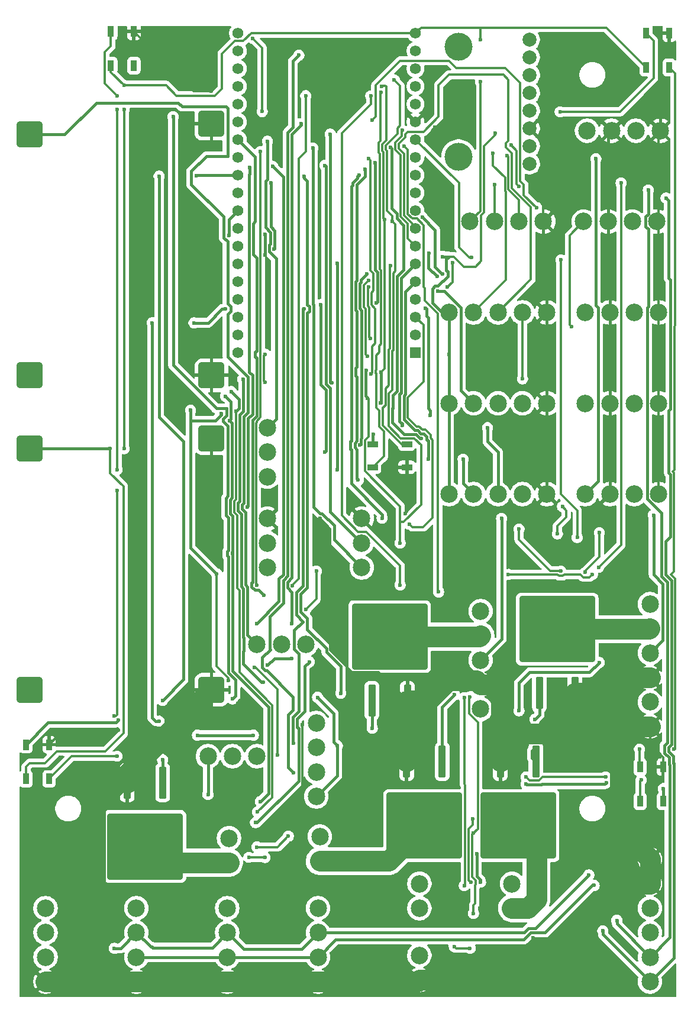
<source format=gbr>
%TF.GenerationSoftware,KiCad,Pcbnew,9.0.6*%
%TF.CreationDate,2025-12-23T13:14:00+01:00*%
%TF.ProjectId,MainBoard,4d61696e-426f-4617-9264-2e6b69636164,rev?*%
%TF.SameCoordinates,Original*%
%TF.FileFunction,Copper,L1,Top*%
%TF.FilePolarity,Positive*%
%FSLAX46Y46*%
G04 Gerber Fmt 4.6, Leading zero omitted, Abs format (unit mm)*
G04 Created by KiCad (PCBNEW 9.0.6) date 2025-12-23 13:14:00*
%MOMM*%
%LPD*%
G01*
G04 APERTURE LIST*
G04 Aperture macros list*
%AMRoundRect*
0 Rectangle with rounded corners*
0 $1 Rounding radius*
0 $2 $3 $4 $5 $6 $7 $8 $9 X,Y pos of 4 corners*
0 Add a 4 corners polygon primitive as box body*
4,1,4,$2,$3,$4,$5,$6,$7,$8,$9,$2,$3,0*
0 Add four circle primitives for the rounded corners*
1,1,$1+$1,$2,$3*
1,1,$1+$1,$4,$5*
1,1,$1+$1,$6,$7*
1,1,$1+$1,$8,$9*
0 Add four rect primitives between the rounded corners*
20,1,$1+$1,$2,$3,$4,$5,0*
20,1,$1+$1,$4,$5,$6,$7,0*
20,1,$1+$1,$6,$7,$8,$9,0*
20,1,$1+$1,$8,$9,$2,$3,0*%
G04 Aperture macros list end*
%TA.AperFunction,ComponentPad*%
%ADD10C,2.500000*%
%TD*%
%TA.AperFunction,SMDPad,CuDef*%
%ADD11RoundRect,0.090000X-0.660000X-0.360000X0.660000X-0.360000X0.660000X0.360000X-0.660000X0.360000X0*%
%TD*%
%TA.AperFunction,SMDPad,CuDef*%
%ADD12RoundRect,0.090000X0.360000X-0.660000X0.360000X0.660000X-0.360000X0.660000X-0.360000X-0.660000X0*%
%TD*%
%TA.AperFunction,SMDPad,CuDef*%
%ADD13RoundRect,0.250000X0.300000X-2.050000X0.300000X2.050000X-0.300000X2.050000X-0.300000X-2.050000X0*%
%TD*%
%TA.AperFunction,SMDPad,CuDef*%
%ADD14RoundRect,0.250002X5.149998X-4.449998X5.149998X4.449998X-5.149998X4.449998X-5.149998X-4.449998X0*%
%TD*%
%TA.AperFunction,SMDPad,CuDef*%
%ADD15RoundRect,0.250000X-0.300000X2.050000X-0.300000X-2.050000X0.300000X-2.050000X0.300000X2.050000X0*%
%TD*%
%TA.AperFunction,SMDPad,CuDef*%
%ADD16RoundRect,0.250002X-5.149998X4.449998X-5.149998X-4.449998X5.149998X-4.449998X5.149998X4.449998X0*%
%TD*%
%TA.AperFunction,ComponentPad*%
%ADD17C,4.000000*%
%TD*%
%TA.AperFunction,ComponentPad*%
%ADD18C,2.000000*%
%TD*%
%TA.AperFunction,ComponentPad*%
%ADD19R,1.560000X1.560000*%
%TD*%
%TA.AperFunction,ComponentPad*%
%ADD20C,1.560000*%
%TD*%
%TA.AperFunction,ComponentPad*%
%ADD21RoundRect,0.570000X1.330000X-1.330000X1.330000X1.330000X-1.330000X1.330000X-1.330000X-1.330000X0*%
%TD*%
%TA.AperFunction,ViaPad*%
%ADD22C,0.600000*%
%TD*%
%TA.AperFunction,Conductor*%
%ADD23C,0.300000*%
%TD*%
%TA.AperFunction,Conductor*%
%ADD24C,0.400000*%
%TD*%
%TA.AperFunction,Conductor*%
%ADD25C,3.000000*%
%TD*%
G04 APERTURE END LIST*
D10*
%TO.P,J12,1,Pin_1*%
%TO.N,+12V*%
X62000000Y-131500000D03*
%TO.P,J12,2,Pin_2*%
%TO.N,Net-(J12-Pin_2)*%
X65500000Y-131500000D03*
%TO.P,J12,3,Pin_3*%
%TO.N,Net-(J12-Pin_3)*%
X69000000Y-131500000D03*
%TD*%
%TO.P,J16,1,Pin_1*%
%TO.N,+3.3V*%
X89500000Y-84000000D03*
%TO.P,J16,2,Pin_2*%
%TO.N,POT_SEATHEATER_A*%
X93000000Y-84000000D03*
%TO.P,J16,3,Pin_3*%
%TO.N,POT_SEATHEATER_B*%
X96500000Y-84000000D03*
%TO.P,J16,4,Pin_4*%
%TO.N,POT_SEATDHEATER_X*%
X100000000Y-84000000D03*
%TO.P,J16,5,Pin_5*%
%TO.N,GND*%
X103500000Y-84000000D03*
%TD*%
%TO.P,J11,1,Pin_1*%
%TO.N,+12V*%
X55000000Y-147500000D03*
%TO.P,J11,2,Pin_2*%
%TO.N,Net-(J11-Pin_2)*%
X58500000Y-147500000D03*
%TO.P,J11,3,Pin_3*%
%TO.N,Net-(J11-Pin_3)*%
X62000000Y-147500000D03*
%TD*%
D11*
%TO.P,D5,1,VDD*%
%TO.N,Net-(D4-K)*%
X78550000Y-102850000D03*
%TO.P,D5,2,DOUT*%
%TO.N,Net-(D5-DOUT)*%
X78550000Y-106150000D03*
%TO.P,D5,3,VSS*%
%TO.N,GND*%
X83450000Y-106150000D03*
%TO.P,D5,4,DIN*%
%TO.N,RGBLED_DIN*%
X83450000Y-102850000D03*
%TD*%
D10*
%TO.P,J2,1,Pin_1*%
%TO.N,GND*%
X57750000Y-179762500D03*
%TO.P,J2,2,Pin_2*%
%TO.N,CANL*%
X57750000Y-176262500D03*
%TO.P,J2,3,Pin_3*%
%TO.N,CANH*%
X57750000Y-172762500D03*
%TO.P,J2,4,Pin_4*%
%TO.N,VBUS_CAN_FUSED*%
X57750000Y-169262500D03*
%TD*%
D12*
%TO.P,D10,1,VDD*%
%TO.N,+5V*%
X28950000Y-150750000D03*
%TO.P,D10,2,DOUT*%
%TO.N,Net-(D10-DOUT)*%
X32250000Y-150750000D03*
%TO.P,D10,3,VSS*%
%TO.N,GND*%
X32250000Y-145850000D03*
%TO.P,D10,4,DIN*%
%TO.N,Net-(D10-DIN)*%
X28950000Y-145850000D03*
%TD*%
D10*
%TO.P,J3,1,Pin_1*%
%TO.N,GND*%
X118250000Y-162250000D03*
%TO.P,J3,2,Pin_2*%
X118250000Y-165750000D03*
%TO.P,J3,3,Pin_3*%
%TO.N,Net-(J3-Pin_3)*%
X118250000Y-169250000D03*
%TO.P,J3,4,Pin_4*%
X118250000Y-172750000D03*
%TO.P,J3,5,Pin_5*%
%TO.N,CANL*%
X118250000Y-176250000D03*
%TO.P,J3,6,Pin_6*%
%TO.N,CANH*%
X118250000Y-179750000D03*
%TD*%
D13*
%TO.P,Q10,1,G*%
%TO.N,SEATHEATER_MOSFET_GATE*%
X78460000Y-139550000D03*
D14*
%TO.P,Q10,2,D*%
%TO.N,Net-(D8-A)*%
X81000000Y-130400000D03*
D13*
%TO.P,Q10,3,S*%
%TO.N,GND*%
X83540000Y-139550000D03*
%TD*%
D10*
%TO.P,J25,1,Pin_1*%
%TO.N,TRUNK_INPUT*%
X108750000Y-71000000D03*
%TO.P,J25,2,Pin_2*%
%TO.N,GND*%
X112250000Y-71000000D03*
%TO.P,J25,3,Pin_3*%
%TO.N,Net-(J25-Pin_3)*%
X115750000Y-71000000D03*
%TO.P,J25,4,Pin_4*%
%TO.N,GND*%
X119250000Y-71000000D03*
%TD*%
%TO.P,J22,1,Pin_1*%
%TO.N,+3.3V*%
X63500000Y-107500000D03*
%TO.P,J22,2,Pin_2*%
%TO.N,Net-(J22-Pin_2)*%
X63500000Y-104000000D03*
%TO.P,J22,3,Pin_3*%
%TO.N,BROUILLARD_INPUT*%
X63500000Y-100500000D03*
%TD*%
%TO.P,J24,1,Pin_1*%
%TO.N,MAP_INPUT*%
X109237500Y-58000000D03*
%TO.P,J24,2,Pin_2*%
%TO.N,GND*%
X112737500Y-58000000D03*
%TO.P,J24,3,Pin_3*%
%TO.N,Net-(J24-Pin_3)*%
X116237500Y-58000000D03*
%TO.P,J24,4,Pin_4*%
%TO.N,GND*%
X119737500Y-58000000D03*
%TD*%
%TO.P,J10,1,Pin_1*%
%TO.N,Net-(D3-A)*%
X58000000Y-162750000D03*
%TO.P,J10,2,Pin_2*%
%TO.N,VBUS*%
X58000000Y-159250000D03*
%TD*%
D12*
%TO.P,D6,1,VDD*%
%TO.N,+5V*%
X117700000Y-48950000D03*
%TO.P,D6,2,DOUT*%
%TO.N,Net-(D6-DOUT)*%
X121000000Y-48950000D03*
%TO.P,D6,3,VSS*%
%TO.N,GND*%
X121000000Y-44050000D03*
%TO.P,D6,4,DIN*%
%TO.N,Net-(D5-DOUT)*%
X117700000Y-44050000D03*
%TD*%
D10*
%TO.P,J17,1,Pin_1*%
%TO.N,Net-(D8-K)*%
X94000000Y-126750000D03*
%TO.P,J17,2,Pin_2*%
%TO.N,Net-(D8-A)*%
X94000000Y-130250000D03*
%TO.P,J17,3,Pin_3*%
%TO.N,SEAT_INPUT*%
X94000000Y-133750000D03*
%TO.P,J17,4,Pin_4*%
%TO.N,GND*%
X94000000Y-137250000D03*
%TO.P,J17,5,Pin_5*%
%TO.N,unconnected-(J17-Pin_5-Pad5)*%
X94000000Y-140750000D03*
%TD*%
%TO.P,J23,1,Pin_1*%
%TO.N,+3.3V*%
X89500000Y-110000000D03*
%TO.P,J23,2,Pin_2*%
%TO.N,POT_SPEED_A*%
X93000000Y-110000000D03*
%TO.P,J23,3,Pin_3*%
%TO.N,POT_SPEED_B*%
X96500000Y-110000000D03*
%TO.P,J23,4,Pin_4*%
%TO.N,POT_SPEED_X*%
X100000000Y-110000000D03*
%TO.P,J23,5,Pin_5*%
%TO.N,GND*%
X103500000Y-110000000D03*
%TD*%
D13*
%TO.P,Q11,1,G*%
%TO.N,HANDHEATER_MOSFET_GATE*%
X102435000Y-138475000D03*
D14*
%TO.P,Q11,2,D*%
%TO.N,Net-(D9-A)*%
X104975000Y-129325000D03*
D13*
%TO.P,Q11,3,S*%
%TO.N,GND*%
X107515000Y-138475000D03*
%TD*%
D10*
%TO.P,J7,1,Pin_1*%
%TO.N,GND*%
X44750000Y-179750000D03*
%TO.P,J7,2,Pin_2*%
%TO.N,CANL*%
X44750000Y-176250000D03*
%TO.P,J7,3,Pin_3*%
%TO.N,CANH*%
X44750000Y-172750000D03*
%TO.P,J7,4,Pin_4*%
%TO.N,VBUS_CAN_FUSED*%
X44750000Y-169250000D03*
%TD*%
%TO.P,J9,1,Pin_1*%
%TO.N,Net-(D2-A)*%
X71000000Y-162500000D03*
%TO.P,J9,2,Pin_2*%
%TO.N,Net-(D2-K)*%
X71000000Y-159000000D03*
%TD*%
%TO.P,J13,1,Pin_1*%
%TO.N,+12V*%
X70500000Y-153262500D03*
%TO.P,J13,2,Pin_2*%
%TO.N,Net-(J13-Pin_2)*%
X70500000Y-149762500D03*
%TO.P,J13,3,Pin_3*%
%TO.N,+12V*%
X70500000Y-146262500D03*
%TO.P,J13,4,Pin_4*%
%TO.N,Net-(J13-Pin_4)*%
X70500000Y-142762500D03*
%TD*%
D15*
%TO.P,Q3,1,G*%
%TO.N,AUXUSB_MOSFET_GATE*%
X48515000Y-151275000D03*
D16*
%TO.P,Q3,2,D*%
%TO.N,Net-(D3-A)*%
X45975000Y-160425000D03*
D15*
%TO.P,Q3,3,S*%
%TO.N,GND*%
X43435000Y-151275000D03*
%TD*%
D10*
%TO.P,J5,1,Pin_1*%
%TO.N,Net-(D1-A)*%
X98500000Y-169250000D03*
%TO.P,J5,2,Pin_2*%
%TO.N,VBUS*%
X98500000Y-165750000D03*
%TD*%
%TO.P,J15,1,Pin_1*%
%TO.N,+5V*%
X92500000Y-71000000D03*
%TO.P,J15,2,Pin_2*%
%TO.N,PAS_A*%
X96000000Y-71000000D03*
%TO.P,J15,3,Pin_3*%
%TO.N,PAS_B*%
X99500000Y-71000000D03*
%TO.P,J15,4,Pin_4*%
%TO.N,GND*%
X103000000Y-71000000D03*
%TD*%
D15*
%TO.P,Q2,1,G*%
%TO.N,DEFROSTER_MOSFET_GATE*%
X88515000Y-148275000D03*
D16*
%TO.P,Q2,2,D*%
%TO.N,Net-(D2-A)*%
X85975000Y-157425000D03*
D15*
%TO.P,Q2,3,S*%
%TO.N,GND*%
X83435000Y-148275000D03*
%TD*%
D12*
%TO.P,D7,1,VDD*%
%TO.N,+5V*%
X116850000Y-153950000D03*
%TO.P,D7,2,DOUT*%
%TO.N,Net-(D10-DIN)*%
X120150000Y-153950000D03*
%TO.P,D7,3,VSS*%
%TO.N,GND*%
X120150000Y-149050000D03*
%TO.P,D7,4,DIN*%
%TO.N,Net-(D6-DOUT)*%
X116850000Y-149050000D03*
%TD*%
D10*
%TO.P,J27,1,Pin_1*%
%TO.N,CABLIGHT_INPUT*%
X109000000Y-97000000D03*
%TO.P,J27,2,Pin_2*%
%TO.N,GND*%
X112500000Y-97000000D03*
%TO.P,J27,3,Pin_3*%
%TO.N,Net-(J27-Pin_3)*%
X116000000Y-97000000D03*
%TO.P,J27,4,Pin_4*%
%TO.N,GND*%
X119500000Y-97000000D03*
%TD*%
%TO.P,J18,1,Pin_1*%
%TO.N,Net-(D9-K)*%
X118250000Y-125750000D03*
%TO.P,J18,2,Pin_2*%
%TO.N,Net-(D9-A)*%
X118250000Y-129250000D03*
%TO.P,J18,3,Pin_3*%
%TO.N,BRAKE_LEFT_INPUT*%
X118250000Y-132750000D03*
%TO.P,J18,4,Pin_4*%
%TO.N,GND*%
X118250000Y-136250000D03*
%TO.P,J18,5,Pin_5*%
%TO.N,BRAKE_RIGHT_INPUT*%
X118250000Y-139750000D03*
%TO.P,J18,6,Pin_6*%
%TO.N,GND*%
X118250000Y-143250000D03*
%TD*%
%TO.P,J19,1,Pin_1*%
%TO.N,+3.3V*%
X89500000Y-97000000D03*
%TO.P,J19,2,Pin_2*%
%TO.N,POT_HANDHEATER_A*%
X93000000Y-97000000D03*
%TO.P,J19,3,Pin_3*%
%TO.N,POT_HANDHEATER_B*%
X96500000Y-97000000D03*
%TO.P,J19,4,Pin_4*%
%TO.N,POT_HANDHEATER_X*%
X100000000Y-97000000D03*
%TO.P,J19,5,Pin_5*%
%TO.N,GND*%
X103500000Y-97000000D03*
%TD*%
%TO.P,J8,1,Pin_1*%
%TO.N,GND*%
X31750000Y-179750000D03*
%TO.P,J8,2,Pin_2*%
%TO.N,CANL*%
X31750000Y-176250000D03*
%TO.P,J8,3,Pin_3*%
%TO.N,CANH*%
X31750000Y-172750000D03*
%TO.P,J8,4,Pin_4*%
%TO.N,VBUS_CAN_FUSED*%
X31750000Y-169250000D03*
%TD*%
%TO.P,J1,1,Pin_1*%
%TO.N,GND*%
X70750000Y-179750000D03*
%TO.P,J1,2,Pin_2*%
%TO.N,CANL*%
X70750000Y-176250000D03*
%TO.P,J1,3,Pin_3*%
%TO.N,CANH*%
X70750000Y-172750000D03*
%TO.P,J1,4,Pin_4*%
%TO.N,VBUS_CAN_FUSED*%
X70750000Y-169250000D03*
%TD*%
%TO.P,J28,1,Pin_1*%
%TO.N,WARNING_INPUT*%
X109000000Y-110000000D03*
%TO.P,J28,2,Pin_2*%
%TO.N,GND*%
X112500000Y-110000000D03*
%TO.P,J28,3,Pin_3*%
%TO.N,Net-(J28-Pin_3)*%
X116000000Y-110000000D03*
%TO.P,J28,4,Pin_4*%
%TO.N,GND*%
X119500000Y-110000000D03*
%TD*%
D12*
%TO.P,D11,1,VDD*%
%TO.N,+5V*%
X41100000Y-48700000D03*
%TO.P,D11,2,DOUT*%
%TO.N,unconnected-(D11-DOUT-Pad2)*%
X44400000Y-48700000D03*
%TO.P,D11,3,VSS*%
%TO.N,GND*%
X44400000Y-43800000D03*
%TO.P,D11,4,DIN*%
%TO.N,Net-(D10-DOUT)*%
X41100000Y-43800000D03*
%TD*%
D17*
%TO.P,J20,*%
%TO.N,*%
X90856000Y-61734000D03*
X90856000Y-45986000D03*
D18*
%TO.P,J20,1,Pin_1*%
%TO.N,unconnected-(J20-Pin_1-Pad1)*%
X101016000Y-62750000D03*
%TO.P,J20,2,Pin_2*%
%TO.N,+3.3V*%
X101016000Y-60210000D03*
%TO.P,J20,3,Pin_3*%
%TO.N,GND*%
X101016000Y-57670000D03*
%TO.P,J20,4,Pin_4*%
%TO.N,SCL*%
X101016000Y-55130000D03*
%TO.P,J20,5,Pin_5*%
%TO.N,SDA*%
X101016000Y-52590000D03*
%TO.P,J20,6,Pin_6*%
%TO.N,unconnected-(J20-Pin_6-Pad6)*%
X101016000Y-50050000D03*
%TO.P,J20,7,Pin_7*%
%TO.N,unconnected-(J20-Pin_7-Pad7)*%
X101016000Y-47510000D03*
%TO.P,J20,8,Pin_8*%
%TO.N,unconnected-(J20-Pin_8-Pad8)*%
X101016000Y-44970000D03*
%TD*%
D19*
%TO.P,U6,J2-1,3V3*%
%TO.N,+3.3V*%
X84700000Y-89760000D03*
D20*
%TO.P,U6,J2-2,EN*%
%TO.N,unconnected-(U6-EN-PadJ2-2)*%
X84700000Y-87220000D03*
%TO.P,U6,J2-3,SENSOR_VP*%
%TO.N,THROTTLE_INPUT*%
X84700000Y-84680000D03*
%TO.P,U6,J2-4,SENSOR_VN*%
%TO.N,InterruptEXTGPIO*%
X84700000Y-82140000D03*
%TO.P,U6,J2-5,IO34*%
%TO.N,POT_SPEED_A*%
X84700000Y-79600000D03*
%TO.P,U6,J2-6,IO35*%
%TO.N,POT_SPEED_B*%
X84700000Y-77060000D03*
%TO.P,U6,J2-7,IO32*%
%TO.N,POT_SEATHEATER_A*%
X84700000Y-74520000D03*
%TO.P,U6,J2-8,IO33*%
%TO.N,POT_SEATHEATER_B*%
X84700000Y-71980000D03*
%TO.P,U6,J2-9,IO25*%
%TO.N,POT_HANDHEATER_A*%
X84700000Y-69440000D03*
%TO.P,U6,J2-10,IO26*%
%TO.N,POT_HANDHEATER_B*%
X84700000Y-66900000D03*
%TO.P,U6,J2-11,IO27*%
%TO.N,PAS_A*%
X84700000Y-64360000D03*
%TO.P,U6,J2-12,IO14*%
%TO.N,PAS_B*%
X84700000Y-61820000D03*
%TO.P,U6,J2-13,IO12*%
%TO.N,CAN_S*%
X84700000Y-59280000D03*
%TO.P,U6,J2-14,GND1*%
%TO.N,GND*%
X84700000Y-56740000D03*
%TO.P,U6,J2-15,IO13*%
%TO.N,DEFROSTER_MOSFET_GATE*%
X84700000Y-54200000D03*
%TO.P,U6,J2-16,SD2*%
%TO.N,unconnected-(U6-SD2-PadJ2-16)*%
X84700000Y-51660000D03*
%TO.P,U6,J2-17,SD3*%
%TO.N,unconnected-(U6-SD3-PadJ2-17)*%
X84700000Y-49120000D03*
%TO.P,U6,J2-18,CMD*%
%TO.N,unconnected-(U6-CMD-PadJ2-18)*%
X84700000Y-46580000D03*
%TO.P,U6,J2-19,EXT_5V*%
%TO.N,+5V*%
X84700000Y-44040000D03*
%TO.P,U6,J3-1,GND3*%
%TO.N,GND*%
X59300000Y-89760000D03*
%TO.P,U6,J3-2,IO23*%
%TO.N,SDA*%
X59300000Y-87220000D03*
%TO.P,U6,J3-3,IO22*%
%TO.N,SCL*%
X59300000Y-84680000D03*
%TO.P,U6,J3-4,TXD0*%
%TO.N,unconnected-(U6-TXD0-PadJ3-4)*%
X59300000Y-82140000D03*
%TO.P,U6,J3-5,RXD0*%
%TO.N,unconnected-(U6-RXD0-PadJ3-5)*%
X59300000Y-79600000D03*
%TO.P,U6,J3-6,IO21*%
%TO.N,RGBLED_DIN*%
X59300000Y-77060000D03*
%TO.P,U6,J3-7,GND2*%
%TO.N,GND*%
X59300000Y-74520000D03*
%TO.P,U6,J3-8,IO19*%
%TO.N,CAN_RX*%
X59300000Y-71980000D03*
%TO.P,U6,J3-9,IO18*%
%TO.N,CAN_TX*%
X59300000Y-69440000D03*
%TO.P,U6,J3-10,IO5*%
%TO.N,SEATHEATER_MOSFET_GATE*%
X59300000Y-66900000D03*
%TO.P,U6,J3-11,IO17*%
%TO.N,DRL_LEFT_MOSFET_GATE*%
X59300000Y-64360000D03*
%TO.P,U6,J3-12,IO16*%
%TO.N,DRL_RIGHT_MOSFET_GATE*%
X59300000Y-61820000D03*
%TO.P,U6,J3-13,IO4*%
%TO.N,HANDHEATER_MOSFET_GATE*%
X59300000Y-59280000D03*
%TO.P,U6,J3-14,IO0*%
%TO.N,Net-(U6-IO0)*%
X59300000Y-56740000D03*
%TO.P,U6,J3-15,IO2*%
%TO.N,Net-(U6-IO2)*%
X59300000Y-54200000D03*
%TO.P,U6,J3-16,IO15*%
%TO.N,Net-(U6-IO15)*%
X59300000Y-51660000D03*
%TO.P,U6,J3-17,SD1*%
%TO.N,unconnected-(U6-SD1-PadJ3-17)*%
X59300000Y-49120000D03*
%TO.P,U6,J3-18,SD0*%
%TO.N,unconnected-(U6-SD0-PadJ3-18)*%
X59300000Y-46580000D03*
%TO.P,U6,J3-19,CLK*%
%TO.N,unconnected-(U6-CLK-PadJ3-19)*%
X59300000Y-44040000D03*
%TD*%
D10*
%TO.P,J6,1,Pin_1*%
%TO.N,VBUS_CAN_FUSED*%
X85250000Y-169250000D03*
%TO.P,J6,2,Pin_2*%
%TO.N,VBUS*%
X85250000Y-165750000D03*
%TD*%
%TO.P,J14,1,Pin_1*%
%TO.N,+5V*%
X63500000Y-120500000D03*
%TO.P,J14,2,Pin_2*%
%TO.N,THROTTLE_INPUT*%
X63500000Y-117000000D03*
%TO.P,J14,3,Pin_3*%
%TO.N,GND*%
X63500000Y-113500000D03*
%TD*%
D21*
%TO.P,U4,1,VIN*%
%TO.N,VBUS*%
X29500000Y-93000000D03*
%TO.P,U4,2,5VOUT*%
%TO.N,+12V*%
X29500000Y-58500000D03*
%TO.P,U4,3,GND*%
%TO.N,GND*%
X55500000Y-93000000D03*
%TO.P,U4,4,GND*%
X55500000Y-57000000D03*
%TD*%
%TO.P,U3,1,VIN*%
%TO.N,VBUS*%
X29500000Y-138000000D03*
%TO.P,U3,2,5VOUT*%
%TO.N,+5V*%
X29500000Y-103500000D03*
%TO.P,U3,3,GND*%
%TO.N,GND*%
X55500000Y-138000000D03*
%TO.P,U3,4,GND*%
X55500000Y-102000000D03*
%TD*%
D10*
%TO.P,J26,1,Pin_1*%
%TO.N,DEFROST_INPUT*%
X109000000Y-84000000D03*
%TO.P,J26,2,Pin_2*%
%TO.N,GND*%
X112500000Y-84000000D03*
%TO.P,J26,3,Pin_3*%
%TO.N,Net-(J26-Pin_3)*%
X116000000Y-84000000D03*
%TO.P,J26,4,Pin_4*%
%TO.N,GND*%
X119500000Y-84000000D03*
%TD*%
%TO.P,J21,1,Pin_1*%
%TO.N,FORWARD_INPUT*%
X77000000Y-120500000D03*
%TO.P,J21,2,Pin_2*%
%TO.N,REVERSE_INPUT*%
X77000000Y-117000000D03*
%TO.P,J21,3,Pin_3*%
%TO.N,GND*%
X77000000Y-113500000D03*
%TD*%
%TO.P,J4,1,Pin_1*%
%TO.N,GND*%
X85250000Y-179500000D03*
%TO.P,J4,2,Pin_2*%
%TO.N,Net-(J3-Pin_3)*%
X85250000Y-176000000D03*
%TD*%
D15*
%TO.P,Q1,1,G*%
%TO.N,AUXAUDIO_MOSFET_GATE*%
X101915000Y-148275000D03*
D16*
%TO.P,Q1,2,D*%
%TO.N,Net-(D1-A)*%
X99375000Y-157425000D03*
D15*
%TO.P,Q1,3,S*%
%TO.N,GND*%
X96835000Y-148275000D03*
%TD*%
D22*
%TO.N,+3.3V*%
X63150000Y-162000000D03*
%TO.N,GND*%
X88500000Y-66500000D03*
%TO.N,POWERINPUT_ALERT*%
X83021354Y-60190780D03*
%TO.N,Net-(D2-K)*%
X62000000Y-160500000D03*
%TO.N,SDA*%
X92600000Y-165546629D03*
%TO.N,GND*%
X87500000Y-57500000D03*
%TO.N,DEFROSTER_MOSFET_GATE*%
X78300000Y-53023653D03*
%TO.N,GND*%
X87000000Y-63000000D03*
%TO.N,Net-(D10-DOUT)*%
X42000000Y-109500000D03*
X42000000Y-53000000D03*
X41571757Y-141732473D03*
X42000000Y-55000000D03*
%TO.N,THROTTLE_INPUT*%
X83812334Y-114300000D03*
%TO.N,HANDHEATER_ALERT*%
X107834272Y-116200000D03*
%TO.N,+3.3V*%
X105000000Y-115700000D03*
%TO.N,SCL*%
X93475000Y-161500000D03*
%TO.N,+3.3V*%
X93000000Y-158500000D03*
%TO.N,SEATHEATER_ALERT*%
X98365000Y-60060981D03*
X114101000Y-65500000D03*
%TO.N,GND*%
X63200000Y-75773983D03*
%TO.N,SEAT_INPUT*%
X97000000Y-113500000D03*
%TO.N,CAN_TX*%
X58000000Y-73000000D03*
%TO.N,GND*%
X88159673Y-61111000D03*
%TO.N,+3.3V*%
X105719669Y-111780331D03*
%TO.N,BRAKE_RIGHT_INPUT*%
X68750000Y-64500000D03*
%TO.N,InterruptEXTGPIO*%
X64464985Y-74976852D03*
%TO.N,Net-(D2-K)*%
X66500000Y-158950000D03*
%TO.N,+3.3V*%
X110000000Y-121500000D03*
%TO.N,AUXUSB_MOSFET_GATE*%
X48500000Y-148000000D03*
X48000000Y-142500000D03*
%TO.N,SEATHEATER_ALERT*%
X99500000Y-66000000D03*
%TO.N,BROUILLARD_LED*%
X71160490Y-82873529D03*
%TO.N,BLINKER_RIGHT_MOSFET_GATE*%
X67100000Y-123078858D03*
X69000000Y-53000000D03*
%TO.N,AUXUSB_MOSFET_GATE*%
X57500000Y-83500000D03*
%TO.N,AUXAUDIO_MOSFET_GATE*%
X62894975Y-136905025D03*
X101759109Y-146318900D03*
%TO.N,+5V*%
X56913010Y-98500000D03*
%TO.N,CAN_TX*%
X86598000Y-75500000D03*
%TO.N,SEATHEATER_MOSFET_GATE*%
X62000000Y-128500000D03*
%TO.N,REVERSE_INPUT*%
X71750000Y-62962571D03*
%TO.N,AUXAUDIO_MOSFET_GATE*%
X59996256Y-93564406D03*
%TO.N,POT_SPEED_A*%
X86500000Y-105000000D03*
%TO.N,InterruptEXTGPIO*%
X64000000Y-65500000D03*
%TO.N,POWERINPUT_ALERT*%
X88000000Y-124000000D03*
%TO.N,SDA*%
X109000000Y-121200000D03*
%TO.N,+5V*%
X117000000Y-150900000D03*
%TO.N,Net-(D5-DOUT)*%
X105400000Y-55300000D03*
%TO.N,+5V*%
X111900000Y-150500000D03*
%TO.N,DRL_LEFT_MOSFET_GATE*%
X48000000Y-64500000D03*
%TO.N,BLINKER_LEFT_MOSFET_GATE*%
X50000000Y-56000000D03*
%TO.N,POT_HANDHEATER_X*%
X81121354Y-60415490D03*
%TO.N,BLINKER_LEFT_MOSFET_GATE*%
X58500000Y-139300000D03*
%TO.N,DRL_LEFT_MOSFET_GATE*%
X53500000Y-144500000D03*
%TO.N,CAN_RX*%
X85682330Y-70373490D03*
%TO.N,BROUILLARD_LED*%
X71750000Y-104000000D03*
%TO.N,SCL*%
X57500000Y-96000000D03*
%TO.N,FORWARD_INPUT*%
X70000000Y-60500000D03*
%TO.N,INTERRIOR_LIGHT_MOSFET_GATE*%
X67200000Y-149883930D03*
%TO.N,POT_SPEED_X*%
X77500000Y-63500000D03*
%TO.N,DRL_RIGHT_MOSFET_GATE*%
X62500000Y-61000000D03*
%TO.N,+3.3V*%
X60848198Y-161979843D03*
%TO.N,GND*%
X71000000Y-113500000D03*
X101500000Y-116500000D03*
%TO.N,SCL*%
X58500000Y-118500000D03*
%TO.N,SEATHEATER_MOSFET_GATE*%
X78500000Y-143500000D03*
%TO.N,SCL*%
X79749000Y-92544923D03*
%TO.N,POT_HANDHEATER_A*%
X87862984Y-80974781D03*
%TO.N,POT_HANDHEATER_X*%
X85558918Y-102068967D03*
%TO.N,Net-(D10-DOUT)*%
X42000000Y-106500000D03*
%TO.N,SDA*%
X82500000Y-117000000D03*
%TO.N,DRL_RIGHT_MOSFET_GATE*%
X69000000Y-126500000D03*
%TO.N,Net-(D10-DOUT)*%
X42000000Y-147500000D03*
%TO.N,Net-(D10-DIN)*%
X100500000Y-151500000D03*
%TO.N,Defroster_ALERT*%
X69500000Y-134000000D03*
%TO.N,+3.3V*%
X89500000Y-90000000D03*
%TO.N,Net-(D10-DIN)*%
X42200000Y-142305025D03*
%TO.N,HANDHEATER_ALERT*%
X78500000Y-56500000D03*
%TO.N,GND*%
X83255025Y-112755025D03*
%TO.N,POT_SPEED_B*%
X95000000Y-100500000D03*
%TO.N,+3.3V*%
X92500000Y-139000000D03*
%TO.N,POT_HANDHEATER_B*%
X86112218Y-83379985D03*
%TO.N,AUXUSB_MOSFET_GATE*%
X53000000Y-85500000D03*
%TO.N,DRL_LEFT_MOSFET_GATE*%
X61500000Y-144500000D03*
%TO.N,SCL*%
X94000000Y-165500000D03*
%TO.N,DRL_LEFT_MOSFET_GATE*%
X48500000Y-139500000D03*
%TO.N,POT_SPEED_X*%
X76500000Y-108000000D03*
%TO.N,SCL*%
X105500000Y-121000000D03*
%TO.N,SEAT_INPUT*%
X79915265Y-113425315D03*
%TO.N,GND*%
X69500000Y-51500000D03*
X93000000Y-55500000D03*
X91000000Y-57000000D03*
%TO.N,SDA*%
X58329179Y-95335411D03*
%TO.N,SEATHEATER_ALERT*%
X110898887Y-120467970D03*
%TO.N,HANDHEATER_MOSFET_GATE*%
X67000000Y-133500000D03*
%TO.N,DRL_LEFT_MOSFET_GATE*%
X53368963Y-64417516D03*
%TO.N,HANDHEATER_MOSFET_GATE*%
X101781099Y-142218900D03*
%TO.N,GND*%
X109000000Y-119800000D03*
%TO.N,CANH*%
X41600000Y-175000000D03*
%TO.N,Net-(D4-K)*%
X78700000Y-101436961D03*
%TO.N,DEFROSTER_MOSFET_GATE*%
X82500000Y-123000000D03*
%TO.N,Net-(D10-DIN)*%
X112000000Y-151300000D03*
%TO.N,SCL*%
X58062919Y-99462100D03*
%TO.N,+3.3V*%
X63200000Y-90000000D03*
X98000000Y-121500000D03*
%TO.N,POWERINPUT_ALERT*%
X91672151Y-166032374D03*
%TO.N,Net-(J3-Pin_3)*%
X92500000Y-175000000D03*
%TO.N,CAN_RX*%
X88555907Y-78508916D03*
%TO.N,LATCH_TRUNK_MOSFET_GATE*%
X67200000Y-145663517D03*
%TO.N,DEFROST_LED*%
X77812473Y-90250000D03*
%TO.N,MAP_LED*%
X78950000Y-62563445D03*
%TO.N,DEFROSTER_MOSFET_GATE*%
X90280331Y-138719669D03*
%TO.N,BRAKE_LEFT_INPUT*%
X61000000Y-63250000D03*
%TO.N,POT_SEATDHEATER_X*%
X78000000Y-62000000D03*
%TO.N,POT_SEATHEATER_A*%
X82823251Y-57936799D03*
X95800000Y-61197187D03*
%TO.N,SDA*%
X81382606Y-70947375D03*
%TO.N,POT_SEATDHEATER_X*%
X100000000Y-93500000D03*
%TO.N,TRUNK_INPUT*%
X107000000Y-86000000D03*
%TO.N,MAP_LED*%
X79071603Y-82612211D03*
%TO.N,BRAKE_LEFT_INPUT*%
X60623585Y-111814425D03*
%TO.N,CAN_TX*%
X87781405Y-78859132D03*
%TO.N,TRUNK_LED*%
X78249945Y-87763408D03*
%TO.N,SCL*%
X79810680Y-51679270D03*
X80271603Y-70678716D03*
%TO.N,MAP_INPUT*%
X61429372Y-44803572D03*
%TO.N,DEFROST_LED*%
X77971673Y-79437517D03*
%TO.N,TRUNK_LED*%
X77971604Y-80400030D03*
%TO.N,BRAKE_LEFT_INPUT*%
X118750000Y-113000000D03*
%TO.N,HANDHEATER_MOSFET_GATE*%
X63000000Y-124500000D03*
%TO.N,POT_SPEED_A*%
X91500000Y-105000000D03*
%TO.N,MAP_INPUT*%
X62750000Y-55250000D03*
%TO.N,GND*%
X65500000Y-156000000D03*
%TO.N,LATCH_TRUNK_MOSFET_GATE*%
X68750000Y-83500000D03*
%TO.N,HANDHEATER_ALERT*%
X105500000Y-76500000D03*
%TO.N,SCL*%
X62500000Y-154000000D03*
%TO.N,SDA*%
X92924000Y-156459421D03*
X81658678Y-50754515D03*
%TO.N,GND*%
X63200000Y-72844975D03*
%TO.N,SCL*%
X79700000Y-96973343D03*
%TO.N,Net-(J3-Pin_3)*%
X90225000Y-174725000D03*
%TO.N,+5V*%
X41000000Y-103500000D03*
%TO.N,+3.3V*%
X63200000Y-94000000D03*
%TO.N,GND*%
X83450000Y-107500000D03*
%TO.N,WARNING_INPUT*%
X110500000Y-62000000D03*
%TO.N,GND*%
X55000000Y-48500000D03*
%TO.N,POWERINPUT_ALERT*%
X91661764Y-139140943D03*
%TO.N,INTERRIOR_LIGHT_MOSFET_GATE*%
X68000000Y-47200000D03*
%TO.N,HANDHEATER_ALERT*%
X102000000Y-69000000D03*
%TO.N,POT_SPEED_B*%
X82831468Y-100168532D03*
%TO.N,HANDHEATER_MOSFET_GATE*%
X63500000Y-134500000D03*
%TO.N,POT_HANDHEATER_B*%
X86814354Y-98753692D03*
%TO.N,WARNING_LED*%
X73500000Y-77000000D03*
%TO.N,SEAT_INPUT*%
X76594669Y-64344669D03*
%TO.N,CABLIGHT_LED*%
X77750000Y-78500000D03*
X76749000Y-103000000D03*
%TO.N,+5V*%
X52500000Y-98000000D03*
%TO.N,Defroster_ALERT*%
X68300000Y-57000000D03*
%TO.N,GND*%
X68500000Y-143000000D03*
X72500000Y-127500000D03*
%TO.N,Defroster_ALERT*%
X61800000Y-157000000D03*
%TO.N,AUXUSB_MOSFET_GATE*%
X47000000Y-85500000D03*
%TO.N,DRL_RIGHT_MOSFET_GATE*%
X62000000Y-123000000D03*
%TO.N,+5V*%
X43000000Y-51500000D03*
X43000000Y-103500000D03*
X43000000Y-55000000D03*
%TO.N,SEATHEATER_MOSFET_GATE*%
X64250000Y-63084669D03*
%TO.N,CABLIGHT_INPUT*%
X72750000Y-94097281D03*
%TO.N,SDA*%
X77850066Y-96240026D03*
%TO.N,WARNING_LED*%
X73500000Y-106500000D03*
%TO.N,+5V*%
X64901000Y-147300000D03*
%TO.N,DRL_RIGHT_MOSFET_GATE*%
X70500000Y-121000000D03*
%TO.N,+5V*%
X57928983Y-136621016D03*
X100500000Y-150500000D03*
%TO.N,SDA*%
X62100000Y-155500000D03*
%TO.N,GND*%
X59300000Y-140000000D03*
X42200000Y-143776901D03*
%TO.N,+5V*%
X94000000Y-45000000D03*
%TO.N,SDA*%
X59013010Y-98130688D03*
%TO.N,SCL*%
X99500000Y-115000000D03*
%TO.N,Defroster_ALERT*%
X67000000Y-128500000D03*
%TO.N,POT_SEATDHEATER_X*%
X78319681Y-92835178D03*
%TO.N,PAS_B*%
X97800000Y-61558138D03*
%TO.N,BRAKE_RIGHT_INPUT*%
X74000000Y-138500000D03*
%TO.N,+12V*%
X73500000Y-146000000D03*
%TO.N,CANL*%
X113500000Y-171000000D03*
X110250000Y-166000000D03*
%TO.N,GND*%
X55500000Y-52300000D03*
%TO.N,+12V*%
X70670405Y-139079595D03*
%TO.N,GND*%
X45250000Y-148250000D03*
%TO.N,BRAKE_RIGHT_INPUT*%
X99500000Y-141000000D03*
%TO.N,+12V*%
X55000000Y-153000000D03*
%TO.N,+5V*%
X61669240Y-134830760D03*
%TO.N,CANH*%
X109500000Y-164500000D03*
%TO.N,Net-(D5-DOUT)*%
X79795429Y-52529136D03*
%TO.N,CANL*%
X118000000Y-66500000D03*
%TO.N,SDA*%
X111000000Y-115500000D03*
%TO.N,CABLIGHT_INPUT*%
X72500000Y-58500000D03*
%TO.N,+5V*%
X94000000Y-51000000D03*
%TO.N,SDA*%
X77649899Y-92311828D03*
%TO.N,+3.3V*%
X88600000Y-76000000D03*
%TO.N,Net-(D10-DIN)*%
X120150000Y-152150000D03*
%TO.N,CANH*%
X120550000Y-67626099D03*
%TO.N,Net-(D6-DOUT)*%
X116750000Y-146500000D03*
%TO.N,PAS_A*%
X96000000Y-65750000D03*
%TO.N,RGBLED_DIN*%
X81128952Y-77307280D03*
%TO.N,BRAKE_RIGHT_INPUT*%
X111000000Y-134100000D03*
%TO.N,+5V*%
X56234554Y-121405521D03*
X89264194Y-80401040D03*
%TO.N,GND*%
X106000000Y-118000000D03*
%TO.N,+3.3V*%
X96137937Y-58330072D03*
X93000000Y-170000000D03*
%TO.N,GND*%
X101500000Y-173500000D03*
X76829105Y-53603354D03*
%TO.N,+5V*%
X90000000Y-76849000D03*
%TO.N,CAN_S*%
X92695877Y-76164852D03*
%TO.N,CANH*%
X111500000Y-172500000D03*
%TO.N,GND*%
X107982306Y-117600000D03*
%TO.N,Net-(D6-DOUT)*%
X121700000Y-146500000D03*
%TO.N,BROUILLARD_INPUT*%
X63500000Y-59500000D03*
%TD*%
D23*
%TO.N,+3.3V*%
X93300000Y-165836579D02*
X93300000Y-165256679D01*
D24*
%TO.N,SCL*%
X94000000Y-165178861D02*
X94000000Y-165500000D01*
D23*
%TO.N,+3.3V*%
X92800000Y-158700000D02*
X93000000Y-158500000D01*
X92800000Y-164756679D02*
X92800000Y-158700000D01*
D24*
%TO.N,SCL*%
X93475000Y-164653861D02*
X94000000Y-165178861D01*
D23*
%TO.N,POWERINPUT_ALERT*%
X91661764Y-151500000D02*
X91661764Y-139140943D01*
%TO.N,+3.3V*%
X92399000Y-141413156D02*
X93624000Y-142638156D01*
X93624000Y-142638156D02*
X93624000Y-157876000D01*
X92500000Y-139000000D02*
X92399000Y-139101000D01*
%TO.N,SDA*%
X92924000Y-156459421D02*
X92924000Y-157311050D01*
D24*
%TO.N,SCL*%
X93475000Y-161500000D02*
X93475000Y-164653861D01*
D23*
%TO.N,POWERINPUT_ALERT*%
X91672151Y-166032374D02*
X91800000Y-165904525D01*
%TO.N,+3.3V*%
X93000000Y-170000000D02*
X93000000Y-168804838D01*
X93200000Y-165936579D02*
X93300000Y-165836579D01*
X92399000Y-139101000D02*
X92399000Y-141413156D01*
D24*
%TO.N,Net-(D10-DIN)*%
X100550000Y-151550000D02*
X100500000Y-151500000D01*
X112000000Y-151300000D02*
X111800000Y-151500000D01*
X102727818Y-151550000D02*
X100550000Y-151550000D01*
X111800000Y-151500000D02*
X102777818Y-151500000D01*
%TO.N,POT_HANDHEATER_X*%
X81271354Y-60915654D02*
X81271354Y-60565490D01*
D23*
%TO.N,SDA*%
X81500000Y-78414212D02*
X81500000Y-89414213D01*
X80900000Y-95598586D02*
X80900000Y-97470400D01*
X81382606Y-89531606D02*
X81382606Y-95115980D01*
D24*
%TO.N,POT_HANDHEATER_X*%
X82050000Y-95227818D02*
X82050000Y-78861472D01*
D23*
%TO.N,SDA*%
X81382606Y-70947375D02*
X81828952Y-71393721D01*
X85500000Y-103000000D02*
X85500000Y-111500000D01*
D24*
%TO.N,POT_HANDHEATER_X*%
X81300000Y-60944301D02*
X81271354Y-60915654D01*
D23*
%TO.N,POT_SEATDHEATER_X*%
X78371603Y-81189257D02*
X78371603Y-82902161D01*
D24*
%TO.N,POT_HANDHEATER_X*%
X84727817Y-101450000D02*
X83101472Y-101450000D01*
D23*
%TO.N,POT_SEATDHEATER_X*%
X78371603Y-82902161D02*
X78949945Y-83480503D01*
D24*
%TO.N,POT_HANDHEATER_X*%
X81449998Y-95827820D02*
X82050000Y-95227818D01*
D23*
%TO.N,RGBLED_DIN*%
X81000000Y-89207106D02*
X81000000Y-77436232D01*
%TO.N,POT_SEATDHEATER_X*%
X78671603Y-80889257D02*
X78371603Y-81189257D01*
D24*
%TO.N,POT_HANDHEATER_X*%
X81300000Y-69124400D02*
X81300000Y-60944301D01*
X82050000Y-78861472D02*
X83019000Y-77892472D01*
X85558918Y-102068967D02*
X85463134Y-101973183D01*
D23*
%TO.N,POT_SEATDHEATER_X*%
X78250000Y-62250000D02*
X78250000Y-78012740D01*
%TO.N,SDA*%
X81382606Y-95115980D02*
X80900000Y-95598586D01*
D24*
%TO.N,POT_HANDHEATER_X*%
X81271354Y-60565490D02*
X81121354Y-60415490D01*
D23*
%TO.N,POT_SEATDHEATER_X*%
X78250000Y-78012740D02*
X78671603Y-78434343D01*
%TO.N,RGBLED_DIN*%
X83450000Y-102850000D02*
X82700001Y-102850000D01*
%TO.N,SDA*%
X78000000Y-96389960D02*
X77850066Y-96240026D01*
X85500000Y-111500000D02*
X83000000Y-114000000D01*
X80850000Y-100291479D02*
X82558521Y-102000000D01*
D24*
%TO.N,POT_HANDHEATER_X*%
X83019000Y-77892472D02*
X83019000Y-71550508D01*
X83019000Y-71550508D02*
X82019000Y-70550507D01*
D23*
%TO.N,RGBLED_DIN*%
X80000000Y-100149999D02*
X80000000Y-97663293D01*
%TO.N,SDA*%
X84500000Y-102000000D02*
X85500000Y-103000000D01*
%TO.N,POT_SEATDHEATER_X*%
X78949945Y-83480503D02*
X78949945Y-88428737D01*
%TO.N,SDA*%
X80850000Y-97520399D02*
X80850000Y-100291479D01*
X82500000Y-114000000D02*
X82500000Y-111746162D01*
D24*
%TO.N,POT_HANDHEATER_X*%
X85251000Y-101973183D02*
X84727817Y-101450000D01*
D23*
%TO.N,SDA*%
X81828952Y-71393721D02*
X81828952Y-78085260D01*
%TO.N,RGBLED_DIN*%
X82700001Y-102850000D02*
X80000000Y-100149999D01*
X80000000Y-97663293D02*
X80400000Y-97263293D01*
X80400000Y-94892894D02*
X80850000Y-94442894D01*
X80850000Y-89357106D02*
X81000000Y-89207106D01*
%TO.N,SDA*%
X77449000Y-102304838D02*
X78000000Y-101753838D01*
X82558521Y-102000000D02*
X84500000Y-102000000D01*
D24*
%TO.N,CABLIGHT_LED*%
X76950000Y-97934924D02*
X77000000Y-97984924D01*
%TO.N,SDA*%
X77569681Y-92392046D02*
X77649899Y-92311828D01*
%TO.N,CABLIGHT_LED*%
X76898977Y-79351023D02*
X76898977Y-79704889D01*
%TO.N,SDA*%
X77569681Y-95959641D02*
X77569681Y-92392046D01*
%TO.N,CABLIGHT_LED*%
X76899000Y-102077021D02*
X76899000Y-102850000D01*
X77000000Y-97984924D02*
X77000000Y-101976021D01*
%TO.N,SCL*%
X79700000Y-96973343D02*
X79749000Y-96924343D01*
%TO.N,CABLIGHT_LED*%
X76721604Y-83444193D02*
X77000000Y-83722589D01*
D23*
%TO.N,GND*%
X107982306Y-117600000D02*
X108100000Y-117600000D01*
%TO.N,SEATHEATER_ALERT*%
X110898887Y-120467970D02*
X114101000Y-117265857D01*
D24*
%TO.N,BLINKER_LEFT_MOSFET_GATE*%
X57573585Y-113077776D02*
X57900000Y-113404191D01*
X50000000Y-56000000D02*
X50000000Y-91538744D01*
X57150000Y-99255012D02*
X57150000Y-99565673D01*
X57750000Y-118189339D02*
X57750000Y-118810661D01*
X57573585Y-110551072D02*
X57573585Y-113077776D01*
%TO.N,SCL*%
X58500000Y-118500000D02*
X58500000Y-113155663D01*
D23*
%TO.N,SDA*%
X111000000Y-119000000D02*
X109000000Y-121000000D01*
D24*
%TO.N,BLINKER_LEFT_MOSFET_GATE*%
X57900000Y-118039339D02*
X57750000Y-118189339D01*
X57900000Y-113404191D02*
X57900000Y-118039339D01*
X57849998Y-110274659D02*
X57573585Y-110551072D01*
X56211256Y-97750000D02*
X57663010Y-97750000D01*
D23*
%TO.N,SDA*%
X111000000Y-115500000D02*
X111000000Y-119000000D01*
D24*
%TO.N,BLINKER_LEFT_MOSFET_GATE*%
X57750000Y-118810661D02*
X57900000Y-118960661D01*
D23*
%TO.N,THROTTLE_INPUT*%
X86858918Y-101530489D02*
X86858918Y-101954756D01*
X85802284Y-114697716D02*
X84210050Y-114697716D01*
X84700000Y-84680000D02*
X85831000Y-85811000D01*
D24*
%TO.N,BLINKER_LEFT_MOSFET_GATE*%
X57850000Y-100265673D02*
X57849998Y-110274659D01*
%TO.N,Net-(D4-K)*%
X78550000Y-101586961D02*
X78700000Y-101436961D01*
%TO.N,BLINKER_LEFT_MOSFET_GATE*%
X57663010Y-97750000D02*
X57663010Y-98742002D01*
%TO.N,POT_HANDHEATER_X*%
X82019000Y-70550507D02*
X82019000Y-69843400D01*
D23*
%TO.N,THROTTLE_INPUT*%
X85673130Y-100768967D02*
X86097397Y-100768967D01*
D24*
%TO.N,BLINKER_LEFT_MOSFET_GATE*%
X58950000Y-136581371D02*
X58950000Y-138850000D01*
D23*
%TO.N,POT_SEATDHEATER_X*%
X78500000Y-88878682D02*
X78500000Y-92654859D01*
%TO.N,THROTTLE_INPUT*%
X84801415Y-100300000D02*
X85204163Y-100300000D01*
X87151000Y-102246838D02*
X87151000Y-113349000D01*
X85831000Y-85811000D02*
X85831000Y-93921691D01*
%TO.N,+3.3V*%
X105000000Y-114527196D02*
X105000000Y-115700000D01*
D24*
%TO.N,SEAT_INPUT*%
X79915265Y-112915265D02*
X79915265Y-113425315D01*
X75500000Y-108500000D02*
X79915265Y-112915265D01*
X75500000Y-103660189D02*
X75500000Y-108500000D01*
X76400000Y-64539338D02*
X76400000Y-64751472D01*
D23*
%TO.N,+3.3V*%
X106263598Y-113263598D02*
X105000000Y-114527196D01*
%TO.N,SDA*%
X82500000Y-117000000D02*
X82500000Y-114000000D01*
D24*
%TO.N,SEAT_INPUT*%
X75500000Y-102339811D02*
X75399000Y-102440811D01*
D23*
%TO.N,+3.3V*%
X106263598Y-112324260D02*
X106263598Y-113263598D01*
X105719669Y-111780331D02*
X106263598Y-112324260D01*
D24*
%TO.N,SEAT_INPUT*%
X75399000Y-103559189D02*
X75500000Y-103660189D01*
D23*
%TO.N,Net-(D10-DOUT)*%
X40250000Y-51250000D02*
X40250000Y-46750000D01*
D24*
%TO.N,BRAKE_RIGHT_INPUT*%
X109600000Y-135500000D02*
X104500000Y-135500000D01*
%TO.N,POT_HANDHEATER_X*%
X81400000Y-97748221D02*
X81449998Y-97698224D01*
D23*
%TO.N,+5V*%
X116850000Y-151600000D02*
X116850000Y-151050000D01*
D24*
%TO.N,BRAKE_RIGHT_INPUT*%
X111000000Y-134100000D02*
X109600000Y-135500000D01*
D25*
%TO.N,GND*%
X111775000Y-138475000D02*
X107515000Y-138475000D01*
D23*
%TO.N,+5V*%
X106500000Y-150500000D02*
X111900000Y-150500000D01*
%TO.N,Net-(D5-DOUT)*%
X116825000Y-52425000D02*
X118750000Y-50500000D01*
X113950000Y-55300000D02*
X105400000Y-55300000D01*
D24*
%TO.N,+5V*%
X56913010Y-98643474D02*
X56913010Y-98500000D01*
%TO.N,BRAKE_LEFT_INPUT*%
X61000000Y-64151472D02*
X60900000Y-64251472D01*
%TO.N,SDA*%
X59400000Y-97743698D02*
X59013010Y-98130688D01*
%TO.N,BROUILLARD_INPUT*%
X64749999Y-76263321D02*
X64749999Y-99250001D01*
%TO.N,BLINKER_LEFT_MOSFET_GATE*%
X58950000Y-138850000D02*
X58500000Y-139300000D01*
%TO.N,SDA*%
X59400000Y-96406232D02*
X59400000Y-97743698D01*
%TO.N,BROUILLARD_INPUT*%
X64749999Y-99250001D02*
X63500000Y-100500000D01*
%TO.N,HANDHEATER_MOSFET_GATE*%
X61946256Y-98775926D02*
X61946256Y-90506917D01*
%TO.N,BRAKE_LEFT_INPUT*%
X60900000Y-64251472D02*
X60900000Y-70973654D01*
X60749999Y-111688011D02*
X60623585Y-111814425D01*
%TO.N,AUXAUDIO_MOSFET_GATE*%
X60050000Y-98126598D02*
X59550000Y-98626598D01*
D23*
%TO.N,+3.3V*%
X63000000Y-90200000D02*
X63000000Y-93800000D01*
D24*
%TO.N,BROUILLARD_INPUT*%
X63950000Y-72534314D02*
X63950000Y-74176345D01*
D23*
%TO.N,DRL_RIGHT_MOSFET_GATE*%
X61951000Y-99550828D02*
X61951000Y-99784844D01*
X62500000Y-99002828D02*
X61952000Y-99550828D01*
D24*
%TO.N,SCL*%
X58263010Y-96763010D02*
X58263010Y-99262009D01*
%TO.N,SDA*%
X58329179Y-95335411D02*
X59400000Y-96406232D01*
%TO.N,InterruptEXTGPIO*%
X64550000Y-72285786D02*
X64550000Y-74891837D01*
D23*
%TO.N,DRL_RIGHT_MOSFET_GATE*%
X62500000Y-61000000D02*
X62500000Y-99002828D01*
D24*
%TO.N,BROUILLARD_INPUT*%
X63250000Y-71834314D02*
X63950000Y-72534314D01*
%TO.N,POT_HANDHEATER_X*%
X81449998Y-97698224D02*
X81449998Y-95827820D01*
D23*
%TO.N,+3.3V*%
X63200000Y-90000000D02*
X63000000Y-90200000D01*
D24*
%TO.N,BROUILLARD_INPUT*%
X63250000Y-65189339D02*
X63250000Y-71834314D01*
X63500000Y-64939339D02*
X63250000Y-65189339D01*
D23*
%TO.N,GND*%
X72500000Y-115000000D02*
X71000000Y-113500000D01*
%TO.N,SDA*%
X83000000Y-114000000D02*
X82500000Y-114000000D01*
D24*
%TO.N,FORWARD_INPUT*%
X71310661Y-112750000D02*
X71027818Y-112750000D01*
X77000000Y-120500000D02*
X73050000Y-116550000D01*
X73050000Y-116550000D02*
X73050000Y-114489339D01*
D23*
%TO.N,GND*%
X83450000Y-107500000D02*
X83450000Y-106150000D01*
D24*
%TO.N,FORWARD_INPUT*%
X70100000Y-111822182D02*
X70100000Y-82940811D01*
X73050000Y-114489339D02*
X71310661Y-112750000D01*
X70100000Y-82940811D02*
X70000000Y-82840811D01*
D23*
%TO.N,GND*%
X106000000Y-118000000D02*
X103000000Y-118000000D01*
D24*
%TO.N,POT_HANDHEATER_B*%
X86500000Y-84777818D02*
X86250144Y-84527962D01*
%TO.N,+3.3V*%
X89305907Y-78198255D02*
X89100000Y-77992348D01*
%TO.N,POT_HANDHEATER_B*%
X86500000Y-97722182D02*
X86500000Y-84777818D01*
%TO.N,SCL*%
X58263010Y-99262009D02*
X58062919Y-99462100D01*
%TO.N,POT_HANDHEATER_B*%
X86250144Y-83517911D02*
X86112218Y-83379985D01*
D23*
%TO.N,DRL_RIGHT_MOSFET_GATE*%
X61952000Y-99550828D02*
X61951000Y-99550828D01*
D24*
%TO.N,+3.3V*%
X87112984Y-82612984D02*
X87112984Y-80612984D01*
X89100000Y-77992348D02*
X89100000Y-76400000D01*
X89100000Y-76400000D02*
X89500000Y-76000000D01*
X89305907Y-78819577D02*
X89305907Y-78198255D01*
%TO.N,CABLIGHT_LED*%
X77750000Y-78500000D02*
X76898977Y-79351023D01*
%TO.N,POT_HANDHEATER_A*%
X93000000Y-97000000D02*
X91153290Y-95153290D01*
D23*
%TO.N,SDA*%
X58723585Y-111027418D02*
X58999999Y-110751004D01*
X58999999Y-110751004D02*
X59000000Y-98143698D01*
X64201000Y-140206025D02*
X59500000Y-135505025D01*
D24*
%TO.N,SEAT_INPUT*%
X75699000Y-65801000D02*
X75500000Y-66000000D01*
%TO.N,BRAKE_LEFT_INPUT*%
X61346256Y-98527398D02*
X60750000Y-99123654D01*
%TO.N,AUXAUDIO_MOSFET_GATE*%
X60100000Y-130544365D02*
X60100000Y-132455636D01*
%TO.N,SCL*%
X63651000Y-152849000D02*
X63651000Y-140433843D01*
X58500000Y-113155663D02*
X58173585Y-112829248D01*
%TO.N,HANDHEATER_MOSFET_GATE*%
X61750000Y-61730000D02*
X59300000Y-59280000D01*
X62250000Y-123750000D02*
X61689339Y-123750000D01*
%TO.N,SCL*%
X62500000Y-154000000D02*
X63651000Y-152849000D01*
%TO.N,BRAKE_LEFT_INPUT*%
X61346256Y-93005217D02*
X61346256Y-98527398D01*
%TO.N,AUXAUDIO_MOSFET_GATE*%
X60100000Y-132455636D02*
X60050000Y-132505636D01*
%TO.N,HANDHEATER_MOSFET_GATE*%
X61450000Y-71272182D02*
X61750000Y-70972182D01*
%TO.N,SCL*%
X58173585Y-112829248D02*
X58173585Y-110799600D01*
%TO.N,BRAKE_LEFT_INPUT*%
X60900000Y-76026346D02*
X60900000Y-92558961D01*
%TO.N,AUXAUDIO_MOSFET_GATE*%
X59549999Y-110978822D02*
X59273585Y-111255236D01*
D23*
%TO.N,Net-(D5-DOUT)*%
X79771603Y-77978709D02*
X79600000Y-77807106D01*
X79000000Y-92707106D02*
X79000000Y-92292894D01*
%TO.N,SCL*%
X79749000Y-92544923D02*
X80271603Y-92022320D01*
%TO.N,Net-(D5-DOUT)*%
X79500000Y-98085788D02*
X79049000Y-97634788D01*
X79651000Y-52673565D02*
X79795429Y-52529136D01*
X79500000Y-88792894D02*
X79771603Y-88521291D01*
D25*
%TO.N,GND*%
X114000000Y-136250000D02*
X111775000Y-138475000D01*
D23*
%TO.N,SCL*%
X80271603Y-92022320D02*
X80271603Y-70678716D01*
D24*
%TO.N,POT_HANDHEATER_A*%
X88809648Y-80974781D02*
X87862984Y-80974781D01*
D23*
%TO.N,Net-(D5-DOUT)*%
X79421354Y-61119651D02*
X79421354Y-59711328D01*
X79771603Y-88521291D02*
X79771603Y-77978709D01*
X80150000Y-104550000D02*
X80150000Y-101007106D01*
%TO.N,POT_SEATHEATER_B*%
X82321354Y-59900830D02*
X82321354Y-60528460D01*
%TO.N,POT_SEATHEATER_A*%
X97500000Y-64697056D02*
X95800000Y-62997056D01*
D24*
%TO.N,HANDHEATER_MOSFET_GATE*%
X61946256Y-89493083D02*
X61946256Y-76224074D01*
D23*
%TO.N,POT_SEATHEATER_B*%
X101200000Y-79300000D02*
X101200000Y-68907106D01*
D24*
%TO.N,POT_HANDHEATER_X*%
X82019000Y-69843400D02*
X81300000Y-69124400D01*
D23*
%TO.N,POT_SEATHEATER_B*%
X97292893Y-50000000D02*
X89500000Y-50000000D01*
%TO.N,POT_SEATHEATER_A*%
X97644811Y-66766131D02*
X97500000Y-66621319D01*
%TO.N,HANDHEATER_ALERT*%
X79000000Y-51500000D02*
X82511000Y-47989000D01*
%TO.N,POT_SEATHEATER_B*%
X83250000Y-58972184D02*
X82321354Y-59900830D01*
X83601000Y-58149000D02*
X83250000Y-58500000D01*
%TO.N,Net-(D5-DOUT)*%
X79049000Y-97634788D02*
X79049000Y-92756107D01*
%TO.N,PAS_B*%
X98000000Y-61758138D02*
X97800000Y-61558138D01*
%TO.N,POT_SEATHEATER_B*%
X84700000Y-71746583D02*
X84700000Y-71980000D01*
%TO.N,HANDHEATER_ALERT*%
X100200000Y-65710050D02*
X100200000Y-67200000D01*
X99665000Y-51165000D02*
X99665000Y-65175050D01*
%TO.N,+3.3V*%
X89500000Y-76000000D02*
X90140950Y-76000000D01*
X94101000Y-76638950D02*
X94101000Y-70106106D01*
X93289950Y-77450000D02*
X94101000Y-76638950D01*
X94500000Y-60207452D02*
X96137937Y-58569515D01*
%TO.N,THROTTLE_INPUT*%
X83570000Y-99068584D02*
X84801415Y-100300000D01*
%TO.N,GND*%
X87500000Y-57500000D02*
X87000000Y-58000000D01*
%TO.N,POT_SEATHEATER_B*%
X82321354Y-60528460D02*
X83069000Y-61276106D01*
%TO.N,GND*%
X109000000Y-118500000D02*
X109000000Y-119800000D01*
D24*
%TO.N,DEFROSTER_MOSFET_GATE*%
X88515000Y-148275000D02*
X88515000Y-140485000D01*
%TO.N,SCL*%
X79749000Y-96924343D02*
X79749000Y-92544923D01*
D23*
%TO.N,SEATHEATER_ALERT*%
X114101000Y-117265857D02*
X114101000Y-65500000D01*
%TO.N,POT_SEATHEATER_B*%
X83069000Y-61276106D02*
X83069000Y-70115583D01*
D24*
%TO.N,DEFROSTER_MOSFET_GATE*%
X88515000Y-140485000D02*
X90280331Y-138719669D01*
%TO.N,BRAKE_RIGHT_INPUT*%
X101000000Y-135500000D02*
X104500000Y-135500000D01*
D23*
%TO.N,THROTTLE_INPUT*%
X85831000Y-93921691D02*
X83570000Y-96182691D01*
D24*
%TO.N,AUXAUDIO_MOSFET_GATE*%
X60050000Y-130494364D02*
X60100000Y-130544365D01*
%TO.N,SEAT_INPUT*%
X76400000Y-64751472D02*
X75699000Y-65452472D01*
%TO.N,SCL*%
X58500000Y-135282843D02*
X58500000Y-118500000D01*
D23*
%TO.N,POT_SEATHEATER_B*%
X98000000Y-59436031D02*
X98000000Y-50707107D01*
%TO.N,SDA*%
X81500000Y-89414213D02*
X81382606Y-89531606D01*
D24*
%TO.N,+3.3V*%
X89500000Y-84000000D02*
X88500000Y-84000000D01*
%TO.N,BLINKER_LEFT_MOSFET_GATE*%
X57663010Y-98742002D02*
X57150000Y-99255012D01*
D25*
%TO.N,GND*%
X86550862Y-139550000D02*
X83540000Y-139550000D01*
D23*
%TO.N,HANDHEATER_ALERT*%
X97500000Y-49000000D02*
X99665000Y-51165000D01*
%TO.N,GND*%
X91500000Y-57000000D02*
X93000000Y-55500000D01*
D24*
%TO.N,CANH*%
X121299000Y-145840339D02*
X121299000Y-122326818D01*
%TO.N,CABLIGHT_LED*%
X76899000Y-102850000D02*
X76749000Y-103000000D01*
%TO.N,CANL*%
X121000000Y-147709189D02*
X120350000Y-147059189D01*
%TO.N,CANH*%
X120950000Y-146810661D02*
X120950000Y-146189339D01*
D23*
%TO.N,Net-(D5-DOUT)*%
X79600000Y-61298299D02*
X79421354Y-61119651D01*
D24*
%TO.N,CANH*%
X121200000Y-79378817D02*
X120901000Y-79079817D01*
%TO.N,CANL*%
X118250000Y-176250000D02*
X121050000Y-173450000D01*
D23*
%TO.N,POT_SEATHEATER_B*%
X89500000Y-50000000D02*
X88000000Y-51500000D01*
D24*
%TO.N,CANL*%
X117599000Y-70316133D02*
X118000000Y-69915133D01*
D23*
%TO.N,GND*%
X118250000Y-145750000D02*
X118250000Y-143250000D01*
D24*
%TO.N,+5V*%
X52500000Y-98000000D02*
X52500000Y-99500000D01*
D23*
%TO.N,GND*%
X120150000Y-149050000D02*
X120150000Y-147650000D01*
D24*
%TO.N,CANH*%
X120901000Y-67977099D02*
X120550000Y-67626099D01*
X120901000Y-79079817D02*
X120901000Y-67977099D01*
X120450000Y-116772182D02*
X121151000Y-116071182D01*
%TO.N,CANL*%
X119850000Y-121726346D02*
X119850000Y-112684867D01*
D23*
%TO.N,GND*%
X108100000Y-117600000D02*
X109000000Y-118500000D01*
D24*
%TO.N,CANL*%
X117599000Y-71683867D02*
X117599000Y-70316133D01*
%TO.N,WARNING_INPUT*%
X110500000Y-82967133D02*
X110849000Y-83316133D01*
%TO.N,CANH*%
X121601000Y-148474654D02*
X121601000Y-147461661D01*
%TO.N,POT_HANDHEATER_X*%
X83101472Y-101450000D02*
X81400000Y-99748528D01*
%TO.N,CANL*%
X121000000Y-148722182D02*
X121000000Y-147709189D01*
%TO.N,CANH*%
X121200000Y-97772182D02*
X121200000Y-79378817D01*
%TO.N,WARNING_INPUT*%
X110849000Y-108151000D02*
X109000000Y-110000000D01*
%TO.N,HANDHEATER_MOSFET_GATE*%
X61750000Y-90310661D02*
X61750000Y-89689339D01*
%TO.N,CANL*%
X118000000Y-83165133D02*
X118000000Y-72084867D01*
%TO.N,CANH*%
X120950000Y-98022182D02*
X121200000Y-97772182D01*
X120950000Y-106977818D02*
X120950000Y-98022182D01*
%TO.N,SCL*%
X57500000Y-96000000D02*
X58263010Y-96763010D01*
D23*
%TO.N,SDA*%
X92300000Y-157935050D02*
X92300000Y-165246629D01*
D24*
%TO.N,CANH*%
X121151000Y-116071182D02*
X121151000Y-107178818D01*
X120450000Y-121477818D02*
X120450000Y-116772182D01*
%TO.N,+3.3V*%
X87506298Y-80219669D02*
X87905815Y-80219669D01*
%TO.N,CANH*%
X121299000Y-122326818D02*
X120450000Y-121477818D01*
X118250000Y-179750000D02*
X121650000Y-176350000D01*
%TO.N,CANL*%
X121050000Y-173450000D02*
X121050000Y-148772182D01*
X118000000Y-69915133D02*
X118000000Y-66500000D01*
%TO.N,WARNING_INPUT*%
X110849000Y-83316133D02*
X110849000Y-108151000D01*
D23*
%TO.N,+3.3V*%
X93000000Y-168804838D02*
X93200000Y-168604838D01*
%TO.N,SDA*%
X109000000Y-121000000D02*
X109000000Y-121200000D01*
D24*
%TO.N,INTERRIOR_LIGHT_MOSFET_GATE*%
X67151000Y-48049000D02*
X67151000Y-57500472D01*
D23*
%TO.N,+3.3V*%
X94101000Y-70106106D02*
X94500000Y-69707106D01*
%TO.N,GND*%
X101016000Y-57670000D02*
X103000000Y-59654000D01*
D24*
%TO.N,Defroster_ALERT*%
X67000000Y-128500000D02*
X67000000Y-124039519D01*
D23*
%TO.N,BLINKER_RIGHT_MOSFET_GATE*%
X68000000Y-62000000D02*
X68000000Y-122095838D01*
%TO.N,+3.3V*%
X93300000Y-165256679D02*
X92800000Y-164756679D01*
%TO.N,POT_SEATHEATER_A*%
X97500000Y-66621319D02*
X97500000Y-64697056D01*
D24*
%TO.N,SEATHEATER_MOSFET_GATE*%
X62000000Y-128500000D02*
X65150000Y-125350000D01*
D23*
%TO.N,BLINKER_RIGHT_MOSFET_GATE*%
X67100000Y-122995838D02*
X67100000Y-123078858D01*
D24*
%TO.N,BRAKE_LEFT_INPUT*%
X60900000Y-70973654D02*
X60850000Y-71023654D01*
%TO.N,INTERRIOR_LIGHT_MOSFET_GATE*%
X63849000Y-127499528D02*
X63849000Y-132183867D01*
%TO.N,Defroster_ALERT*%
X66350000Y-123389519D02*
X66350000Y-122589339D01*
D23*
%TO.N,Net-(D5-DOUT)*%
X79600000Y-77807106D02*
X79600000Y-61298299D01*
D24*
%TO.N,INTERRIOR_LIGHT_MOSFET_GATE*%
X63401472Y-135250000D02*
X67151000Y-138999528D01*
%TO.N,SEATHEATER_MOSFET_GATE*%
X65751000Y-121491283D02*
X65751000Y-64585669D01*
%TO.N,INTERRIOR_LIGHT_MOSFET_GATE*%
X62750000Y-133401472D02*
X62750000Y-134810661D01*
%TO.N,SEATHEATER_MOSFET_GATE*%
X65150000Y-122092283D02*
X65751000Y-121491283D01*
%TO.N,INTERRIOR_LIGHT_MOSFET_GATE*%
X67151000Y-57500472D02*
X66400000Y-58251472D01*
X65750000Y-125598528D02*
X63849000Y-127499528D01*
X65750000Y-122340811D02*
X65750000Y-125598528D01*
D23*
%TO.N,THROTTLE_INPUT*%
X87151000Y-113349000D02*
X85802284Y-114697716D01*
%TO.N,Net-(D5-DOUT)*%
X79049000Y-90158106D02*
X79500000Y-89707106D01*
D24*
%TO.N,POT_SPEED_X*%
X76299000Y-79456340D02*
X76121604Y-79633736D01*
D23*
%TO.N,DEFROST_LED*%
X77271604Y-83216375D02*
X77550000Y-83494771D01*
D24*
%TO.N,POT_SPEED_X*%
X76121604Y-83692723D02*
X76299000Y-83870119D01*
D23*
%TO.N,Net-(D5-DOUT)*%
X79651000Y-59481681D02*
X79651000Y-52673565D01*
%TO.N,DEFROST_LED*%
X77550000Y-83494771D02*
X77550000Y-89987527D01*
D24*
%TO.N,MAP_LED*%
X78949531Y-77934454D02*
X79221603Y-78206526D01*
%TO.N,AUXAUDIO_MOSFET_GATE*%
X60050000Y-132505636D02*
X60050000Y-134272182D01*
%TO.N,POT_SPEED_X*%
X76299000Y-91791811D02*
X76150000Y-91940811D01*
X76299000Y-65701000D02*
X76299000Y-79456340D01*
%TO.N,CABLIGHT_LED*%
X76721604Y-79882263D02*
X76721604Y-83444193D01*
%TO.N,POT_SPEED_X*%
X76299000Y-93208189D02*
X76299000Y-102389339D01*
D23*
%TO.N,POT_SEATHEATER_B*%
X97665000Y-60372107D02*
X97665000Y-59771031D01*
%TO.N,TRUNK_LED*%
X78050001Y-83287666D02*
X77871603Y-83109268D01*
D24*
%TO.N,AUXAUDIO_MOSFET_GATE*%
X59550000Y-98626598D02*
X59549999Y-110978822D01*
%TO.N,POT_SPEED_X*%
X76150000Y-91940811D02*
X76150000Y-93059189D01*
X76299000Y-83870119D02*
X76299000Y-91791811D01*
%TO.N,+5V*%
X52500000Y-99500000D02*
X56056484Y-99500000D01*
%TO.N,POT_SPEED_X*%
X75999000Y-103310661D02*
X76299000Y-103610661D01*
X76150000Y-93059189D02*
X76299000Y-93208189D01*
D23*
%TO.N,POT_SEATDHEATER_X*%
X78000000Y-62000000D02*
X78250000Y-62250000D01*
D24*
%TO.N,MAP_LED*%
X79221603Y-82462211D02*
X79071603Y-82612211D01*
%TO.N,POT_SPEED_X*%
X76299000Y-102389339D02*
X75999000Y-102689339D01*
X76121604Y-79633736D02*
X76121604Y-83692723D01*
%TO.N,SEAT_INPUT*%
X75399000Y-102440811D02*
X75399000Y-103559189D01*
D23*
%TO.N,TRUNK_LED*%
X77871603Y-80500031D02*
X77971604Y-80400030D01*
%TO.N,GND*%
X91000000Y-57000000D02*
X91500000Y-57000000D01*
D24*
%TO.N,POT_SPEED_X*%
X75999000Y-102689339D02*
X75999000Y-103310661D01*
X76299000Y-107799000D02*
X76500000Y-108000000D01*
%TO.N,MAP_LED*%
X79221603Y-78206526D02*
X79221603Y-82462211D01*
%TO.N,BLINKER_LEFT_MOSFET_GATE*%
X57900000Y-118960661D02*
X57900000Y-135531371D01*
%TO.N,CANL*%
X118000000Y-72084867D02*
X117599000Y-71683867D01*
%TO.N,BROUILLARD_INPUT*%
X63744154Y-75257476D02*
X64749999Y-76263321D01*
%TO.N,SEAT_INPUT*%
X75500000Y-66000000D02*
X75500000Y-102339811D01*
%TO.N,WARNING_INPUT*%
X110500000Y-62000000D02*
X110500000Y-82967133D01*
D23*
%TO.N,GND*%
X83450000Y-112560050D02*
X83255025Y-112755025D01*
D24*
%TO.N,POT_SPEED_B*%
X82420000Y-99544930D02*
X82831468Y-99956398D01*
%TO.N,POT_SPEED_A*%
X83250000Y-95724873D02*
X83250000Y-81050000D01*
X84573598Y-100850000D02*
X83020000Y-99296402D01*
%TO.N,POT_SPEED_B*%
X82831468Y-99956398D02*
X82831468Y-100168532D01*
%TO.N,POT_HANDHEATER_B*%
X86250144Y-84527962D02*
X86250144Y-83517911D01*
%TO.N,POT_SPEED_A*%
X84976345Y-100850000D02*
X84573598Y-100850000D01*
%TO.N,AUXAUDIO_MOSFET_GATE*%
X59750000Y-112850029D02*
X59750000Y-123224874D01*
D23*
%TO.N,SDA*%
X80900000Y-97470400D02*
X80850000Y-97520399D01*
D24*
%TO.N,BRAKE_RIGHT_INPUT*%
X99500000Y-137000000D02*
X101000000Y-135500000D01*
%TO.N,POT_SPEED_A*%
X86500000Y-102373655D02*
X86308918Y-102182573D01*
D23*
%TO.N,DEFROST_LED*%
X77271604Y-80137586D02*
X77271604Y-83216375D01*
D24*
%TO.N,POT_SPEED_A*%
X86500000Y-105000000D02*
X86500000Y-102373655D01*
%TO.N,AUXAUDIO_MOSFET_GATE*%
X60050000Y-93618150D02*
X60050000Y-98126598D01*
%TO.N,POT_SPEED_A*%
X85869579Y-101318967D02*
X85445312Y-101318967D01*
%TO.N,CANH*%
X121601000Y-147461661D02*
X120950000Y-146810661D01*
X121650000Y-176350000D02*
X121650000Y-148523654D01*
%TO.N,POT_SPEED_A*%
X86308918Y-101758306D02*
X85869579Y-101318967D01*
%TO.N,POT_SPEED_B*%
X82420000Y-95706345D02*
X82420000Y-99544930D01*
X84700000Y-77060000D02*
X82650000Y-79110000D01*
%TO.N,CANL*%
X121050000Y-148772182D02*
X121000000Y-148722182D01*
%TO.N,POT_SPEED_A*%
X86308918Y-102182573D02*
X86308918Y-101758306D01*
D23*
%TO.N,SCL*%
X99500000Y-116500000D02*
X99500000Y-115000000D01*
D24*
%TO.N,+12V*%
X58250000Y-83189339D02*
X58250000Y-83801000D01*
X57801000Y-61649472D02*
X54750528Y-61649472D01*
%TO.N,CANH*%
X121650000Y-148523654D02*
X121601000Y-148474654D01*
%TO.N,+12V*%
X57250000Y-70312074D02*
X57250000Y-73310661D01*
X57801000Y-90308488D02*
X60746256Y-93253745D01*
X57550000Y-54550000D02*
X57801000Y-54801000D01*
X57801000Y-84250000D02*
X57801000Y-90308488D01*
%TO.N,BROUILLARD_INPUT*%
X63744154Y-74382191D02*
X63744154Y-75257476D01*
%TO.N,+12V*%
X60746256Y-93253745D02*
X60746256Y-98278870D01*
X57801000Y-82740339D02*
X58250000Y-83189339D01*
X34500000Y-58500000D02*
X39000000Y-54000000D01*
X57250000Y-73310661D02*
X57801000Y-73861661D01*
%TO.N,+5V*%
X52500000Y-117670967D02*
X56234554Y-121405521D01*
%TO.N,+12V*%
X29500000Y-58500000D02*
X34500000Y-58500000D01*
D23*
%TO.N,GND*%
X72500000Y-132356870D02*
X75594130Y-135451000D01*
D24*
%TO.N,+3.3V*%
X87905815Y-80219669D02*
X89305907Y-78819577D01*
%TO.N,DRL_LEFT_MOSFET_GATE*%
X53426479Y-64360000D02*
X53368963Y-64417516D01*
%TO.N,+12V*%
X58250000Y-83801000D02*
X57801000Y-84250000D01*
%TO.N,DRL_LEFT_MOSFET_GATE*%
X59300000Y-64360000D02*
X53426479Y-64360000D01*
%TO.N,BRAKE_RIGHT_INPUT*%
X68750000Y-64750000D02*
X68750000Y-64500000D01*
%TO.N,CAN_RX*%
X88491851Y-78508916D02*
X87500000Y-77517065D01*
D23*
%TO.N,HANDHEATER_ALERT*%
X79000000Y-56000000D02*
X79000000Y-51500000D01*
D24*
%TO.N,POT_HANDHEATER_A*%
X91153290Y-83318423D02*
X88809648Y-80974781D01*
%TO.N,BRAKE_RIGHT_INPUT*%
X69201000Y-82890339D02*
X69201000Y-65201000D01*
%TO.N,CAN_RX*%
X87500000Y-72191160D02*
X85682330Y-70373490D01*
D23*
%TO.N,Net-(D5-DOUT)*%
X79049000Y-92243894D02*
X79049000Y-90158106D01*
D24*
%TO.N,BRAKE_RIGHT_INPUT*%
X68250000Y-124314339D02*
X69201000Y-123363339D01*
%TO.N,+12V*%
X50722182Y-54000000D02*
X51272183Y-54550000D01*
%TO.N,BRAKE_RIGHT_INPUT*%
X74000000Y-134634688D02*
X71950000Y-132584687D01*
X69201000Y-84109661D02*
X69500000Y-83810661D01*
%TO.N,POT_SPEED_X*%
X76299000Y-103610661D02*
X76299000Y-107799000D01*
%TO.N,BRAKE_RIGHT_INPUT*%
X68250000Y-126810661D02*
X68250000Y-124314339D01*
X69201000Y-127761661D02*
X68250000Y-126810661D01*
%TO.N,LATCH_TRUNK_MOSFET_GATE*%
X67150000Y-145613517D02*
X67200000Y-145663517D01*
%TO.N,+12V*%
X52618963Y-65681037D02*
X57250000Y-70312074D01*
%TO.N,LATCH_TRUNK_MOSFET_GATE*%
X68000000Y-141090811D02*
X67150000Y-141940811D01*
%TO.N,AUXAUDIO_MOSFET_GATE*%
X60050000Y-134272182D02*
X62682843Y-136905025D01*
%TO.N,LATCH_TRUNK_MOSFET_GATE*%
X68600000Y-123115811D02*
X67650000Y-124065811D01*
X68600000Y-83500000D02*
X68600000Y-123115811D01*
X68750000Y-83500000D02*
X68600000Y-83500000D01*
X67650000Y-127298528D02*
X68600000Y-128248528D01*
D23*
%TO.N,GND*%
X75594130Y-135451000D02*
X79441000Y-135451000D01*
D24*
%TO.N,SCL*%
X63651000Y-140433843D02*
X58500000Y-135282843D01*
%TO.N,LATCH_TRUNK_MOSFET_GATE*%
X67349000Y-129499528D02*
X67349000Y-132183867D01*
%TO.N,CANL*%
X120699000Y-122575346D02*
X119850000Y-121726346D01*
D23*
%TO.N,DRL_RIGHT_MOSFET_GATE*%
X70500000Y-125000000D02*
X69000000Y-126500000D01*
D24*
%TO.N,LATCH_TRUNK_MOSFET_GATE*%
X67150000Y-141940811D02*
X67150000Y-145613517D01*
X67349000Y-132183867D02*
X68000000Y-132834867D01*
D23*
%TO.N,Net-(D5-DOUT)*%
X79049000Y-92756107D02*
X79000000Y-92707106D01*
D24*
%TO.N,CANL*%
X120699000Y-145591811D02*
X120699000Y-122575346D01*
D23*
%TO.N,DEFROSTER_MOSFET_GATE*%
X77663156Y-115399000D02*
X76500000Y-115399000D01*
D24*
%TO.N,POT_SPEED_B*%
X96500000Y-104000000D02*
X95000000Y-102500000D01*
X96500000Y-110000000D02*
X96500000Y-104000000D01*
%TO.N,CAN_RX*%
X87500000Y-77517065D02*
X87500000Y-72191160D01*
D23*
%TO.N,SDA*%
X59200000Y-123452691D02*
X59200000Y-113077847D01*
D24*
%TO.N,+12V*%
X60350000Y-112601501D02*
X60350000Y-122976346D01*
%TO.N,BRAKE_RIGHT_INPUT*%
X71950000Y-132115133D02*
X69201000Y-129366133D01*
%TO.N,INTERRIOR_LIGHT_MOSFET_GATE*%
X63189339Y-135250000D02*
X63401472Y-135250000D01*
D23*
%TO.N,POT_SEATHEATER_B*%
X83069000Y-70115583D02*
X84700000Y-71746583D01*
D24*
%TO.N,HANDHEATER_MOSFET_GATE*%
X61750000Y-70972182D02*
X61750000Y-61730000D01*
%TO.N,+3.3V*%
X89500000Y-76000000D02*
X88600000Y-76000000D01*
D23*
%TO.N,POT_SEATHEATER_A*%
X97644811Y-79355189D02*
X97644811Y-66766131D01*
D24*
%TO.N,+5V*%
X29500000Y-103500000D02*
X41000000Y-103500000D01*
D23*
X41000000Y-107000000D02*
X41000000Y-103500000D01*
D24*
%TO.N,Net-(D10-DIN)*%
X28950000Y-145850000D02*
X32094975Y-142705025D01*
X32094975Y-142705025D02*
X41800000Y-142705025D01*
D23*
%TO.N,GND*%
X34323099Y-143776901D02*
X42200000Y-143776901D01*
%TO.N,POT_SEATHEATER_B*%
X88000000Y-56010050D02*
X85861050Y-58149000D01*
%TO.N,+5V*%
X42900000Y-144200000D02*
X42900000Y-108900000D01*
X42900000Y-108900000D02*
X41000000Y-107000000D01*
D24*
%TO.N,SEAT_INPUT*%
X75699000Y-65452472D02*
X75699000Y-65801000D01*
D23*
%TO.N,+5V*%
X40300000Y-146800000D02*
X42900000Y-144200000D01*
%TO.N,GND*%
X68500000Y-153000000D02*
X68500000Y-143000000D01*
%TO.N,RGBLED_DIN*%
X80400000Y-97263293D02*
X80400000Y-94892894D01*
%TO.N,GND*%
X120150000Y-147650000D02*
X118250000Y-145750000D01*
D24*
%TO.N,+12V*%
X57801000Y-54801000D02*
X57801000Y-61649472D01*
%TO.N,Defroster_ALERT*%
X68849000Y-141090339D02*
X67750000Y-142189339D01*
X67750000Y-143310661D02*
X67950000Y-143510661D01*
%TO.N,SCL*%
X58449999Y-110523187D02*
X58450000Y-99849181D01*
%TO.N,Defroster_ALERT*%
X68849000Y-134651000D02*
X68849000Y-141090339D01*
X67950000Y-151050000D02*
X62000000Y-157000000D01*
%TO.N,INTERRIOR_LIGHT_MOSFET_GATE*%
X66450000Y-149133930D02*
X67200000Y-149883930D01*
%TO.N,+5V*%
X56056484Y-99500000D02*
X56913010Y-98643474D01*
%TO.N,FORWARD_INPUT*%
X71027818Y-112750000D02*
X70100000Y-111822182D01*
%TO.N,CABLIGHT_LED*%
X77000000Y-83722589D02*
X77000000Y-91901066D01*
D23*
%TO.N,HANDHEATER_ALERT*%
X105500000Y-76500000D02*
X105500000Y-110000000D01*
D24*
%TO.N,HANDHEATER_MOSFET_GATE*%
X61350000Y-122589339D02*
X61350000Y-99372182D01*
%TO.N,SCL*%
X58173585Y-110799600D02*
X58449999Y-110523187D01*
D23*
%TO.N,HANDHEATER_ALERT*%
X105500000Y-110000000D02*
X107834272Y-112334272D01*
D24*
%TO.N,INTERRIOR_LIGHT_MOSFET_GATE*%
X62750000Y-134810661D02*
X63189339Y-135250000D01*
D23*
%TO.N,GND*%
X103000000Y-118000000D02*
X101500000Y-116500000D01*
D24*
%TO.N,AUXUSB_MOSFET_GATE*%
X48500000Y-148000000D02*
X48500000Y-151260000D01*
X55000000Y-85500000D02*
X53000000Y-85500000D01*
%TO.N,BLINKER_LEFT_MOSFET_GATE*%
X57150000Y-99565673D02*
X57850000Y-100265673D01*
D23*
%TO.N,Net-(D5-DOUT)*%
X80150000Y-101007106D02*
X79500000Y-100357106D01*
D24*
%TO.N,AUXUSB_MOSFET_GATE*%
X47000000Y-142000000D02*
X47500000Y-142500000D01*
%TO.N,GND*%
X63200000Y-72844975D02*
X63144154Y-72900821D01*
%TO.N,BRAKE_RIGHT_INPUT*%
X69201000Y-65201000D02*
X68750000Y-64750000D01*
%TO.N,+12V*%
X54750528Y-61649472D02*
X52618963Y-63781037D01*
%TO.N,SEATHEATER_MOSFET_GATE*%
X78460000Y-139550000D02*
X78460000Y-143460000D01*
%TO.N,DRL_LEFT_MOSFET_GATE*%
X48000000Y-99000000D02*
X48000000Y-64500000D01*
%TO.N,+5V*%
X37500000Y-103500000D02*
X29500000Y-103500000D01*
%TO.N,MAP_LED*%
X78949531Y-62563914D02*
X78949531Y-77934454D01*
D23*
%TO.N,GND*%
X65500000Y-156000000D02*
X68500000Y-153000000D01*
%TO.N,+3.3V*%
X105789950Y-121700000D02*
X105989950Y-121500000D01*
%TO.N,POT_SEATDHEATER_X*%
X78500000Y-92654859D02*
X78319681Y-92835178D01*
%TO.N,+3.3V*%
X98000000Y-121500000D02*
X105010050Y-121500000D01*
%TO.N,Net-(J3-Pin_3)*%
X90500000Y-175000000D02*
X90225000Y-174725000D01*
%TO.N,+3.3V*%
X105210050Y-121700000D02*
X105789950Y-121700000D01*
X105010050Y-121500000D02*
X105210050Y-121700000D01*
D24*
%TO.N,POT_HANDHEATER_X*%
X81400000Y-99748528D02*
X81400000Y-97748221D01*
D23*
%TO.N,+5V*%
X90000000Y-79665234D02*
X89264194Y-80401040D01*
X90000000Y-76849000D02*
X90000000Y-79665234D01*
%TO.N,SDA*%
X78000000Y-101753838D02*
X78000000Y-96389960D01*
%TO.N,DEFROST_LED*%
X77550000Y-89987527D02*
X77812473Y-90250000D01*
D24*
%TO.N,HANDHEATER_MOSFET_GATE*%
X64500000Y-133500000D02*
X63500000Y-134500000D01*
%TO.N,POT_SPEED_A*%
X91500000Y-108500000D02*
X91500000Y-105000000D01*
D23*
%TO.N,+5V*%
X41100000Y-48700000D02*
X41100000Y-49600000D01*
D24*
%TO.N,BROUILLARD_INPUT*%
X63950000Y-74176345D02*
X63744154Y-74382191D01*
%TO.N,+12V*%
X59873585Y-111503764D02*
X59873585Y-112125086D01*
X60350000Y-122976346D02*
X60650002Y-123276348D01*
%TO.N,INTERRIOR_LIGHT_MOSFET_GATE*%
X67151000Y-140874126D02*
X66450000Y-141575126D01*
%TO.N,+12V*%
X59873585Y-112125086D02*
X60350000Y-112601501D01*
%TO.N,HANDHEATER_MOSFET_GATE*%
X102435000Y-138475000D02*
X102435000Y-141565000D01*
D23*
%TO.N,POT_SEATHEATER_B*%
X98000000Y-50707107D02*
X97292893Y-50000000D01*
D24*
%TO.N,INTERRIOR_LIGHT_MOSFET_GATE*%
X66450000Y-141575126D02*
X66450000Y-149133930D01*
%TO.N,AUXAUDIO_MOSFET_GATE*%
X101365000Y-146713009D02*
X101759109Y-146318900D01*
D25*
%TO.N,GND*%
X104021100Y-144268900D02*
X97719900Y-144268900D01*
D23*
%TO.N,BLINKER_RIGHT_MOSFET_GATE*%
X69000000Y-61000000D02*
X68000000Y-62000000D01*
D24*
%TO.N,Defroster_ALERT*%
X67000000Y-121939339D02*
X67000000Y-58500000D01*
D23*
%TO.N,Net-(D5-DOUT)*%
X79421354Y-59711328D02*
X79651000Y-59481681D01*
D24*
%TO.N,POT_SPEED_A*%
X83250000Y-81050000D02*
X84700000Y-79600000D01*
%TO.N,REVERSE_INPUT*%
X71900000Y-63112571D02*
X71750000Y-62962571D01*
%TO.N,InterruptEXTGPIO*%
X64550000Y-74891837D02*
X64464985Y-74976852D01*
%TO.N,REVERSE_INPUT*%
X72500000Y-112500000D02*
X72500000Y-94848528D01*
X72500000Y-94848528D02*
X71900000Y-94248528D01*
%TO.N,BROUILLARD_LED*%
X71750000Y-104000000D02*
X71900000Y-103850000D01*
%TO.N,CANL*%
X117849000Y-83316133D02*
X118000000Y-83165133D01*
D23*
%TO.N,POT_SEATHEATER_A*%
X93000000Y-84000000D02*
X97644811Y-79355189D01*
D24*
%TO.N,REVERSE_INPUT*%
X77000000Y-117000000D02*
X72500000Y-112500000D01*
%TO.N,BROUILLARD_LED*%
X71160490Y-94357546D02*
X71160490Y-82873529D01*
%TO.N,POT_SPEED_A*%
X93000000Y-110000000D02*
X91500000Y-108500000D01*
D23*
%TO.N,HANDHEATER_ALERT*%
X90545183Y-49000000D02*
X97500000Y-49000000D01*
D25*
%TO.N,GND*%
X89431193Y-136669669D02*
X86550862Y-139550000D01*
D24*
%TO.N,CAN_TX*%
X86550000Y-75550000D02*
X86598000Y-75502000D01*
X87781405Y-78859132D02*
X86550000Y-77627728D01*
%TO.N,BRAKE_RIGHT_INPUT*%
X74000000Y-138500000D02*
X74000000Y-134634688D01*
D23*
%TO.N,POT_SEATDHEATER_X*%
X78671603Y-78434343D02*
X78671603Y-80889257D01*
D24*
%TO.N,HANDHEATER_MOSFET_GATE*%
X61250000Y-123310661D02*
X61250000Y-122689339D01*
%TO.N,AUXAUDIO_MOSFET_GATE*%
X101365000Y-147725000D02*
X101365000Y-146713009D01*
D23*
%TO.N,Net-(D2-K)*%
X62000000Y-160500000D02*
X64950000Y-160500000D01*
D24*
%TO.N,+12V*%
X73000000Y-141409190D02*
X70670405Y-139079595D01*
X60650002Y-123276348D02*
X60650002Y-130150002D01*
D23*
%TO.N,DRL_RIGHT_MOSFET_GATE*%
X61900000Y-122900000D02*
X62000000Y-123000000D01*
D24*
%TO.N,Defroster_ALERT*%
X67000000Y-124039519D02*
X66350000Y-123389519D01*
D23*
%TO.N,Net-(D5-DOUT)*%
X79500000Y-89707106D02*
X79500000Y-88792894D01*
D24*
%TO.N,POT_SPEED_X*%
X77500000Y-64500000D02*
X76299000Y-65701000D01*
%TO.N,HANDHEATER_MOSFET_GATE*%
X61946256Y-90506917D02*
X61750000Y-90310661D01*
X61750000Y-89689339D02*
X61946256Y-89493083D01*
D23*
%TO.N,POT_SEATDHEATER_X*%
X78949945Y-88428737D02*
X78500000Y-88878682D01*
D24*
%TO.N,HANDHEATER_MOSFET_GATE*%
X61350000Y-99372182D02*
X61946256Y-98775926D01*
%TO.N,BLINKER_LEFT_MOSFET_GATE*%
X50000000Y-91538744D02*
X56211256Y-97750000D01*
%TO.N,CANL*%
X117849000Y-110683867D02*
X117849000Y-83316133D01*
%TO.N,POT_SPEED_B*%
X82650000Y-79110000D02*
X82650000Y-95476345D01*
D23*
%TO.N,POT_SEATHEATER_A*%
X83569000Y-71322690D02*
X82569000Y-70322690D01*
X81821354Y-60735567D02*
X81821354Y-59693723D01*
%TO.N,HANDHEATER_ALERT*%
X82511000Y-47989000D02*
X89534183Y-47989000D01*
D24*
%TO.N,+12V*%
X57801000Y-73861661D02*
X57801000Y-82740339D01*
D23*
%TO.N,POWERINPUT_ALERT*%
X87899000Y-84176818D02*
X86000000Y-82277817D01*
D24*
%TO.N,INTERRIOR_LIGHT_MOSFET_GATE*%
X67151000Y-138999528D02*
X67151000Y-140874126D01*
D23*
%TO.N,SCL*%
X80393652Y-51568589D02*
X79921361Y-51568589D01*
%TO.N,HANDHEATER_ALERT*%
X100200000Y-67200000D02*
X102000000Y-69000000D01*
D24*
%TO.N,SEATHEATER_MOSFET_GATE*%
X65751000Y-64585669D02*
X64250000Y-63084669D01*
D23*
%TO.N,POWERINPUT_ALERT*%
X84232937Y-70571000D02*
X83570000Y-69908063D01*
D24*
%TO.N,+3.3V*%
X88500000Y-84000000D02*
X87112984Y-82612984D01*
D23*
%TO.N,POWERINPUT_ALERT*%
X86000000Y-82277817D02*
X86000000Y-80500000D01*
%TO.N,SCL*%
X79921361Y-51568589D02*
X79810680Y-51679270D01*
X80500000Y-51674937D02*
X80393652Y-51568589D01*
%TO.N,+5V*%
X56234554Y-121405521D02*
X56234554Y-134643744D01*
%TO.N,+3.3V*%
X93624000Y-157876000D02*
X93000000Y-158500000D01*
%TO.N,POWERINPUT_ALERT*%
X83570000Y-69908063D02*
X83570000Y-60739426D01*
D24*
%TO.N,POT_HANDHEATER_B*%
X86814354Y-98036536D02*
X86500000Y-97722182D01*
D23*
%TO.N,SDA*%
X82123251Y-58423643D02*
X82123251Y-57646849D01*
X59200000Y-113077847D02*
X58723585Y-112601431D01*
%TO.N,SCL*%
X80500000Y-59339788D02*
X80500000Y-51674937D01*
%TO.N,POT_SEATHEATER_A*%
X84700000Y-74520000D02*
X83569000Y-73389000D01*
%TO.N,SCL*%
X80100000Y-70507113D02*
X80100000Y-61091193D01*
%TO.N,POT_SEATHEATER_B*%
X83250000Y-58500000D02*
X83250000Y-58972184D01*
%TO.N,SDA*%
X80421354Y-60125540D02*
X82123251Y-58423643D01*
%TO.N,SCL*%
X79921354Y-59918434D02*
X80500000Y-59339788D01*
%TO.N,POWERINPUT_ALERT*%
X83570000Y-60739426D02*
X83021354Y-60190780D01*
D24*
%TO.N,CABLIGHT_LED*%
X77000000Y-91901066D02*
X76950000Y-91951066D01*
D23*
%TO.N,SCL*%
X80100000Y-61091193D02*
X79921354Y-60912546D01*
%TO.N,TRUNK_LED*%
X77871603Y-83109268D02*
X77871603Y-80500031D01*
D24*
%TO.N,POT_HANDHEATER_A*%
X91153290Y-95153290D02*
X91153290Y-83318423D01*
D23*
%TO.N,GND*%
X88500000Y-66500000D02*
X87000000Y-65000000D01*
%TO.N,POT_SEATHEATER_A*%
X82750000Y-58010050D02*
X82823251Y-57936799D01*
%TO.N,SDA*%
X82500000Y-51595837D02*
X81658678Y-50754515D01*
X82123251Y-57646849D02*
X82500000Y-57270100D01*
X80421354Y-60705440D02*
X80421354Y-60125540D01*
%TO.N,POT_SEATHEATER_A*%
X82750000Y-58765077D02*
X82750000Y-58010050D01*
X82569000Y-61483213D02*
X81821354Y-60735567D01*
%TO.N,SDA*%
X80600000Y-69422014D02*
X80600000Y-60884086D01*
X81382606Y-70947375D02*
X81382606Y-70204620D01*
%TO.N,+5V*%
X116850000Y-151050000D02*
X117000000Y-150900000D01*
D24*
%TO.N,AUXAUDIO_MOSFET_GATE*%
X59273585Y-111255236D02*
X59273585Y-112373614D01*
D23*
%TO.N,+3.3V*%
X94500000Y-69707106D02*
X94500000Y-60207452D01*
%TO.N,POWERINPUT_ALERT*%
X85898000Y-71579110D02*
X84889890Y-70571000D01*
%TO.N,SCL*%
X80271603Y-70678716D02*
X80100000Y-70507113D01*
D24*
%TO.N,Defroster_ALERT*%
X67000000Y-58500000D02*
X68300000Y-57200000D01*
D23*
%TO.N,SCL*%
X79921354Y-60912546D02*
X79921354Y-59918434D01*
%TO.N,Net-(D10-DOUT)*%
X42000000Y-109500000D02*
X42000000Y-141550026D01*
%TO.N,BLINKER_RIGHT_MOSFET_GATE*%
X69000000Y-53000000D02*
X69000000Y-61000000D01*
%TO.N,POWERINPUT_ALERT*%
X84889890Y-70571000D02*
X84232937Y-70571000D01*
D24*
%TO.N,BRAKE_LEFT_INPUT*%
X61000000Y-63250000D02*
X61000000Y-64151472D01*
D23*
%TO.N,+5V*%
X56234554Y-134643744D02*
X57928983Y-136338173D01*
%TO.N,POT_SEATHEATER_B*%
X85861050Y-58149000D02*
X83601000Y-58149000D01*
%TO.N,+5V*%
X31650000Y-148500000D02*
X33349999Y-146800000D01*
%TO.N,SDA*%
X59500000Y-123752691D02*
X59200000Y-123452691D01*
D24*
%TO.N,BRAKE_RIGHT_INPUT*%
X69500000Y-83810661D02*
X69500000Y-83189339D01*
%TO.N,BROUILLARD_LED*%
X71900000Y-95097056D02*
X71160490Y-94357546D01*
%TO.N,INTERRIOR_LIGHT_MOSFET_GATE*%
X63900000Y-132234867D02*
X63900000Y-132251472D01*
%TO.N,HANDHEATER_MOSFET_GATE*%
X61250000Y-122689339D02*
X61350000Y-122589339D01*
D23*
%TO.N,GND*%
X72500000Y-127500000D02*
X72500000Y-115000000D01*
%TO.N,HANDHEATER_ALERT*%
X99665000Y-65175050D02*
X100200000Y-65710050D01*
D24*
%TO.N,BRAKE_RIGHT_INPUT*%
X71950000Y-132584687D02*
X71950000Y-132115133D01*
D23*
%TO.N,DRL_RIGHT_MOSFET_GATE*%
X61900000Y-99835844D02*
X61900000Y-122900000D01*
X70500000Y-121000000D02*
X70500000Y-125000000D01*
D24*
%TO.N,InterruptEXTGPIO*%
X64000000Y-71735786D02*
X64550000Y-72285786D01*
D23*
%TO.N,PAS_B*%
X99500000Y-71000000D02*
X99500000Y-67914213D01*
D24*
%TO.N,+12V*%
X60746256Y-98278870D02*
X60150000Y-98875126D01*
D23*
%TO.N,POWERINPUT_ALERT*%
X91800000Y-165904525D02*
X91800000Y-151638236D01*
D24*
%TO.N,CAN_TX*%
X58000000Y-73000000D02*
X58000000Y-70740000D01*
%TO.N,Defroster_ALERT*%
X68300000Y-57200000D02*
X68300000Y-57000000D01*
%TO.N,AUXUSB_MOSFET_GATE*%
X48500000Y-151260000D02*
X48515000Y-151275000D01*
%TO.N,SEAT_INPUT*%
X97000000Y-130750000D02*
X94000000Y-133750000D01*
D23*
%TO.N,GND*%
X72500000Y-127500000D02*
X72500000Y-132356870D01*
%TO.N,DRL_RIGHT_MOSFET_GATE*%
X61951000Y-99784844D02*
X61900000Y-99835844D01*
D24*
%TO.N,INTERRIOR_LIGHT_MOSFET_GATE*%
X63900000Y-132251472D02*
X62750000Y-133401472D01*
%TO.N,SEAT_INPUT*%
X97000000Y-113500000D02*
X97000000Y-130750000D01*
D23*
%TO.N,SDA*%
X92300000Y-165246629D02*
X92600000Y-165546629D01*
%TO.N,+5V*%
X57000000Y-52000000D02*
X57000000Y-47000000D01*
X56000000Y-53000000D02*
X57000000Y-52000000D01*
D24*
%TO.N,BRAKE_RIGHT_INPUT*%
X69201000Y-129366133D02*
X69201000Y-127761661D01*
%TO.N,+3.3V*%
X87112984Y-80612984D02*
X87506298Y-80219669D01*
%TO.N,CANH*%
X47000000Y-174800000D02*
X46800000Y-174800000D01*
D23*
%TO.N,RGBLED_DIN*%
X81000000Y-77436232D02*
X81128952Y-77307280D01*
%TO.N,POWERINPUT_ALERT*%
X85898000Y-80398000D02*
X85898000Y-71579110D01*
D24*
%TO.N,LATCH_TRUNK_MOSFET_GATE*%
X67650000Y-124065811D02*
X67650000Y-127298528D01*
%TO.N,CANH*%
X68400000Y-175100000D02*
X60087500Y-175100000D01*
D23*
%TO.N,SDA*%
X62100000Y-155500000D02*
X64201000Y-153399000D01*
D24*
%TO.N,CANH*%
X121151000Y-107178818D02*
X120950000Y-106977818D01*
D23*
%TO.N,POWERINPUT_ALERT*%
X87899000Y-123899000D02*
X87899000Y-84176818D01*
D24*
%TO.N,CANH*%
X70750000Y-172750000D02*
X68400000Y-175100000D01*
D23*
%TO.N,+5V*%
X49000000Y-51500000D02*
X50500000Y-53000000D01*
D24*
%TO.N,+12V*%
X51272183Y-54550000D02*
X57550000Y-54550000D01*
%TO.N,CANL*%
X70750000Y-176250000D02*
X44750000Y-176250000D01*
D23*
%TO.N,+5V*%
X41100000Y-49600000D02*
X43000000Y-51500000D01*
%TO.N,MAP_INPUT*%
X62750000Y-46124200D02*
X61429372Y-44803572D01*
%TO.N,+5V*%
X58830262Y-45169738D02*
X60073256Y-45169738D01*
%TO.N,GND*%
X55000000Y-48500000D02*
X55000000Y-51800000D01*
%TO.N,THROTTLE_INPUT*%
X86097397Y-100768967D02*
X86858918Y-101530489D01*
D24*
%TO.N,CANH*%
X44750000Y-172750000D02*
X42500000Y-175000000D01*
%TO.N,POT_SPEED_X*%
X77500000Y-63500000D02*
X77500000Y-64500000D01*
%TO.N,CANH*%
X60087500Y-175100000D02*
X57750000Y-172762500D01*
X46800000Y-174800000D02*
X44750000Y-172750000D01*
D23*
%TO.N,SDA*%
X82500000Y-111746162D02*
X77449000Y-106695162D01*
%TO.N,POT_SEATHEATER_A*%
X81821354Y-59693723D02*
X82750000Y-58765077D01*
D24*
%TO.N,CANH*%
X47100000Y-174900000D02*
X47000000Y-174800000D01*
X55612500Y-174900000D02*
X47100000Y-174900000D01*
D23*
%TO.N,+5V*%
X61202994Y-44040000D02*
X84700000Y-44040000D01*
D24*
%TO.N,SDA*%
X77850066Y-96240026D02*
X77569681Y-95959641D01*
%TO.N,HANDHEATER_MOSFET_GATE*%
X61450000Y-75727818D02*
X61450000Y-71272182D01*
X61946256Y-76224074D02*
X61450000Y-75727818D01*
%TO.N,BLINKER_LEFT_MOSFET_GATE*%
X57900000Y-135531371D02*
X58950000Y-136581371D01*
D23*
%TO.N,+5V*%
X116850000Y-153950000D02*
X116850000Y-151600000D01*
X102896870Y-150500000D02*
X102396870Y-151000000D01*
X116850000Y-151150000D02*
X117000000Y-151000000D01*
%TO.N,Net-(D5-DOUT)*%
X79500000Y-100357106D02*
X79500000Y-98085788D01*
%TO.N,+5V*%
X102396870Y-151000000D02*
X101000000Y-151000000D01*
%TO.N,TRUNK_LED*%
X78050000Y-87563463D02*
X78050001Y-83287666D01*
%TO.N,+5V*%
X106500000Y-150500000D02*
X102896870Y-150500000D01*
X28950000Y-149050000D02*
X29500000Y-148500000D01*
X94000000Y-69500000D02*
X94000000Y-51000000D01*
X112010000Y-43260000D02*
X94000000Y-43260000D01*
D24*
%TO.N,HANDHEATER_MOSFET_GATE*%
X102435000Y-141565000D02*
X101781099Y-142218900D01*
D23*
%TO.N,+5V*%
X92500000Y-71000000D02*
X94000000Y-69500000D01*
X28950000Y-150750000D02*
X28950000Y-149050000D01*
X94000000Y-45000000D02*
X94000000Y-43260000D01*
D24*
%TO.N,+12V*%
X73500000Y-146000000D02*
X73000000Y-145500000D01*
D23*
%TO.N,SDA*%
X82500000Y-57270100D02*
X82500000Y-51595837D01*
%TO.N,GND*%
X44400000Y-43800000D02*
X52900000Y-52300000D01*
%TO.N,THROTTLE_INPUT*%
X86858918Y-101954756D02*
X87151000Y-102246838D01*
%TO.N,+5V*%
X43000000Y-55000000D02*
X43000000Y-103500000D01*
%TO.N,+3.3V*%
X63000000Y-93800000D02*
X63200000Y-94000000D01*
%TO.N,GND*%
X52900000Y-52300000D02*
X55500000Y-52300000D01*
%TO.N,+5V*%
X61669240Y-134830760D02*
X61810660Y-134830760D01*
D25*
%TO.N,GND*%
X45250000Y-148250000D02*
X43435000Y-150065000D01*
D23*
X32250000Y-145850000D02*
X34323099Y-143776901D01*
D24*
X103500000Y-110000000D02*
X103500000Y-84000000D01*
D23*
%TO.N,SEATHEATER_ALERT*%
X98365000Y-60060981D02*
X99165000Y-60860981D01*
%TO.N,+5V*%
X57928983Y-136338173D02*
X57928983Y-136621016D01*
D24*
%TO.N,GND*%
X103000000Y-73500000D02*
X103000000Y-71000000D01*
D25*
X57737500Y-179750000D02*
X57750000Y-179762500D01*
D24*
%TO.N,AUXAUDIO_MOSFET_GATE*%
X59273585Y-112373614D02*
X59750000Y-112850029D01*
%TO.N,GND*%
X119737500Y-47262500D02*
X121000000Y-46000000D01*
D23*
%TO.N,+3.3V*%
X63150000Y-162000000D02*
X60868355Y-162000000D01*
D24*
%TO.N,GND*%
X103500000Y-84000000D02*
X103500000Y-74000000D01*
D23*
%TO.N,SDA*%
X59000000Y-98143698D02*
X59013010Y-98130688D01*
%TO.N,HANDHEATER_ALERT*%
X78500000Y-56500000D02*
X79000000Y-56000000D01*
D25*
%TO.N,GND*%
X97719900Y-144268900D02*
X96951000Y-143500000D01*
X44750000Y-179750000D02*
X57737500Y-179750000D01*
D24*
%TO.N,MAP_LED*%
X78950000Y-62563445D02*
X78949531Y-62563914D01*
D25*
%TO.N,GND*%
X96835000Y-148275000D02*
X96951000Y-148159000D01*
D23*
%TO.N,+3.3V*%
X90140950Y-76000000D02*
X91590950Y-77450000D01*
D24*
%TO.N,GND*%
X112250000Y-58487500D02*
X112737500Y-58000000D01*
D23*
%TO.N,HANDHEATER_ALERT*%
X89534183Y-47989000D02*
X90545183Y-49000000D01*
D25*
%TO.N,GND*%
X95767766Y-137250000D02*
X94000000Y-137250000D01*
X118250000Y-162250000D02*
X118250000Y-165750000D01*
X83435000Y-139655000D02*
X83540000Y-139550000D01*
D23*
%TO.N,POT_SEATHEATER_B*%
X98500000Y-66207107D02*
X98500000Y-61207107D01*
%TO.N,+5V*%
X29500000Y-148500000D02*
X31650000Y-148500000D01*
%TO.N,SEATHEATER_ALERT*%
X99165000Y-65665000D02*
X99500000Y-66000000D01*
%TO.N,GND*%
X119500000Y-110000000D02*
X119500000Y-58237500D01*
%TO.N,+3.3V*%
X105989950Y-121500000D02*
X108310050Y-121500000D01*
D24*
%TO.N,CANL*%
X119850000Y-112684867D02*
X117849000Y-110683867D01*
%TO.N,INTERRIOR_LIGHT_MOSFET_GATE*%
X66400000Y-121690811D02*
X65750000Y-122340811D01*
%TO.N,DRL_LEFT_MOSFET_GATE*%
X51500000Y-102500000D02*
X48000000Y-99000000D01*
D23*
%TO.N,+5V*%
X116850000Y-151600000D02*
X116850000Y-151150000D01*
D24*
%TO.N,CAN_RX*%
X88555907Y-78508916D02*
X88491851Y-78508916D01*
D23*
%TO.N,SDA*%
X81382606Y-70204620D02*
X80600000Y-69422014D01*
D25*
%TO.N,GND*%
X38874000Y-177876000D02*
X38874000Y-154626000D01*
X107515000Y-140775000D02*
X104021100Y-144268900D01*
D23*
%TO.N,POWERINPUT_ALERT*%
X88000000Y-124000000D02*
X87899000Y-123899000D01*
%TO.N,+5V*%
X43000000Y-51500000D02*
X49000000Y-51500000D01*
D24*
%TO.N,LATCH_TRUNK_MOSFET_GATE*%
X68600000Y-128248528D02*
X67349000Y-129499528D01*
%TO.N,Defroster_ALERT*%
X67750000Y-142189339D02*
X67750000Y-143310661D01*
D23*
%TO.N,+3.3V*%
X109600000Y-121900000D02*
X110000000Y-121500000D01*
%TO.N,Net-(D10-DOUT)*%
X42000000Y-53000000D02*
X40250000Y-51250000D01*
D25*
%TO.N,GND*%
X93419669Y-136669669D02*
X89431193Y-136669669D01*
D24*
%TO.N,CABLIGHT_LED*%
X76898977Y-79704889D02*
X76721604Y-79882263D01*
%TO.N,+5V*%
X52500000Y-99500000D02*
X52500000Y-117670967D01*
D23*
%TO.N,HANDHEATER_ALERT*%
X107834272Y-112334272D02*
X107834272Y-116200000D01*
%TO.N,GND*%
X79441000Y-135451000D02*
X83540000Y-139550000D01*
D24*
%TO.N,CAN_TX*%
X86598000Y-75502000D02*
X86598000Y-75500000D01*
%TO.N,BRAKE_LEFT_INPUT*%
X60850000Y-71023654D02*
X60850000Y-75976346D01*
D23*
%TO.N,GND*%
X103000000Y-59654000D02*
X103000000Y-71000000D01*
D24*
X101500000Y-173500000D02*
X103500000Y-175500000D01*
D25*
X37000000Y-179750000D02*
X38874000Y-177876000D01*
D24*
%TO.N,POT_SPEED_A*%
X83020000Y-95954873D02*
X83250000Y-95724873D01*
%TO.N,GND*%
X112250000Y-71000000D02*
X112250000Y-80750000D01*
%TO.N,INTERRIOR_LIGHT_MOSFET_GATE*%
X68000000Y-47200000D02*
X67151000Y-48049000D01*
D25*
%TO.N,GND*%
X96951000Y-148159000D02*
X96951000Y-143500000D01*
X118250000Y-143250000D02*
X116482234Y-143250000D01*
D23*
%TO.N,+5V*%
X57000000Y-47000000D02*
X58830262Y-45169738D01*
%TO.N,POT_SEATHEATER_B*%
X98500000Y-61207107D02*
X97665000Y-60372107D01*
D25*
%TO.N,GND*%
X100500000Y-179500000D02*
X104500000Y-175500000D01*
X38874000Y-154626000D02*
X43435000Y-150065000D01*
D23*
%TO.N,+5V*%
X64901000Y-137921100D02*
X64901000Y-147300000D01*
D25*
%TO.N,GND*%
X118250000Y-136250000D02*
X114000000Y-136250000D01*
D24*
%TO.N,REVERSE_INPUT*%
X71900000Y-94248528D02*
X71900000Y-63112571D01*
%TO.N,GND*%
X112500000Y-97000000D02*
X112500000Y-110000000D01*
D23*
%TO.N,POT_SEATHEATER_A*%
X82569000Y-70322690D02*
X82569000Y-61483213D01*
D24*
%TO.N,BRAKE_RIGHT_INPUT*%
X69500000Y-83189339D02*
X69201000Y-82890339D01*
%TO.N,+3.3V*%
X89500000Y-84000000D02*
X89500000Y-90000000D01*
D23*
%TO.N,+5V*%
X85480000Y-43260000D02*
X84700000Y-44040000D01*
%TO.N,THROTTLE_INPUT*%
X85204163Y-100300000D02*
X85673130Y-100768967D01*
%TO.N,POT_SEATDHEATER_X*%
X100000000Y-84000000D02*
X100000000Y-93500000D01*
%TO.N,GND*%
X87000000Y-65000000D02*
X87000000Y-63000000D01*
%TO.N,PAS_A*%
X96000000Y-71000000D02*
X96000000Y-65750000D01*
D24*
%TO.N,+12V*%
X70500000Y-153262500D02*
X73500000Y-150262500D01*
D23*
%TO.N,RGBLED_DIN*%
X80850000Y-94442894D02*
X80850000Y-89357106D01*
%TO.N,BLINKER_RIGHT_MOSFET_GATE*%
X68000000Y-122095838D02*
X67100000Y-122995838D01*
D25*
%TO.N,GND*%
X114000000Y-140767766D02*
X114000000Y-136250000D01*
D24*
%TO.N,CANL*%
X101189339Y-172750000D02*
X103250000Y-172750000D01*
%TO.N,+12V*%
X55000000Y-153000000D02*
X55000000Y-147500000D01*
%TO.N,CANL*%
X70750000Y-176250000D02*
X73250000Y-173750000D01*
D23*
%TO.N,MAP_INPUT*%
X62750000Y-55250000D02*
X62750000Y-46124200D01*
D24*
%TO.N,CANL*%
X118250000Y-176250000D02*
X113500000Y-171500000D01*
D23*
%TO.N,TRUNK_LED*%
X78249945Y-87763408D02*
X78050000Y-87563463D01*
D24*
%TO.N,CANL*%
X73250000Y-173750000D02*
X100189339Y-173750000D01*
%TO.N,AUXAUDIO_MOSFET_GATE*%
X62682843Y-136905025D02*
X62894975Y-136905025D01*
D23*
%TO.N,Net-(D6-DOUT)*%
X121500000Y-106750000D02*
X121701000Y-106951000D01*
%TO.N,Net-(D10-DOUT)*%
X42000000Y-141550026D02*
X41817553Y-141732473D01*
%TO.N,Net-(D6-DOUT)*%
X121750000Y-106500000D02*
X121500000Y-106750000D01*
D24*
%TO.N,Defroster_ALERT*%
X69500000Y-134000000D02*
X68849000Y-134651000D01*
D23*
%TO.N,Net-(D6-DOUT)*%
X121701000Y-121049000D02*
X121250000Y-121500000D01*
X121000000Y-48950000D02*
X121849000Y-49799000D01*
X121849000Y-49799000D02*
X121849000Y-85901000D01*
D24*
%TO.N,POT_HANDHEATER_B*%
X86814354Y-98753692D02*
X86814354Y-98036536D01*
D25*
%TO.N,Net-(D8-A)*%
X81000000Y-130400000D02*
X93850000Y-130400000D01*
D23*
%TO.N,Net-(D6-DOUT)*%
X121250000Y-121500000D02*
X121849000Y-122099000D01*
X121750000Y-86000000D02*
X121750000Y-106500000D01*
D24*
%TO.N,POT_SPEED_A*%
X85445312Y-101318967D02*
X84976345Y-100850000D01*
D23*
%TO.N,+5V*%
X33349999Y-146800000D02*
X40300000Y-146800000D01*
D25*
%TO.N,Net-(D8-A)*%
X93850000Y-130400000D02*
X94000000Y-130250000D01*
D24*
%TO.N,CANH*%
X101850000Y-172150000D02*
X100850000Y-172150000D01*
D23*
%TO.N,SDA*%
X64201000Y-153399000D02*
X64201000Y-140206025D01*
%TO.N,+3.3V*%
X60868355Y-162000000D02*
X60848198Y-161979843D01*
%TO.N,Net-(D6-DOUT)*%
X121701000Y-106951000D02*
X121701000Y-121049000D01*
X121849000Y-122099000D02*
X121849000Y-146500000D01*
D24*
%TO.N,AUXAUDIO_MOSFET_GATE*%
X60050000Y-123524874D02*
X60050000Y-130494364D01*
D23*
%TO.N,Net-(D6-DOUT)*%
X121849000Y-146500000D02*
X121700000Y-146500000D01*
D24*
%TO.N,BRAKE_LEFT_INPUT*%
X60750000Y-99123654D02*
X60749999Y-111688011D01*
D25*
%TO.N,GND*%
X83435000Y-148275000D02*
X83435000Y-139655000D01*
D24*
%TO.N,AUXUSB_MOSFET_GATE*%
X57500000Y-83500000D02*
X57000000Y-83500000D01*
%TO.N,CANH*%
X100850000Y-172150000D02*
X100250000Y-172750000D01*
D23*
%TO.N,+3.3V*%
X91590950Y-77450000D02*
X93289950Y-77450000D01*
%TO.N,Net-(D6-DOUT)*%
X121849000Y-85901000D02*
X121750000Y-86000000D01*
X116750000Y-146500000D02*
X116750000Y-148950000D01*
D24*
%TO.N,CAN_TX*%
X86550000Y-77627728D02*
X86550000Y-75550000D01*
%TO.N,BROUILLARD_INPUT*%
X63500000Y-59500000D02*
X63500000Y-64939339D01*
D23*
%TO.N,+3.3V*%
X96137937Y-58569515D02*
X96137937Y-58330072D01*
D24*
%TO.N,DRL_LEFT_MOSFET_GATE*%
X48500000Y-139500000D02*
X51500000Y-136500000D01*
X61500000Y-144500000D02*
X53500000Y-144500000D01*
D23*
%TO.N,SDA*%
X92924000Y-157311050D02*
X92300000Y-157935050D01*
D24*
%TO.N,SEATHEATER_MOSFET_GATE*%
X65150000Y-125350000D02*
X65150000Y-122092283D01*
%TO.N,DRL_LEFT_MOSFET_GATE*%
X51500000Y-136500000D02*
X51500000Y-102500000D01*
%TO.N,CABLIGHT_INPUT*%
X72500000Y-58500000D02*
X72500000Y-94000000D01*
%TO.N,SCL*%
X58450000Y-99849181D02*
X58062919Y-99462100D01*
%TO.N,WARNING_LED*%
X73500000Y-106500000D02*
X73500000Y-77000000D01*
%TO.N,CABLIGHT_INPUT*%
X72597281Y-94097281D02*
X72750000Y-94097281D01*
%TO.N,GND*%
X63144154Y-72900821D02*
X63144154Y-75718137D01*
%TO.N,Net-(D10-DIN)*%
X120150000Y-153950000D02*
X120150000Y-152150000D01*
%TO.N,BRAKE_RIGHT_INPUT*%
X99500000Y-141000000D02*
X99500000Y-137000000D01*
D23*
%TO.N,CAN_S*%
X84700000Y-59280000D02*
X90899000Y-65479000D01*
%TO.N,GND*%
X87000000Y-58000000D02*
X87000000Y-59951327D01*
%TO.N,CAN_S*%
X90899000Y-65479000D02*
X90899000Y-74649000D01*
X92414852Y-76164852D02*
X92695877Y-76164852D01*
D24*
%TO.N,AUXAUDIO_MOSFET_GATE*%
X59750000Y-123224874D02*
X60050000Y-123524874D01*
%TO.N,+12V*%
X39000000Y-54000000D02*
X50722182Y-54000000D01*
%TO.N,CAN_TX*%
X58000000Y-70740000D02*
X59300000Y-69440000D01*
D23*
%TO.N,POWERINPUT_ALERT*%
X86000000Y-80500000D02*
X85898000Y-80398000D01*
D25*
%TO.N,Net-(D1-A)*%
X102000000Y-160050000D02*
X102000000Y-168000000D01*
%TO.N,Net-(D3-A)*%
X48300000Y-162750000D02*
X58000000Y-162750000D01*
%TO.N,Net-(D2-A)*%
X80900000Y-162500000D02*
X71000000Y-162500000D01*
%TO.N,Net-(D1-A)*%
X100750000Y-169250000D02*
X102000000Y-168000000D01*
D24*
%TO.N,Defroster_ALERT*%
X67950000Y-143510661D02*
X67950000Y-151050000D01*
D23*
%TO.N,SDA*%
X58723585Y-112601431D02*
X58723585Y-111027418D01*
D25*
%TO.N,Net-(D1-A)*%
X98500000Y-169250000D02*
X100750000Y-169250000D01*
D23*
%TO.N,Net-(D5-DOUT)*%
X117700000Y-44050000D02*
X118750000Y-45100000D01*
D25*
%TO.N,Net-(D3-A)*%
X45975000Y-160425000D02*
X48300000Y-162750000D01*
D23*
%TO.N,SDA*%
X80600000Y-60884086D02*
X80421354Y-60705440D01*
%TO.N,Net-(D5-DOUT)*%
X118750000Y-45100000D02*
X118750000Y-50500000D01*
D24*
%TO.N,INTERRIOR_LIGHT_MOSFET_GATE*%
X66400000Y-58251472D02*
X66400000Y-121690811D01*
D23*
%TO.N,Net-(D5-DOUT)*%
X116000000Y-53250000D02*
X116825000Y-52425000D01*
%TO.N,POT_SEATHEATER_A*%
X83569000Y-73389000D02*
X83569000Y-71322690D01*
%TO.N,TRUNK_INPUT*%
X106750000Y-85750000D02*
X107000000Y-86000000D01*
D24*
%TO.N,AUXUSB_MOSFET_GATE*%
X47000000Y-85500000D02*
X47000000Y-142000000D01*
%TO.N,POT_SPEED_A*%
X83020000Y-99296402D02*
X83020000Y-95954873D01*
%TO.N,CANH*%
X42500000Y-175000000D02*
X41600000Y-175000000D01*
D23*
%TO.N,TRUNK_INPUT*%
X108750000Y-71000000D02*
X106750000Y-73000000D01*
D25*
%TO.N,GND*%
X85000000Y-179750000D02*
X85250000Y-179500000D01*
D23*
%TO.N,Net-(D5-DOUT)*%
X78550000Y-106150000D02*
X80150000Y-104550000D01*
D25*
%TO.N,GND*%
X107515000Y-138475000D02*
X107515000Y-140775000D01*
D23*
%TO.N,TRUNK_INPUT*%
X106750000Y-73000000D02*
X106750000Y-85750000D01*
D24*
%TO.N,BRAKE_LEFT_INPUT*%
X118750000Y-121474874D02*
X118750000Y-113000000D01*
X118250000Y-132750000D02*
X120099000Y-130901000D01*
%TO.N,InterruptEXTGPIO*%
X64000000Y-65500000D02*
X64000000Y-71735786D01*
%TO.N,BRAKE_LEFT_INPUT*%
X120099000Y-122823874D02*
X118750000Y-121474874D01*
X120099000Y-130901000D02*
X120099000Y-122823874D01*
D23*
%TO.N,+5V*%
X117700000Y-48950000D02*
X112010000Y-43260000D01*
D24*
%TO.N,HANDHEATER_MOSFET_GATE*%
X61689339Y-123750000D02*
X61250000Y-123310661D01*
D23*
%TO.N,+5V*%
X61810660Y-134830760D02*
X64901000Y-137921100D01*
X94000000Y-43260000D02*
X85480000Y-43260000D01*
%TO.N,SEATHEATER_ALERT*%
X99165000Y-60860981D02*
X99165000Y-65665000D01*
D24*
%TO.N,CANL*%
X113500000Y-171500000D02*
X113500000Y-171000000D01*
%TO.N,CANH*%
X111500000Y-173000000D02*
X111500000Y-172500000D01*
X100250000Y-172750000D02*
X70750000Y-172750000D01*
%TO.N,AUXAUDIO_MOSFET_GATE*%
X101915000Y-148275000D02*
X101365000Y-147725000D01*
%TO.N,CANH*%
X118250000Y-179750000D02*
X111500000Y-173000000D01*
%TO.N,+12V*%
X73000000Y-145500000D02*
X73000000Y-141409190D01*
%TO.N,CANL*%
X110000000Y-166000000D02*
X110250000Y-166000000D01*
X100189339Y-173750000D02*
X101189339Y-172750000D01*
X120350000Y-145940811D02*
X120699000Y-145591811D01*
%TO.N,+12V*%
X60650002Y-130150002D02*
X62000000Y-131500000D01*
%TO.N,AUXAUDIO_MOSFET_GATE*%
X59996256Y-93564406D02*
X60050000Y-93618150D01*
D25*
%TO.N,Net-(D9-A)*%
X118122000Y-129325000D02*
X118197000Y-129250000D01*
D24*
%TO.N,CABLIGHT_LED*%
X77000000Y-101976021D02*
X76899000Y-102077021D01*
%TO.N,Net-(D10-DIN)*%
X102777818Y-151500000D02*
X102727818Y-151550000D01*
D25*
%TO.N,GND*%
X70737500Y-179762500D02*
X70750000Y-179750000D01*
D24*
X103500000Y-74000000D02*
X103000000Y-73500000D01*
D25*
X114250000Y-165750000D02*
X118250000Y-165750000D01*
D24*
%TO.N,CANL*%
X103250000Y-172750000D02*
X110000000Y-166000000D01*
%TO.N,GND*%
X103500000Y-175500000D02*
X104500000Y-175500000D01*
D25*
X43435000Y-150065000D02*
X43435000Y-151275000D01*
D24*
%TO.N,POT_HANDHEATER_X*%
X85463134Y-101973183D02*
X85251000Y-101973183D01*
D25*
%TO.N,GND*%
X70750000Y-179750000D02*
X85000000Y-179750000D01*
X96951000Y-138433234D02*
X95767766Y-137250000D01*
D23*
%TO.N,Net-(D2-K)*%
X64950000Y-160500000D02*
X66500000Y-158950000D01*
%TO.N,POT_SEATHEATER_B*%
X101200000Y-68907106D02*
X98500000Y-66207107D01*
D24*
%TO.N,GND*%
X121000000Y-46000000D02*
X121000000Y-44050000D01*
D25*
%TO.N,Net-(D1-A)*%
X99375000Y-157425000D02*
X102000000Y-160050000D01*
D24*
%TO.N,SEAT_INPUT*%
X76594669Y-64344669D02*
X76400000Y-64539338D01*
%TO.N,GND*%
X112500000Y-84000000D02*
X112500000Y-97000000D01*
D25*
X31750000Y-179750000D02*
X37000000Y-179750000D01*
D24*
%TO.N,CABLIGHT_INPUT*%
X72500000Y-94000000D02*
X72597281Y-94097281D01*
D23*
%TO.N,POWERINPUT_ALERT*%
X91800000Y-151638236D02*
X91661764Y-151500000D01*
D24*
%TO.N,CANH*%
X120950000Y-146189339D02*
X121299000Y-145840339D01*
D23*
%TO.N,DEFROST_LED*%
X77971673Y-79437517D02*
X77271604Y-80137586D01*
%TO.N,+5V*%
X116850000Y-151050000D02*
X116850000Y-151150000D01*
D24*
%TO.N,AUXUSB_MOSFET_GATE*%
X47500000Y-142500000D02*
X48000000Y-142500000D01*
%TO.N,Net-(D4-K)*%
X78550000Y-102850000D02*
X78550000Y-101586961D01*
%TO.N,CANH*%
X57750000Y-172762500D02*
X55612500Y-174900000D01*
%TO.N,POT_SPEED_B*%
X95000000Y-102500000D02*
X95000000Y-100500000D01*
D23*
%TO.N,DEFROSTER_MOSFET_GATE*%
X82500000Y-123000000D02*
X82500000Y-120235844D01*
D25*
%TO.N,GND*%
X114000000Y-158000000D02*
X118250000Y-162250000D01*
D24*
%TO.N,CANH*%
X109500000Y-164500000D02*
X101850000Y-172150000D01*
D25*
%TO.N,GND*%
X55500000Y-138000000D02*
X45250000Y-148250000D01*
X85250000Y-179500000D02*
X100500000Y-179500000D01*
D23*
%TO.N,+3.3V*%
X108310050Y-121500000D02*
X108710050Y-121900000D01*
%TO.N,THROTTLE_INPUT*%
X84210050Y-114697716D02*
X83812334Y-114300000D01*
%TO.N,DEFROSTER_MOSFET_GATE*%
X74151000Y-58349000D02*
X78300000Y-54200000D01*
D25*
%TO.N,GND*%
X37000000Y-179750000D02*
X44750000Y-179750000D01*
D23*
%TO.N,Net-(D5-DOUT)*%
X79000000Y-92292894D02*
X79049000Y-92243894D01*
D24*
%TO.N,Net-(D10-DIN)*%
X41800000Y-142705025D02*
X42200000Y-142305025D01*
%TO.N,GND*%
X112500000Y-84000000D02*
X112500000Y-81000000D01*
D23*
%TO.N,DEFROSTER_MOSFET_GATE*%
X76500000Y-115399000D02*
X74151000Y-113050000D01*
%TO.N,Net-(D10-DOUT)*%
X32250000Y-150750000D02*
X35500000Y-147500000D01*
%TO.N,DEFROSTER_MOSFET_GATE*%
X78300000Y-54200000D02*
X78300000Y-53023653D01*
D24*
%TO.N,FORWARD_INPUT*%
X70000000Y-82840811D02*
X70000000Y-60500000D01*
D23*
%TO.N,GND*%
X71500000Y-53500000D02*
X76725751Y-53500000D01*
%TO.N,Net-(D10-DOUT)*%
X41100000Y-45900000D02*
X41100000Y-43800000D01*
X41817553Y-141732473D02*
X41571757Y-141732473D01*
X40250000Y-46750000D02*
X41100000Y-45900000D01*
%TO.N,SCL*%
X104000000Y-121000000D02*
X99500000Y-116500000D01*
D25*
%TO.N,GND*%
X94000000Y-137250000D02*
X93419669Y-136669669D01*
D23*
%TO.N,Net-(D10-DOUT)*%
X35500000Y-147500000D02*
X42000000Y-147500000D01*
D24*
%TO.N,GND*%
X63144154Y-75718137D02*
X63200000Y-75773983D01*
D23*
%TO.N,POT_SEATHEATER_B*%
X97665000Y-59771031D02*
X98000000Y-59436031D01*
D24*
%TO.N,POT_SPEED_B*%
X82650000Y-95476345D02*
X82420000Y-95706345D01*
D23*
%TO.N,POT_SEATHEATER_B*%
X96500000Y-84000000D02*
X101200000Y-79300000D01*
%TO.N,Net-(D5-DOUT)*%
X116825000Y-52425000D02*
X113950000Y-55300000D01*
D24*
%TO.N,LATCH_TRUNK_MOSFET_GATE*%
X68000000Y-132834867D02*
X68000000Y-141090811D01*
%TO.N,GND*%
X112250000Y-71000000D02*
X112250000Y-58487500D01*
D23*
%TO.N,+3.3V*%
X108710050Y-121900000D02*
X109600000Y-121900000D01*
%TO.N,GND*%
X76725751Y-53500000D02*
X76829105Y-53603354D01*
%TO.N,Net-(D6-DOUT)*%
X116750000Y-148950000D02*
X116850000Y-149050000D01*
D25*
%TO.N,GND*%
X96951000Y-143500000D02*
X96951000Y-138433234D01*
D24*
%TO.N,+12V*%
X73500000Y-150262500D02*
X73500000Y-146000000D01*
D23*
%TO.N,PAS_B*%
X99500000Y-67914213D02*
X98000000Y-66414213D01*
%TO.N,+5V*%
X60073256Y-45169738D02*
X61202994Y-44040000D01*
D24*
%TO.N,BRAKE_LEFT_INPUT*%
X60850000Y-75976346D02*
X60900000Y-76026346D01*
D25*
%TO.N,GND*%
X104500000Y-175500000D02*
X114250000Y-165750000D01*
D23*
%TO.N,+5V*%
X50500000Y-53000000D02*
X56000000Y-53000000D01*
D24*
%TO.N,GND*%
X119737500Y-58000000D02*
X119737500Y-47262500D01*
D25*
%TO.N,Net-(D2-A)*%
X85975000Y-157425000D02*
X80900000Y-162500000D01*
D23*
%TO.N,CAN_S*%
X90899000Y-74649000D02*
X92414852Y-76164852D01*
D24*
%TO.N,CANL*%
X120350000Y-147059189D02*
X120350000Y-145940811D01*
D23*
%TO.N,Net-(J3-Pin_3)*%
X92500000Y-175000000D02*
X90500000Y-175000000D01*
D24*
%TO.N,BRAKE_LEFT_INPUT*%
X60900000Y-92558961D02*
X61346256Y-93005217D01*
%TO.N,+3.3V*%
X89500000Y-90000000D02*
X89500000Y-110000000D01*
D23*
%TO.N,THROTTLE_INPUT*%
X83570000Y-96182691D02*
X83570000Y-99068584D01*
%TO.N,GND*%
X83450000Y-107500000D02*
X83450000Y-112560050D01*
D25*
X57750000Y-179762500D02*
X70737500Y-179762500D01*
D24*
%TO.N,SEATHEATER_MOSFET_GATE*%
X78460000Y-143460000D02*
X78500000Y-143500000D01*
D23*
%TO.N,PAS_B*%
X98000000Y-66414213D02*
X98000000Y-61758138D01*
D24*
%TO.N,+12V*%
X60149999Y-111227350D02*
X59873585Y-111503764D01*
D23*
%TO.N,DEFROSTER_MOSFET_GATE*%
X74151000Y-113050000D02*
X74151000Y-58349000D01*
%TO.N,SDA*%
X77449000Y-106695162D02*
X77449000Y-102304838D01*
%TO.N,+3.3V*%
X93200000Y-168604838D02*
X93200000Y-165936579D01*
D24*
%TO.N,GND*%
X112500000Y-81000000D02*
X112250000Y-80750000D01*
%TO.N,+12V*%
X60150000Y-98875126D02*
X60149999Y-111227350D01*
%TO.N,BROUILLARD_LED*%
X71900000Y-103850000D02*
X71900000Y-95097056D01*
D23*
%TO.N,Net-(D10-DOUT)*%
X42000000Y-106500000D02*
X42000000Y-55000000D01*
%TO.N,POT_SEATHEATER_B*%
X88000000Y-51500000D02*
X88000000Y-56010050D01*
%TO.N,GND*%
X69500000Y-51500000D02*
X71500000Y-53500000D01*
D24*
%TO.N,HANDHEATER_MOSFET_GATE*%
X63000000Y-124500000D02*
X62250000Y-123750000D01*
%TO.N,Defroster_ALERT*%
X62000000Y-157000000D02*
X61800000Y-157000000D01*
D25*
%TO.N,GND*%
X114000000Y-140767766D02*
X114000000Y-158000000D01*
D24*
%TO.N,AUXUSB_MOSFET_GATE*%
X57000000Y-83500000D02*
X55000000Y-85500000D01*
D23*
%TO.N,DEFROSTER_MOSFET_GATE*%
X82500000Y-120235844D02*
X77663156Y-115399000D01*
%TO.N,+5V*%
X101000000Y-151000000D02*
X100500000Y-150500000D01*
D24*
%TO.N,HANDHEATER_MOSFET_GATE*%
X67000000Y-133500000D02*
X64500000Y-133500000D01*
%TO.N,CABLIGHT_LED*%
X76950000Y-91951066D02*
X76950000Y-97934924D01*
D25*
%TO.N,Net-(D9-A)*%
X104975000Y-129325000D02*
X118122000Y-129325000D01*
D24*
%TO.N,Defroster_ALERT*%
X66350000Y-122589339D02*
X67000000Y-121939339D01*
D23*
%TO.N,POT_SEATHEATER_A*%
X95800000Y-62997056D02*
X95800000Y-61197187D01*
%TO.N,SDA*%
X81828952Y-78085260D02*
X81500000Y-78414212D01*
D24*
%TO.N,INTERRIOR_LIGHT_MOSFET_GATE*%
X63849000Y-132183867D02*
X63900000Y-132234867D01*
D23*
%TO.N,SCL*%
X105500000Y-121000000D02*
X104000000Y-121000000D01*
D24*
%TO.N,BRAKE_RIGHT_INPUT*%
X69201000Y-123363339D02*
X69201000Y-84109661D01*
D23*
%TO.N,GND*%
X55000000Y-51800000D02*
X55500000Y-52300000D01*
X119500000Y-58237500D02*
X119737500Y-58000000D01*
%TO.N,SDA*%
X59500000Y-135505025D02*
X59500000Y-123752691D01*
D25*
%TO.N,GND*%
X116482234Y-143250000D02*
X114000000Y-140767766D01*
D23*
X87000000Y-59951327D02*
X88159673Y-61111000D01*
D24*
%TO.N,+12V*%
X52618963Y-63781037D02*
X52618963Y-65681037D01*
%TD*%
%TA.AperFunction,Conductor*%
%TO.N,GND*%
G36*
X50447703Y-54720185D02*
G01*
X50468345Y-54736819D01*
X50825634Y-55094109D01*
X50825637Y-55094112D01*
X50825640Y-55094114D01*
X50940371Y-55170774D01*
X50940372Y-55170775D01*
X51067855Y-55223580D01*
X51067859Y-55223580D01*
X51067860Y-55223581D01*
X51203187Y-55250500D01*
X51203190Y-55250500D01*
X53011912Y-55250500D01*
X53078951Y-55270185D01*
X53124706Y-55322989D01*
X53134650Y-55392147D01*
X53130573Y-55410495D01*
X53115481Y-55460244D01*
X53100000Y-55617439D01*
X53100000Y-56750000D01*
X54530137Y-56750000D01*
X54500000Y-56901509D01*
X54500000Y-57098491D01*
X54530137Y-57250000D01*
X53100000Y-57250000D01*
X53100000Y-58382560D01*
X53115482Y-58539759D01*
X53176666Y-58741453D01*
X53276019Y-58927330D01*
X53276024Y-58927337D01*
X53409734Y-59090265D01*
X53572662Y-59223975D01*
X53572669Y-59223980D01*
X53758546Y-59323333D01*
X53960240Y-59384517D01*
X54117439Y-59400000D01*
X55250000Y-59400000D01*
X55250000Y-57969863D01*
X55401509Y-58000000D01*
X55598491Y-58000000D01*
X55750000Y-57969863D01*
X55750000Y-59400000D01*
X56882561Y-59400000D01*
X56964346Y-59391945D01*
X57032992Y-59404964D01*
X57083702Y-59453029D01*
X57100500Y-59515348D01*
X57100500Y-60824972D01*
X57080815Y-60892011D01*
X57028011Y-60937766D01*
X56976500Y-60948972D01*
X54681533Y-60948972D01*
X54546205Y-60975890D01*
X54546195Y-60975893D01*
X54418720Y-61028694D01*
X54303982Y-61105359D01*
X52074850Y-63334491D01*
X51998185Y-63449229D01*
X51945386Y-63576700D01*
X51945381Y-63576716D01*
X51922019Y-63694166D01*
X51922018Y-63694171D01*
X51918463Y-63712039D01*
X51918463Y-63712044D01*
X51918463Y-65612043D01*
X51918463Y-65750031D01*
X51918463Y-65750033D01*
X51918462Y-65750033D01*
X51945381Y-65885359D01*
X51945384Y-65885369D01*
X51998185Y-66012844D01*
X52074850Y-66127582D01*
X52074851Y-66127583D01*
X56513181Y-70565911D01*
X56546666Y-70627234D01*
X56549500Y-70653592D01*
X56549500Y-73241667D01*
X56549500Y-73379655D01*
X56549500Y-73379657D01*
X56549499Y-73379657D01*
X56576418Y-73514983D01*
X56576421Y-73514993D01*
X56629222Y-73642468D01*
X56705887Y-73757206D01*
X56705888Y-73757207D01*
X57064181Y-74115499D01*
X57097666Y-74176822D01*
X57100500Y-74203180D01*
X57100500Y-82675500D01*
X57100342Y-82676035D01*
X57100495Y-82676571D01*
X57090517Y-82709497D01*
X57080815Y-82742539D01*
X57080393Y-82742903D01*
X57080232Y-82743438D01*
X57053996Y-82765777D01*
X57028011Y-82788294D01*
X57027317Y-82788494D01*
X57027035Y-82788735D01*
X57024941Y-82789180D01*
X56993086Y-82798386D01*
X56984832Y-82799500D01*
X56931007Y-82799500D01*
X56821186Y-82821345D01*
X56795672Y-82826420D01*
X56795667Y-82826421D01*
X56668192Y-82879222D01*
X56553454Y-82955887D01*
X56553453Y-82955888D01*
X54746162Y-84763181D01*
X54684839Y-84796666D01*
X54658481Y-84799500D01*
X53425316Y-84799500D01*
X53377864Y-84790061D01*
X53233501Y-84730264D01*
X53233489Y-84730261D01*
X53078845Y-84699500D01*
X53078842Y-84699500D01*
X52921158Y-84699500D01*
X52921155Y-84699500D01*
X52766510Y-84730261D01*
X52766498Y-84730264D01*
X52620827Y-84790602D01*
X52620814Y-84790609D01*
X52489711Y-84878210D01*
X52489707Y-84878213D01*
X52378213Y-84989707D01*
X52378210Y-84989711D01*
X52290609Y-85120814D01*
X52290602Y-85120827D01*
X52230264Y-85266498D01*
X52230261Y-85266510D01*
X52199500Y-85421153D01*
X52199500Y-85578846D01*
X52230261Y-85733489D01*
X52230264Y-85733501D01*
X52290602Y-85879172D01*
X52290609Y-85879185D01*
X52378210Y-86010288D01*
X52378213Y-86010292D01*
X52489707Y-86121786D01*
X52489711Y-86121789D01*
X52620814Y-86209390D01*
X52620827Y-86209397D01*
X52702651Y-86243289D01*
X52766503Y-86269737D01*
X52921153Y-86300499D01*
X52921156Y-86300500D01*
X52921158Y-86300500D01*
X53078844Y-86300500D01*
X53078845Y-86300499D01*
X53233497Y-86269737D01*
X53321008Y-86233489D01*
X53377864Y-86209939D01*
X53425316Y-86200500D01*
X55068996Y-86200500D01*
X55163220Y-86181757D01*
X55204328Y-86173580D01*
X55268069Y-86147177D01*
X55331807Y-86120777D01*
X55331808Y-86120776D01*
X55331811Y-86120775D01*
X55446543Y-86044114D01*
X56888819Y-84601838D01*
X56950142Y-84568353D01*
X57019834Y-84573337D01*
X57075767Y-84615209D01*
X57100184Y-84680673D01*
X57100500Y-84689519D01*
X57100500Y-90377486D01*
X57117382Y-90462358D01*
X57111155Y-90531950D01*
X57068292Y-90587127D01*
X57002402Y-90610371D01*
X56983612Y-90609952D01*
X56882562Y-90600000D01*
X55750000Y-90600000D01*
X55750000Y-92030136D01*
X55598491Y-92000000D01*
X55401509Y-92000000D01*
X55250000Y-92030136D01*
X55250000Y-90600000D01*
X54117439Y-90600000D01*
X53960240Y-90615482D01*
X53758546Y-90676666D01*
X53572669Y-90776019D01*
X53572662Y-90776024D01*
X53409734Y-90909734D01*
X53276024Y-91072662D01*
X53276019Y-91072669D01*
X53176666Y-91258546D01*
X53115482Y-91460240D01*
X53100000Y-91617439D01*
X53100000Y-92750000D01*
X54530137Y-92750000D01*
X54500000Y-92901509D01*
X54500000Y-93098491D01*
X54530137Y-93250000D01*
X53100000Y-93250000D01*
X53100000Y-93348725D01*
X53080315Y-93415764D01*
X53027511Y-93461519D01*
X52958353Y-93471463D01*
X52894797Y-93442438D01*
X52888319Y-93436406D01*
X50736819Y-91284906D01*
X50703334Y-91223583D01*
X50700500Y-91197225D01*
X50700500Y-56425316D01*
X50709939Y-56377864D01*
X50750499Y-56279942D01*
X50769737Y-56233497D01*
X50800500Y-56078842D01*
X50800500Y-55921158D01*
X50800500Y-55921155D01*
X50800499Y-55921153D01*
X50778447Y-55810292D01*
X50769737Y-55766503D01*
X50765503Y-55756280D01*
X50709397Y-55620827D01*
X50709390Y-55620814D01*
X50621789Y-55489711D01*
X50621786Y-55489707D01*
X50510292Y-55378213D01*
X50510288Y-55378210D01*
X50379185Y-55290609D01*
X50379172Y-55290602D01*
X50233501Y-55230264D01*
X50233489Y-55230261D01*
X50078845Y-55199500D01*
X50078842Y-55199500D01*
X49921158Y-55199500D01*
X49921155Y-55199500D01*
X49766510Y-55230261D01*
X49766498Y-55230264D01*
X49620827Y-55290602D01*
X49620814Y-55290609D01*
X49489711Y-55378210D01*
X49489707Y-55378213D01*
X49378213Y-55489707D01*
X49378210Y-55489711D01*
X49290609Y-55620814D01*
X49290602Y-55620827D01*
X49230264Y-55766498D01*
X49230261Y-55766510D01*
X49199500Y-55921153D01*
X49199500Y-56078846D01*
X49230261Y-56233489D01*
X49230264Y-56233501D01*
X49290061Y-56377864D01*
X49299500Y-56425316D01*
X49299500Y-91469750D01*
X49299500Y-91607738D01*
X49299500Y-91607740D01*
X49299499Y-91607740D01*
X49326418Y-91743066D01*
X49326421Y-91743076D01*
X49379222Y-91870551D01*
X49455887Y-91985289D01*
X49455888Y-91985290D01*
X55667142Y-98196542D01*
X55746422Y-98275822D01*
X55764715Y-98294115D01*
X55879438Y-98370771D01*
X55879451Y-98370778D01*
X55931159Y-98392196D01*
X55956697Y-98412775D01*
X55982974Y-98432446D01*
X55983776Y-98434597D01*
X55985563Y-98436037D01*
X55995924Y-98467167D01*
X56007391Y-98497911D01*
X56006903Y-98500153D01*
X56007628Y-98502331D01*
X55999512Y-98534126D01*
X55992539Y-98566184D01*
X55990705Y-98568633D01*
X55990349Y-98570030D01*
X55971389Y-98594438D01*
X55802644Y-98763182D01*
X55741323Y-98796666D01*
X55714965Y-98799500D01*
X53324500Y-98799500D01*
X53257461Y-98779815D01*
X53211706Y-98727011D01*
X53200500Y-98675500D01*
X53200500Y-98425316D01*
X53209939Y-98377864D01*
X53244629Y-98294114D01*
X53269737Y-98233497D01*
X53300500Y-98078842D01*
X53300500Y-97921158D01*
X53300500Y-97921155D01*
X53300499Y-97921153D01*
X53274645Y-97791178D01*
X53269737Y-97766503D01*
X53250963Y-97721178D01*
X53209397Y-97620827D01*
X53209390Y-97620814D01*
X53121789Y-97489711D01*
X53121786Y-97489707D01*
X53010292Y-97378213D01*
X53010288Y-97378210D01*
X52879185Y-97290609D01*
X52879172Y-97290602D01*
X52733501Y-97230264D01*
X52733489Y-97230261D01*
X52578845Y-97199500D01*
X52578842Y-97199500D01*
X52421158Y-97199500D01*
X52421155Y-97199500D01*
X52266510Y-97230261D01*
X52266498Y-97230264D01*
X52120827Y-97290602D01*
X52120814Y-97290609D01*
X51989711Y-97378210D01*
X51989707Y-97378213D01*
X51878213Y-97489707D01*
X51878210Y-97489711D01*
X51790609Y-97620814D01*
X51790602Y-97620827D01*
X51730264Y-97766498D01*
X51730261Y-97766510D01*
X51699500Y-97921153D01*
X51699500Y-98078846D01*
X51730261Y-98233489D01*
X51730264Y-98233501D01*
X51790061Y-98377864D01*
X51799500Y-98425316D01*
X51799500Y-101509481D01*
X51779815Y-101576520D01*
X51727011Y-101622275D01*
X51657853Y-101632219D01*
X51594297Y-101603194D01*
X51587819Y-101597162D01*
X48736819Y-98746162D01*
X48703334Y-98684839D01*
X48700500Y-98658481D01*
X48700500Y-64925316D01*
X48709939Y-64877864D01*
X48746083Y-64790604D01*
X48769737Y-64733497D01*
X48800500Y-64578842D01*
X48800500Y-64421158D01*
X48800500Y-64421155D01*
X48800499Y-64421153D01*
X48779417Y-64315167D01*
X48769737Y-64266503D01*
X48766277Y-64258149D01*
X48709397Y-64120827D01*
X48709390Y-64120814D01*
X48621789Y-63989711D01*
X48621786Y-63989707D01*
X48510292Y-63878213D01*
X48510288Y-63878210D01*
X48379185Y-63790609D01*
X48379172Y-63790602D01*
X48233501Y-63730264D01*
X48233489Y-63730261D01*
X48078845Y-63699500D01*
X48078842Y-63699500D01*
X47921158Y-63699500D01*
X47921155Y-63699500D01*
X47766510Y-63730261D01*
X47766498Y-63730264D01*
X47620827Y-63790602D01*
X47620814Y-63790609D01*
X47489711Y-63878210D01*
X47489707Y-63878213D01*
X47378213Y-63989707D01*
X47378210Y-63989711D01*
X47290609Y-64120814D01*
X47290602Y-64120827D01*
X47230264Y-64266498D01*
X47230261Y-64266510D01*
X47199500Y-64421153D01*
X47199500Y-64578846D01*
X47230261Y-64733489D01*
X47230264Y-64733501D01*
X47290061Y-64877864D01*
X47299500Y-64925316D01*
X47299500Y-84592297D01*
X47279815Y-84659336D01*
X47227011Y-84705091D01*
X47157853Y-84715035D01*
X47151309Y-84713914D01*
X47078845Y-84699500D01*
X47078842Y-84699500D01*
X46921158Y-84699500D01*
X46921155Y-84699500D01*
X46766510Y-84730261D01*
X46766498Y-84730264D01*
X46620827Y-84790602D01*
X46620814Y-84790609D01*
X46489711Y-84878210D01*
X46489707Y-84878213D01*
X46378213Y-84989707D01*
X46378210Y-84989711D01*
X46290609Y-85120814D01*
X46290602Y-85120827D01*
X46230264Y-85266498D01*
X46230261Y-85266510D01*
X46199500Y-85421153D01*
X46199500Y-85578846D01*
X46230261Y-85733489D01*
X46230264Y-85733501D01*
X46290061Y-85877864D01*
X46299500Y-85925316D01*
X46299500Y-141931006D01*
X46299500Y-142068994D01*
X46299500Y-142068996D01*
X46299499Y-142068996D01*
X46326418Y-142204322D01*
X46326421Y-142204332D01*
X46379222Y-142331807D01*
X46455887Y-142446545D01*
X47053454Y-143044112D01*
X47168192Y-143120777D01*
X47295667Y-143173578D01*
X47295672Y-143173580D01*
X47295676Y-143173580D01*
X47295677Y-143173581D01*
X47431003Y-143200500D01*
X47431006Y-143200500D01*
X47431007Y-143200500D01*
X47574684Y-143200500D01*
X47622136Y-143209939D01*
X47766498Y-143269735D01*
X47766503Y-143269737D01*
X47921153Y-143300499D01*
X47921156Y-143300500D01*
X47921158Y-143300500D01*
X48078844Y-143300500D01*
X48078845Y-143300499D01*
X48233497Y-143269737D01*
X48379179Y-143209394D01*
X48510289Y-143121789D01*
X48621789Y-143010289D01*
X48709394Y-142879179D01*
X48769737Y-142733497D01*
X48800500Y-142578842D01*
X48800500Y-142421158D01*
X48800500Y-142421155D01*
X48800499Y-142421153D01*
X48783256Y-142334466D01*
X48769737Y-142266503D01*
X48769735Y-142266498D01*
X48709397Y-142120827D01*
X48709390Y-142120814D01*
X48621789Y-141989711D01*
X48621786Y-141989707D01*
X48510292Y-141878213D01*
X48510288Y-141878210D01*
X48379185Y-141790609D01*
X48379172Y-141790602D01*
X48233501Y-141730264D01*
X48233489Y-141730261D01*
X48078845Y-141699500D01*
X48078842Y-141699500D01*
X47921158Y-141699500D01*
X47921155Y-141699500D01*
X47848691Y-141713914D01*
X47779100Y-141707687D01*
X47723922Y-141664824D01*
X47700678Y-141598934D01*
X47700500Y-141592297D01*
X47700500Y-140131941D01*
X47720185Y-140064902D01*
X47772989Y-140019147D01*
X47842147Y-140009203D01*
X47905703Y-140038228D01*
X47912181Y-140044260D01*
X47989707Y-140121786D01*
X47989711Y-140121789D01*
X48120814Y-140209390D01*
X48120827Y-140209397D01*
X48266498Y-140269735D01*
X48266503Y-140269737D01*
X48421153Y-140300499D01*
X48421156Y-140300500D01*
X48421158Y-140300500D01*
X48578844Y-140300500D01*
X48578845Y-140300499D01*
X48733497Y-140269737D01*
X48879179Y-140209394D01*
X49010289Y-140121789D01*
X49121789Y-140010289D01*
X49209394Y-139879179D01*
X49209395Y-139879176D01*
X49209397Y-139879173D01*
X49266362Y-139741645D01*
X49269192Y-139734810D01*
X49296069Y-139694586D01*
X50471502Y-138519154D01*
X50879700Y-138110957D01*
X52044112Y-136946545D01*
X52044112Y-136946544D01*
X52044114Y-136946543D01*
X52120775Y-136831811D01*
X52127662Y-136815186D01*
X52154662Y-136750000D01*
X52173580Y-136704328D01*
X52200500Y-136568994D01*
X52200500Y-136431006D01*
X52200500Y-118661486D01*
X52220185Y-118594447D01*
X52272989Y-118548692D01*
X52342147Y-118538748D01*
X52405703Y-118567773D01*
X52412181Y-118573805D01*
X55438482Y-121600106D01*
X55440557Y-121603008D01*
X55442225Y-121604016D01*
X55449957Y-121616154D01*
X55462123Y-121633167D01*
X55464696Y-121638411D01*
X55464817Y-121639018D01*
X55525160Y-121784700D01*
X55567739Y-121848425D01*
X55571376Y-121855836D01*
X55575960Y-121882458D01*
X55584034Y-121908242D01*
X55584054Y-121910456D01*
X55584054Y-134707813D01*
X55584054Y-134707815D01*
X55584053Y-134707815D01*
X55604008Y-134808127D01*
X55604008Y-134808128D01*
X55609050Y-134833481D01*
X55609052Y-134833486D01*
X55648434Y-134928561D01*
X55658089Y-134951871D01*
X55692117Y-135002798D01*
X55729280Y-135058417D01*
X55729281Y-135058418D01*
X56059183Y-135388319D01*
X56092668Y-135449642D01*
X56087684Y-135519333D01*
X56045813Y-135575267D01*
X55980348Y-135599684D01*
X55971502Y-135600000D01*
X55750000Y-135600000D01*
X55750000Y-137030136D01*
X55598491Y-137000000D01*
X55401509Y-137000000D01*
X55250000Y-137030136D01*
X55250000Y-135600000D01*
X54117439Y-135600000D01*
X53960240Y-135615482D01*
X53758546Y-135676666D01*
X53572669Y-135776019D01*
X53572662Y-135776024D01*
X53409734Y-135909734D01*
X53276024Y-136072662D01*
X53276019Y-136072669D01*
X53176666Y-136258546D01*
X53115482Y-136460240D01*
X53100000Y-136617439D01*
X53100000Y-137750000D01*
X54530137Y-137750000D01*
X54500000Y-137901509D01*
X54500000Y-138098491D01*
X54530137Y-138250000D01*
X53100000Y-138250000D01*
X53100000Y-139382560D01*
X53115482Y-139539759D01*
X53176666Y-139741453D01*
X53276019Y-139927330D01*
X53276024Y-139927337D01*
X53409734Y-140090265D01*
X53572662Y-140223975D01*
X53572669Y-140223980D01*
X53758546Y-140323333D01*
X53960240Y-140384517D01*
X54117439Y-140400000D01*
X55250000Y-140400000D01*
X55250000Y-138969863D01*
X55401509Y-139000000D01*
X55598491Y-139000000D01*
X55750000Y-138969863D01*
X55750000Y-140400000D01*
X56882561Y-140400000D01*
X57039759Y-140384517D01*
X57241453Y-140323333D01*
X57427330Y-140223980D01*
X57427337Y-140223975D01*
X57590265Y-140090265D01*
X57723975Y-139927337D01*
X57723978Y-139927334D01*
X57739654Y-139898005D01*
X57788615Y-139848159D01*
X57856752Y-139832697D01*
X57922433Y-139856527D01*
X57936695Y-139868774D01*
X57989707Y-139921786D01*
X57989711Y-139921789D01*
X58120814Y-140009390D01*
X58120827Y-140009397D01*
X58254830Y-140064902D01*
X58266503Y-140069737D01*
X58421153Y-140100499D01*
X58421156Y-140100500D01*
X58421158Y-140100500D01*
X58578844Y-140100500D01*
X58578845Y-140100499D01*
X58733497Y-140069737D01*
X58879179Y-140009394D01*
X59010289Y-139921789D01*
X59121789Y-139810289D01*
X59209394Y-139679179D01*
X59209395Y-139679176D01*
X59209397Y-139679173D01*
X59269192Y-139534812D01*
X59296067Y-139494588D01*
X59494114Y-139296543D01*
X59570775Y-139181811D01*
X59572911Y-139176656D01*
X59623578Y-139054332D01*
X59623580Y-139054328D01*
X59643191Y-138955740D01*
X59650500Y-138918996D01*
X59650500Y-137723362D01*
X59670185Y-137656323D01*
X59722989Y-137610568D01*
X59792147Y-137600624D01*
X59855703Y-137629649D01*
X59862181Y-137635681D01*
X62914181Y-140687681D01*
X62947666Y-140749004D01*
X62950500Y-140775362D01*
X62950500Y-145813403D01*
X62930815Y-145880442D01*
X62878011Y-145926197D01*
X62808853Y-145936141D01*
X62779048Y-145927964D01*
X62563887Y-145838842D01*
X62342238Y-145779452D01*
X62304215Y-145774446D01*
X62114741Y-145749500D01*
X62114734Y-145749500D01*
X61885266Y-145749500D01*
X61885258Y-145749500D01*
X61668715Y-145778009D01*
X61657762Y-145779452D01*
X61616123Y-145790609D01*
X61436112Y-145838842D01*
X61224123Y-145926650D01*
X61224109Y-145926657D01*
X61025382Y-146041392D01*
X60843338Y-146181081D01*
X60681081Y-146343338D01*
X60541392Y-146525382D01*
X60426657Y-146724109D01*
X60426650Y-146724123D01*
X60364561Y-146874022D01*
X60320720Y-146928426D01*
X60254426Y-146950491D01*
X60186727Y-146933212D01*
X60139116Y-146882075D01*
X60135439Y-146874022D01*
X60073349Y-146724123D01*
X60073346Y-146724117D01*
X60073344Y-146724112D01*
X59958611Y-146525388D01*
X59958608Y-146525385D01*
X59958607Y-146525382D01*
X59818918Y-146343338D01*
X59818911Y-146343330D01*
X59656670Y-146181089D01*
X59656661Y-146181081D01*
X59474617Y-146041392D01*
X59275890Y-145926657D01*
X59275876Y-145926650D01*
X59063887Y-145838842D01*
X58842238Y-145779452D01*
X58804215Y-145774446D01*
X58614741Y-145749500D01*
X58614734Y-145749500D01*
X58385266Y-145749500D01*
X58385258Y-145749500D01*
X58168715Y-145778009D01*
X58157762Y-145779452D01*
X58116123Y-145790609D01*
X57936112Y-145838842D01*
X57724123Y-145926650D01*
X57724109Y-145926657D01*
X57525382Y-146041392D01*
X57343338Y-146181081D01*
X57181081Y-146343338D01*
X57041392Y-146525382D01*
X56926657Y-146724109D01*
X56926650Y-146724123D01*
X56864561Y-146874022D01*
X56820720Y-146928426D01*
X56754426Y-146950491D01*
X56686727Y-146933212D01*
X56639116Y-146882075D01*
X56635439Y-146874022D01*
X56573349Y-146724123D01*
X56573346Y-146724117D01*
X56573344Y-146724112D01*
X56458611Y-146525388D01*
X56458608Y-146525385D01*
X56458607Y-146525382D01*
X56318918Y-146343338D01*
X56318911Y-146343330D01*
X56156670Y-146181089D01*
X56156661Y-146181081D01*
X55974617Y-146041392D01*
X55775890Y-145926657D01*
X55775876Y-145926650D01*
X55563887Y-145838842D01*
X55342238Y-145779452D01*
X55304215Y-145774446D01*
X55114741Y-145749500D01*
X55114734Y-145749500D01*
X54885266Y-145749500D01*
X54885258Y-145749500D01*
X54668715Y-145778009D01*
X54657762Y-145779452D01*
X54616123Y-145790609D01*
X54436112Y-145838842D01*
X54224123Y-145926650D01*
X54224109Y-145926657D01*
X54025382Y-146041392D01*
X53843338Y-146181081D01*
X53681081Y-146343338D01*
X53541392Y-146525382D01*
X53426657Y-146724109D01*
X53426650Y-146724123D01*
X53338842Y-146936112D01*
X53320995Y-147002721D01*
X53303905Y-147066503D01*
X53279453Y-147157759D01*
X53279451Y-147157770D01*
X53249500Y-147385258D01*
X53249500Y-147614741D01*
X53269480Y-147766498D01*
X53279452Y-147842238D01*
X53325073Y-148012500D01*
X53338842Y-148063887D01*
X53426650Y-148275876D01*
X53426657Y-148275890D01*
X53541392Y-148474617D01*
X53681081Y-148656661D01*
X53681089Y-148656670D01*
X53843330Y-148818911D01*
X53843338Y-148818918D01*
X53843339Y-148818919D01*
X53875729Y-148843773D01*
X54025382Y-148958607D01*
X54025385Y-148958608D01*
X54025388Y-148958611D01*
X54148901Y-149029921D01*
X54222130Y-149072200D01*
X54224112Y-149073344D01*
X54224118Y-149073346D01*
X54227753Y-149075139D01*
X54227187Y-149076285D01*
X54277337Y-149116677D01*
X54299420Y-149182965D01*
X54299500Y-149187424D01*
X54299500Y-152574684D01*
X54290061Y-152622136D01*
X54230264Y-152766498D01*
X54230261Y-152766510D01*
X54199500Y-152921153D01*
X54199500Y-153078846D01*
X54230261Y-153233489D01*
X54230264Y-153233501D01*
X54290602Y-153379172D01*
X54290609Y-153379185D01*
X54378210Y-153510288D01*
X54378213Y-153510292D01*
X54489707Y-153621786D01*
X54489711Y-153621789D01*
X54620814Y-153709390D01*
X54620827Y-153709397D01*
X54758683Y-153766498D01*
X54766503Y-153769737D01*
X54921153Y-153800499D01*
X54921156Y-153800500D01*
X54921158Y-153800500D01*
X55078844Y-153800500D01*
X55078845Y-153800499D01*
X55233497Y-153769737D01*
X55379179Y-153709394D01*
X55510289Y-153621789D01*
X55621789Y-153510289D01*
X55709394Y-153379179D01*
X55769737Y-153233497D01*
X55800500Y-153078842D01*
X55800500Y-152921158D01*
X55800500Y-152921155D01*
X55800499Y-152921153D01*
X55790095Y-152868849D01*
X55769737Y-152766503D01*
X55740024Y-152694768D01*
X55709939Y-152622136D01*
X55700500Y-152574684D01*
X55700500Y-149187424D01*
X55720185Y-149120385D01*
X55772293Y-149075232D01*
X55772247Y-149075139D01*
X55772605Y-149074962D01*
X55772989Y-149074630D01*
X55775463Y-149073552D01*
X55775874Y-149073349D01*
X55775888Y-149073344D01*
X55974612Y-148958611D01*
X56156661Y-148818919D01*
X56156665Y-148818914D01*
X56156670Y-148818911D01*
X56318911Y-148656670D01*
X56318914Y-148656665D01*
X56318919Y-148656661D01*
X56458611Y-148474612D01*
X56573344Y-148275888D01*
X56635439Y-148125976D01*
X56679279Y-148071573D01*
X56745574Y-148049508D01*
X56813273Y-148066787D01*
X56860884Y-148117924D01*
X56864556Y-148125967D01*
X56875892Y-148153334D01*
X56926650Y-148275876D01*
X56926657Y-148275890D01*
X57041392Y-148474617D01*
X57181081Y-148656661D01*
X57181089Y-148656670D01*
X57343330Y-148818911D01*
X57343338Y-148818918D01*
X57343339Y-148818919D01*
X57375729Y-148843773D01*
X57525382Y-148958607D01*
X57525385Y-148958608D01*
X57525388Y-148958611D01*
X57724112Y-149073344D01*
X57724117Y-149073346D01*
X57724123Y-149073349D01*
X57753280Y-149085426D01*
X57936113Y-149161158D01*
X58157762Y-149220548D01*
X58385266Y-149250500D01*
X58385273Y-149250500D01*
X58614727Y-149250500D01*
X58614734Y-149250500D01*
X58842238Y-149220548D01*
X59063887Y-149161158D01*
X59275888Y-149073344D01*
X59474612Y-148958611D01*
X59656661Y-148818919D01*
X59656665Y-148818914D01*
X59656670Y-148818911D01*
X59818911Y-148656670D01*
X59818914Y-148656665D01*
X59818919Y-148656661D01*
X59958611Y-148474612D01*
X60073344Y-148275888D01*
X60135439Y-148125976D01*
X60179279Y-148071573D01*
X60245574Y-148049508D01*
X60313273Y-148066787D01*
X60360884Y-148117924D01*
X60364556Y-148125967D01*
X60375892Y-148153334D01*
X60426650Y-148275876D01*
X60426657Y-148275890D01*
X60541392Y-148474617D01*
X60681081Y-148656661D01*
X60681089Y-148656670D01*
X60843330Y-148818911D01*
X60843338Y-148818918D01*
X60843339Y-148818919D01*
X60875729Y-148843773D01*
X61025382Y-148958607D01*
X61025385Y-148958608D01*
X61025388Y-148958611D01*
X61224112Y-149073344D01*
X61224117Y-149073346D01*
X61224123Y-149073349D01*
X61253280Y-149085426D01*
X61436113Y-149161158D01*
X61657762Y-149220548D01*
X61885266Y-149250500D01*
X61885273Y-149250500D01*
X62114727Y-149250500D01*
X62114734Y-149250500D01*
X62342238Y-149220548D01*
X62563887Y-149161158D01*
X62775888Y-149073344D01*
X62775891Y-149073342D01*
X62779047Y-149072035D01*
X62848517Y-149064566D01*
X62910996Y-149095841D01*
X62946648Y-149155930D01*
X62950500Y-149186596D01*
X62950500Y-152507480D01*
X62930815Y-152574519D01*
X62914181Y-152595161D01*
X62305412Y-153203929D01*
X62265184Y-153230809D01*
X62120823Y-153290604D01*
X62120814Y-153290609D01*
X61989711Y-153378210D01*
X61989707Y-153378213D01*
X61878213Y-153489707D01*
X61878210Y-153489711D01*
X61790609Y-153620814D01*
X61790602Y-153620827D01*
X61730264Y-153766498D01*
X61730261Y-153766510D01*
X61699500Y-153921153D01*
X61699500Y-154078846D01*
X61730261Y-154233489D01*
X61730264Y-154233501D01*
X61790602Y-154379172D01*
X61790609Y-154379185D01*
X61878210Y-154510288D01*
X61878213Y-154510292D01*
X61899102Y-154531181D01*
X61932587Y-154592504D01*
X61927603Y-154662196D01*
X61885731Y-154718129D01*
X61858873Y-154733423D01*
X61720827Y-154790602D01*
X61720814Y-154790609D01*
X61589711Y-154878210D01*
X61589707Y-154878213D01*
X61478213Y-154989707D01*
X61478210Y-154989711D01*
X61390609Y-155120814D01*
X61390602Y-155120827D01*
X61330264Y-155266498D01*
X61330261Y-155266510D01*
X61299500Y-155421153D01*
X61299500Y-155578846D01*
X61330261Y-155733489D01*
X61330264Y-155733501D01*
X61390602Y-155879172D01*
X61390609Y-155879185D01*
X61478210Y-156010288D01*
X61478213Y-156010292D01*
X61528391Y-156060470D01*
X61561876Y-156121793D01*
X61556892Y-156191485D01*
X61515020Y-156247418D01*
X61488163Y-156262712D01*
X61420823Y-156290604D01*
X61420814Y-156290609D01*
X61289711Y-156378210D01*
X61289707Y-156378213D01*
X61178213Y-156489707D01*
X61178210Y-156489711D01*
X61090609Y-156620814D01*
X61090602Y-156620827D01*
X61030264Y-156766498D01*
X61030261Y-156766510D01*
X60999500Y-156921153D01*
X60999500Y-157078846D01*
X61030261Y-157233489D01*
X61030264Y-157233501D01*
X61090602Y-157379172D01*
X61090609Y-157379185D01*
X61178210Y-157510288D01*
X61178213Y-157510292D01*
X61289707Y-157621786D01*
X61289711Y-157621789D01*
X61420814Y-157709390D01*
X61420827Y-157709397D01*
X61566498Y-157769735D01*
X61566503Y-157769737D01*
X61721153Y-157800499D01*
X61721156Y-157800500D01*
X61721158Y-157800500D01*
X61878844Y-157800500D01*
X61878845Y-157800499D01*
X62033497Y-157769737D01*
X62179179Y-157709394D01*
X62269027Y-157649358D01*
X62290458Y-157637903D01*
X62331811Y-157620775D01*
X62446543Y-157544114D01*
X68494114Y-151496543D01*
X68570775Y-151381811D01*
X68571417Y-151380263D01*
X68597177Y-151318069D01*
X68623580Y-151254328D01*
X68635101Y-151196410D01*
X68650500Y-151118996D01*
X68650500Y-150495078D01*
X68670185Y-150428039D01*
X68722989Y-150382284D01*
X68792147Y-150372340D01*
X68855703Y-150401365D01*
X68889061Y-150447626D01*
X68926650Y-150538376D01*
X68926657Y-150538390D01*
X69041392Y-150737117D01*
X69181081Y-150919161D01*
X69181089Y-150919170D01*
X69343330Y-151081411D01*
X69343338Y-151081418D01*
X69525382Y-151221107D01*
X69525385Y-151221108D01*
X69525388Y-151221111D01*
X69724112Y-151335844D01*
X69724117Y-151335846D01*
X69724123Y-151335849D01*
X69874022Y-151397939D01*
X69928426Y-151441780D01*
X69950491Y-151508074D01*
X69933212Y-151575773D01*
X69882075Y-151623384D01*
X69874022Y-151627061D01*
X69724123Y-151689150D01*
X69724109Y-151689157D01*
X69525382Y-151803892D01*
X69343338Y-151943581D01*
X69181081Y-152105838D01*
X69041392Y-152287882D01*
X68926657Y-152486609D01*
X68926650Y-152486623D01*
X68838842Y-152698612D01*
X68820652Y-152766498D01*
X68793229Y-152868847D01*
X68779453Y-152920259D01*
X68779451Y-152920270D01*
X68749500Y-153147758D01*
X68749500Y-153377241D01*
X68774446Y-153566715D01*
X68779452Y-153604738D01*
X68829989Y-153793345D01*
X68838842Y-153826387D01*
X68926650Y-154038376D01*
X68926657Y-154038390D01*
X69041392Y-154237117D01*
X69181081Y-154419161D01*
X69181089Y-154419170D01*
X69343330Y-154581411D01*
X69343338Y-154581418D01*
X69525382Y-154721107D01*
X69525385Y-154721108D01*
X69525388Y-154721111D01*
X69724112Y-154835844D01*
X69724117Y-154835846D01*
X69724123Y-154835849D01*
X69815480Y-154873690D01*
X69936113Y-154923658D01*
X70157762Y-154983048D01*
X70385266Y-155013000D01*
X70385273Y-155013000D01*
X70614727Y-155013000D01*
X70614734Y-155013000D01*
X70842238Y-154983048D01*
X71063887Y-154923658D01*
X71275888Y-154835844D01*
X71474612Y-154721111D01*
X71656661Y-154581419D01*
X71656665Y-154581414D01*
X71656670Y-154581411D01*
X71818911Y-154419170D01*
X71818914Y-154419165D01*
X71818919Y-154419161D01*
X71958611Y-154237112D01*
X72073344Y-154038388D01*
X72161158Y-153826387D01*
X72220548Y-153604738D01*
X72250500Y-153377234D01*
X72250500Y-153147766D01*
X72220548Y-152920262D01*
X72161158Y-152698613D01*
X72161152Y-152698599D01*
X72159852Y-152694768D01*
X72161062Y-152694357D01*
X72154163Y-152630333D01*
X72185422Y-152567846D01*
X72188488Y-152564667D01*
X74044114Y-150709043D01*
X74120775Y-150594311D01*
X74121186Y-150593320D01*
X74151215Y-150520821D01*
X74173580Y-150466828D01*
X74186602Y-150401365D01*
X74191849Y-150374986D01*
X82385001Y-150374986D01*
X82395494Y-150477697D01*
X82450641Y-150644119D01*
X82450643Y-150644124D01*
X82542684Y-150793345D01*
X82666654Y-150917315D01*
X82815875Y-151009356D01*
X82815880Y-151009358D01*
X82982302Y-151064505D01*
X82982309Y-151064506D01*
X83085019Y-151074999D01*
X83685000Y-151074999D01*
X83784972Y-151074999D01*
X83784986Y-151074998D01*
X83887697Y-151064505D01*
X84054119Y-151009358D01*
X84054124Y-151009356D01*
X84203345Y-150917315D01*
X84327315Y-150793345D01*
X84419356Y-150644124D01*
X84419358Y-150644119D01*
X84474505Y-150477697D01*
X84474506Y-150477690D01*
X84484999Y-150374986D01*
X84485000Y-150374973D01*
X84485000Y-148525000D01*
X83685000Y-148525000D01*
X83685000Y-151074999D01*
X83085019Y-151074999D01*
X83185000Y-151074998D01*
X83185000Y-148525000D01*
X82385001Y-148525000D01*
X82385001Y-150374986D01*
X74191849Y-150374986D01*
X74200500Y-150331496D01*
X74200500Y-146425316D01*
X74209939Y-146377864D01*
X74244376Y-146294724D01*
X74269737Y-146233497D01*
X74281370Y-146175013D01*
X82385000Y-146175013D01*
X82385000Y-148025000D01*
X83185000Y-148025000D01*
X83685000Y-148025000D01*
X84484999Y-148025000D01*
X84484999Y-146175028D01*
X84484998Y-146175013D01*
X84474505Y-146072302D01*
X84419358Y-145905880D01*
X84419356Y-145905875D01*
X84327315Y-145756654D01*
X84203345Y-145632684D01*
X84054124Y-145540643D01*
X84054119Y-145540641D01*
X83887697Y-145485494D01*
X83887690Y-145485493D01*
X83784986Y-145475000D01*
X83685000Y-145475000D01*
X83685000Y-148025000D01*
X83185000Y-148025000D01*
X83185000Y-145474999D01*
X83085028Y-145475000D01*
X83085012Y-145475001D01*
X82982302Y-145485494D01*
X82815880Y-145540641D01*
X82815875Y-145540643D01*
X82666654Y-145632684D01*
X82542684Y-145756654D01*
X82450643Y-145905875D01*
X82450641Y-145905880D01*
X82395494Y-146072302D01*
X82395493Y-146072309D01*
X82385000Y-146175013D01*
X74281370Y-146175013D01*
X74281373Y-146174998D01*
X74286809Y-146147673D01*
X74286809Y-146147672D01*
X74300500Y-146078844D01*
X74300500Y-145921155D01*
X74300499Y-145921153D01*
X74291215Y-145874479D01*
X74269737Y-145766503D01*
X74269735Y-145766498D01*
X74209397Y-145620827D01*
X74209390Y-145620814D01*
X74121789Y-145489711D01*
X74121786Y-145489707D01*
X74010292Y-145378213D01*
X74010288Y-145378210D01*
X73879185Y-145290609D01*
X73879175Y-145290604D01*
X73777047Y-145248301D01*
X73722644Y-145204460D01*
X73700579Y-145138166D01*
X73700500Y-145133740D01*
X73700500Y-141340197D01*
X73696615Y-141320670D01*
X73696615Y-141320668D01*
X73673580Y-141204862D01*
X73667075Y-141189157D01*
X73620777Y-141077382D01*
X73544112Y-140962644D01*
X73544111Y-140962643D01*
X71466476Y-138885009D01*
X71439596Y-138844780D01*
X71379802Y-138700422D01*
X71379795Y-138700409D01*
X71292194Y-138569306D01*
X71292191Y-138569302D01*
X71180697Y-138457808D01*
X71180693Y-138457805D01*
X71049590Y-138370204D01*
X71049577Y-138370197D01*
X70903906Y-138309859D01*
X70903894Y-138309856D01*
X70749250Y-138279095D01*
X70749247Y-138279095D01*
X70591563Y-138279095D01*
X70591560Y-138279095D01*
X70436915Y-138309856D01*
X70436903Y-138309859D01*
X70291232Y-138370197D01*
X70291219Y-138370204D01*
X70160116Y-138457805D01*
X70160112Y-138457808D01*
X70048618Y-138569302D01*
X70048615Y-138569306D01*
X69961014Y-138700409D01*
X69961007Y-138700422D01*
X69900669Y-138846093D01*
X69900666Y-138846105D01*
X69869905Y-139000748D01*
X69869905Y-139158441D01*
X69900666Y-139313084D01*
X69900669Y-139313096D01*
X69961007Y-139458767D01*
X69961014Y-139458780D01*
X70048615Y-139589883D01*
X70048618Y-139589887D01*
X70160112Y-139701381D01*
X70160116Y-139701384D01*
X70291219Y-139788985D01*
X70291232Y-139788992D01*
X70435590Y-139848786D01*
X70475819Y-139875666D01*
X72263181Y-141663028D01*
X72296666Y-141724351D01*
X72299500Y-141750709D01*
X72299500Y-141915551D01*
X72279815Y-141982590D01*
X72227011Y-142028345D01*
X72157853Y-142038289D01*
X72094297Y-142009264D01*
X72068113Y-141977551D01*
X71998128Y-141856334D01*
X71958611Y-141787888D01*
X71958608Y-141787885D01*
X71958607Y-141787882D01*
X71831158Y-141621789D01*
X71818919Y-141605839D01*
X71818918Y-141605838D01*
X71818911Y-141605830D01*
X71656670Y-141443589D01*
X71656661Y-141443581D01*
X71474617Y-141303892D01*
X71275890Y-141189157D01*
X71275876Y-141189150D01*
X71063887Y-141101342D01*
X71029876Y-141092229D01*
X70842238Y-141041952D01*
X70804215Y-141036946D01*
X70614741Y-141012000D01*
X70614734Y-141012000D01*
X70385266Y-141012000D01*
X70385258Y-141012000D01*
X70168715Y-141040509D01*
X70157762Y-141041952D01*
X70064076Y-141067054D01*
X69936112Y-141101342D01*
X69720952Y-141190464D01*
X69651483Y-141197933D01*
X69589004Y-141166658D01*
X69553352Y-141106569D01*
X69549500Y-141075903D01*
X69549500Y-134992519D01*
X69558145Y-134963075D01*
X69564668Y-134933093D01*
X69568422Y-134928077D01*
X69569185Y-134925480D01*
X69585814Y-134904842D01*
X69694587Y-134796068D01*
X69734812Y-134769192D01*
X69837512Y-134726653D01*
X69879173Y-134709397D01*
X69879176Y-134709395D01*
X69879179Y-134709394D01*
X70010289Y-134621789D01*
X70121789Y-134510289D01*
X70209394Y-134379179D01*
X70269737Y-134233497D01*
X70300500Y-134078842D01*
X70300500Y-133921158D01*
X70300500Y-133921155D01*
X70300499Y-133921153D01*
X70281374Y-133825006D01*
X70269737Y-133766503D01*
X70269735Y-133766498D01*
X70209397Y-133620827D01*
X70209390Y-133620814D01*
X70121789Y-133489711D01*
X70121786Y-133489707D01*
X70010292Y-133378213D01*
X70010288Y-133378210D01*
X69879185Y-133290609D01*
X69879172Y-133290602D01*
X69832233Y-133271160D01*
X69777829Y-133227319D01*
X69755764Y-133161025D01*
X69773043Y-133093326D01*
X69817683Y-133049213D01*
X69974612Y-132958611D01*
X70156661Y-132818919D01*
X70156665Y-132818914D01*
X70156670Y-132818911D01*
X70318911Y-132656670D01*
X70318914Y-132656665D01*
X70318919Y-132656661D01*
X70458611Y-132474612D01*
X70573344Y-132275888D01*
X70661158Y-132063887D01*
X70661157Y-132063887D01*
X70662467Y-132060727D01*
X70706308Y-132006324D01*
X70772602Y-131984259D01*
X70840302Y-132001538D01*
X70864709Y-132020499D01*
X71213181Y-132368971D01*
X71246666Y-132430294D01*
X71249500Y-132456652D01*
X71249500Y-132515693D01*
X71249500Y-132653681D01*
X71249500Y-132653683D01*
X71249499Y-132653683D01*
X71276418Y-132789009D01*
X71276421Y-132789019D01*
X71329222Y-132916494D01*
X71405887Y-133031232D01*
X71405888Y-133031233D01*
X73263181Y-134888525D01*
X73296666Y-134949848D01*
X73299500Y-134976206D01*
X73299500Y-138074684D01*
X73290061Y-138122136D01*
X73230264Y-138266498D01*
X73230261Y-138266510D01*
X73199500Y-138421153D01*
X73199500Y-138578846D01*
X73230261Y-138733489D01*
X73230264Y-138733501D01*
X73290602Y-138879172D01*
X73290609Y-138879185D01*
X73378210Y-139010288D01*
X73378213Y-139010292D01*
X73489707Y-139121786D01*
X73489711Y-139121789D01*
X73620814Y-139209390D01*
X73620827Y-139209397D01*
X73726977Y-139253365D01*
X73766503Y-139269737D01*
X73901260Y-139296542D01*
X73921153Y-139300499D01*
X73921156Y-139300500D01*
X73921158Y-139300500D01*
X74078844Y-139300500D01*
X74078845Y-139300499D01*
X74233497Y-139269737D01*
X74379179Y-139209394D01*
X74510289Y-139121789D01*
X74621789Y-139010289D01*
X74709394Y-138879179D01*
X74769737Y-138733497D01*
X74800500Y-138578842D01*
X74800500Y-138421158D01*
X74800500Y-138421155D01*
X74800499Y-138421153D01*
X74790563Y-138371203D01*
X74769737Y-138266503D01*
X74762901Y-138250000D01*
X74709939Y-138122136D01*
X74700500Y-138074684D01*
X74700500Y-137449983D01*
X77409500Y-137449983D01*
X77409500Y-141650001D01*
X77409501Y-141650018D01*
X77420000Y-141752796D01*
X77420001Y-141752799D01*
X77451674Y-141848380D01*
X77475186Y-141919334D01*
X77567288Y-142068656D01*
X77691344Y-142192712D01*
X77700591Y-142198416D01*
X77747318Y-142250360D01*
X77759500Y-142303957D01*
X77759500Y-143171254D01*
X77750061Y-143218706D01*
X77730263Y-143266501D01*
X77730260Y-143266511D01*
X77699500Y-143421153D01*
X77699500Y-143578846D01*
X77730261Y-143733489D01*
X77730264Y-143733501D01*
X77790602Y-143879172D01*
X77790609Y-143879185D01*
X77878210Y-144010288D01*
X77878213Y-144010292D01*
X77989707Y-144121786D01*
X77989711Y-144121789D01*
X78120814Y-144209390D01*
X78120827Y-144209397D01*
X78252819Y-144264069D01*
X78266503Y-144269737D01*
X78421153Y-144300499D01*
X78421156Y-144300500D01*
X78421158Y-144300500D01*
X78578844Y-144300500D01*
X78578845Y-144300499D01*
X78733497Y-144269737D01*
X78879179Y-144209394D01*
X79010289Y-144121789D01*
X79121789Y-144010289D01*
X79209394Y-143879179D01*
X79269737Y-143733497D01*
X79300500Y-143578842D01*
X79300500Y-143421158D01*
X79300500Y-143421155D01*
X79300499Y-143421153D01*
X79289272Y-143364710D01*
X79269737Y-143266503D01*
X79262545Y-143249139D01*
X79209397Y-143120827D01*
X79209390Y-143120814D01*
X79181398Y-143078921D01*
X79160520Y-143012243D01*
X79160500Y-143010030D01*
X79160500Y-142303957D01*
X79180185Y-142236918D01*
X79219407Y-142198416D01*
X79228656Y-142192712D01*
X79352712Y-142068656D01*
X79444814Y-141919334D01*
X79499999Y-141752797D01*
X79510500Y-141650009D01*
X79510500Y-141649986D01*
X82490001Y-141649986D01*
X82500494Y-141752697D01*
X82555641Y-141919119D01*
X82555643Y-141919124D01*
X82647684Y-142068345D01*
X82771654Y-142192315D01*
X82920875Y-142284356D01*
X82920880Y-142284358D01*
X83087302Y-142339505D01*
X83087309Y-142339506D01*
X83190019Y-142349999D01*
X83790000Y-142349999D01*
X83889972Y-142349999D01*
X83889986Y-142349998D01*
X83992697Y-142339505D01*
X84159119Y-142284358D01*
X84159124Y-142284356D01*
X84308345Y-142192315D01*
X84432315Y-142068345D01*
X84524356Y-141919124D01*
X84524358Y-141919119D01*
X84579505Y-141752697D01*
X84579506Y-141752690D01*
X84589999Y-141649986D01*
X84590000Y-141649973D01*
X84590000Y-139800000D01*
X83790000Y-139800000D01*
X83790000Y-142349999D01*
X83190019Y-142349999D01*
X83290000Y-142349998D01*
X83290000Y-139800000D01*
X82490001Y-139800000D01*
X82490001Y-141649986D01*
X79510500Y-141649986D01*
X79510499Y-139539855D01*
X79510499Y-137450013D01*
X82490000Y-137450013D01*
X82490000Y-139300000D01*
X83290000Y-139300000D01*
X83790000Y-139300000D01*
X84589999Y-139300000D01*
X84589999Y-137450028D01*
X84589998Y-137450013D01*
X84579505Y-137347302D01*
X84524358Y-137180880D01*
X84524356Y-137180875D01*
X84432315Y-137031654D01*
X84308345Y-136907684D01*
X84159124Y-136815643D01*
X84159119Y-136815641D01*
X83992697Y-136760494D01*
X83992690Y-136760493D01*
X83889986Y-136750000D01*
X83790000Y-136750000D01*
X83790000Y-139300000D01*
X83290000Y-139300000D01*
X83290000Y-136749999D01*
X83190028Y-136750000D01*
X83190012Y-136750001D01*
X83087302Y-136760494D01*
X82920880Y-136815641D01*
X82920875Y-136815643D01*
X82771654Y-136907684D01*
X82647684Y-137031654D01*
X82555643Y-137180875D01*
X82555641Y-137180880D01*
X82500494Y-137347302D01*
X82500493Y-137347309D01*
X82490000Y-137450013D01*
X79510499Y-137450013D01*
X79510499Y-137449998D01*
X79510498Y-137449981D01*
X79499999Y-137347203D01*
X79499998Y-137347200D01*
X79481095Y-137290156D01*
X79444814Y-137180666D01*
X79352712Y-137031344D01*
X79228656Y-136907288D01*
X79079334Y-136815186D01*
X78912797Y-136760001D01*
X78912795Y-136760000D01*
X78810010Y-136749500D01*
X78109998Y-136749500D01*
X78109980Y-136749501D01*
X78007203Y-136760000D01*
X78007200Y-136760001D01*
X77840668Y-136815185D01*
X77840663Y-136815187D01*
X77691342Y-136907289D01*
X77567289Y-137031342D01*
X77475187Y-137180663D01*
X77475185Y-137180668D01*
X77475115Y-137180880D01*
X77420001Y-137347203D01*
X77420001Y-137347204D01*
X77420000Y-137347204D01*
X77409500Y-137449983D01*
X74700500Y-137449983D01*
X74700500Y-134565692D01*
X74673581Y-134430365D01*
X74673580Y-134430364D01*
X74673580Y-134430360D01*
X74673578Y-134430355D01*
X74620778Y-134302883D01*
X74620771Y-134302870D01*
X74544115Y-134188147D01*
X74534810Y-134178842D01*
X74446542Y-134090574D01*
X74041250Y-133685282D01*
X72686819Y-132330849D01*
X72653334Y-132269526D01*
X72650500Y-132243168D01*
X72650500Y-132046137D01*
X72623581Y-131910810D01*
X72623580Y-131910809D01*
X72623580Y-131910805D01*
X72606318Y-131869131D01*
X72570778Y-131783328D01*
X72570770Y-131783313D01*
X72540041Y-131737325D01*
X72540040Y-131737323D01*
X72494115Y-131668591D01*
X72494109Y-131668584D01*
X69937819Y-129112294D01*
X69904334Y-129050971D01*
X69901500Y-129024613D01*
X69901500Y-127692665D01*
X69874581Y-127557338D01*
X69874580Y-127557337D01*
X69874580Y-127557333D01*
X69830932Y-127451957D01*
X69821778Y-127429856D01*
X69821776Y-127429852D01*
X69821775Y-127429850D01*
X69774254Y-127358730D01*
X69774254Y-127358729D01*
X69745115Y-127315119D01*
X69745114Y-127315118D01*
X69682007Y-127252011D01*
X69618716Y-127188720D01*
X69585233Y-127127400D01*
X69590217Y-127057708D01*
X69618724Y-127013354D01*
X69621789Y-127010289D01*
X69709394Y-126879179D01*
X69769737Y-126733497D01*
X69783079Y-126666416D01*
X69815463Y-126604509D01*
X69816958Y-126602986D01*
X71005276Y-125414670D01*
X71076465Y-125308127D01*
X71125501Y-125189744D01*
X71139220Y-125120775D01*
X71150500Y-125064069D01*
X71150500Y-121504935D01*
X71170185Y-121437896D01*
X71171366Y-121436090D01*
X71209394Y-121379179D01*
X71269737Y-121233497D01*
X71300500Y-121078842D01*
X71300500Y-120921158D01*
X71300500Y-120921155D01*
X71300499Y-120921153D01*
X71285780Y-120847155D01*
X71269737Y-120766503D01*
X71266050Y-120757602D01*
X71209397Y-120620827D01*
X71209390Y-120620814D01*
X71121789Y-120489711D01*
X71121786Y-120489707D01*
X71010292Y-120378213D01*
X71010288Y-120378210D01*
X70879185Y-120290609D01*
X70879172Y-120290602D01*
X70733501Y-120230264D01*
X70733489Y-120230261D01*
X70578845Y-120199500D01*
X70578842Y-120199500D01*
X70421158Y-120199500D01*
X70421155Y-120199500D01*
X70266510Y-120230261D01*
X70266498Y-120230264D01*
X70120827Y-120290602D01*
X70120816Y-120290608D01*
X70094390Y-120308266D01*
X70027712Y-120329143D01*
X69960332Y-120310658D01*
X69913643Y-120258679D01*
X69901500Y-120205163D01*
X69901500Y-112913701D01*
X69921185Y-112846662D01*
X69973989Y-112800907D01*
X70043147Y-112790963D01*
X70106703Y-112819988D01*
X70113181Y-112826020D01*
X70581271Y-113294111D01*
X70581272Y-113294112D01*
X70696010Y-113370777D01*
X70817643Y-113421158D01*
X70823490Y-113423580D01*
X70823494Y-113423580D01*
X70823495Y-113423581D01*
X70958821Y-113450500D01*
X70958824Y-113450500D01*
X70958825Y-113450500D01*
X70969142Y-113450500D01*
X71036181Y-113470185D01*
X71056823Y-113486819D01*
X72313181Y-114743177D01*
X72346666Y-114804500D01*
X72349500Y-114830858D01*
X72349500Y-116481006D01*
X72349500Y-116618994D01*
X72349500Y-116618996D01*
X72349499Y-116618996D01*
X72376418Y-116754322D01*
X72376421Y-116754332D01*
X72429222Y-116881807D01*
X72505887Y-116996545D01*
X72505888Y-116996546D01*
X75311481Y-119802138D01*
X75344966Y-119863461D01*
X75340048Y-119932225D01*
X75340150Y-119932260D01*
X75340018Y-119932648D01*
X75339982Y-119933153D01*
X75338998Y-119935651D01*
X75338842Y-119936112D01*
X75338842Y-119936113D01*
X75309372Y-120046100D01*
X75279453Y-120157759D01*
X75279451Y-120157770D01*
X75249500Y-120385258D01*
X75249500Y-120614741D01*
X75271749Y-120783731D01*
X75279452Y-120842238D01*
X75315898Y-120978258D01*
X75338842Y-121063887D01*
X75426650Y-121275876D01*
X75426657Y-121275890D01*
X75541392Y-121474617D01*
X75681081Y-121656661D01*
X75681089Y-121656670D01*
X75843330Y-121818911D01*
X75843338Y-121818918D01*
X76025382Y-121958607D01*
X76025385Y-121958608D01*
X76025388Y-121958611D01*
X76224112Y-122073344D01*
X76224117Y-122073346D01*
X76224123Y-122073349D01*
X76279426Y-122096256D01*
X76436113Y-122161158D01*
X76657762Y-122220548D01*
X76885266Y-122250500D01*
X76885273Y-122250500D01*
X77114727Y-122250500D01*
X77114734Y-122250500D01*
X77342238Y-122220548D01*
X77563887Y-122161158D01*
X77775888Y-122073344D01*
X77974612Y-121958611D01*
X78156661Y-121818919D01*
X78156665Y-121818914D01*
X78156670Y-121818911D01*
X78318911Y-121656670D01*
X78318914Y-121656665D01*
X78318919Y-121656661D01*
X78458611Y-121474612D01*
X78573344Y-121275888D01*
X78661158Y-121063887D01*
X78720548Y-120842238D01*
X78750500Y-120614734D01*
X78750500Y-120385266D01*
X78720548Y-120157762D01*
X78661158Y-119936113D01*
X78573344Y-119724112D01*
X78458611Y-119525388D01*
X78458608Y-119525385D01*
X78458607Y-119525382D01*
X78318918Y-119343338D01*
X78318911Y-119343330D01*
X78156670Y-119181089D01*
X78156661Y-119181081D01*
X77974617Y-119041392D01*
X77775890Y-118926657D01*
X77775876Y-118926650D01*
X77662418Y-118879655D01*
X77625976Y-118864560D01*
X77571573Y-118820721D01*
X77549508Y-118754426D01*
X77566787Y-118686727D01*
X77617924Y-118639116D01*
X77625967Y-118635443D01*
X77775888Y-118573344D01*
X77974612Y-118458611D01*
X78156661Y-118318919D01*
X78156665Y-118318914D01*
X78156670Y-118318911D01*
X78318911Y-118156670D01*
X78318916Y-118156664D01*
X78318919Y-118156661D01*
X78458611Y-117974612D01*
X78573344Y-117775888D01*
X78575892Y-117769738D01*
X78662467Y-117560727D01*
X78706308Y-117506324D01*
X78772602Y-117484259D01*
X78840302Y-117501538D01*
X78864709Y-117520499D01*
X81813181Y-120468971D01*
X81846666Y-120530294D01*
X81849500Y-120556652D01*
X81849500Y-122495064D01*
X81829815Y-122562103D01*
X81828603Y-122563954D01*
X81790608Y-122620817D01*
X81790602Y-122620828D01*
X81730264Y-122766498D01*
X81730261Y-122766510D01*
X81699500Y-122921153D01*
X81699500Y-123078846D01*
X81730261Y-123233489D01*
X81730264Y-123233501D01*
X81790602Y-123379172D01*
X81790609Y-123379185D01*
X81878210Y-123510288D01*
X81878213Y-123510292D01*
X81989707Y-123621786D01*
X81989711Y-123621789D01*
X82120814Y-123709390D01*
X82120827Y-123709397D01*
X82266498Y-123769735D01*
X82266503Y-123769737D01*
X82421153Y-123800499D01*
X82421156Y-123800500D01*
X82421158Y-123800500D01*
X82578844Y-123800500D01*
X82578845Y-123800499D01*
X82733497Y-123769737D01*
X82879179Y-123709394D01*
X83010289Y-123621789D01*
X83121789Y-123510289D01*
X83209394Y-123379179D01*
X83214829Y-123366059D01*
X83256386Y-123265729D01*
X83269737Y-123233497D01*
X83300500Y-123078842D01*
X83300500Y-122921158D01*
X83300500Y-122921155D01*
X83300499Y-122921153D01*
X83269738Y-122766510D01*
X83269737Y-122766503D01*
X83209394Y-122620821D01*
X83171396Y-122563953D01*
X83150520Y-122497276D01*
X83150500Y-122495064D01*
X83150500Y-120171772D01*
X83125502Y-120046105D01*
X83125501Y-120046104D01*
X83125501Y-120046100D01*
X83079942Y-119936112D01*
X83076466Y-119927719D01*
X83076464Y-119927716D01*
X83052269Y-119891505D01*
X83052269Y-119891504D01*
X83005277Y-119821175D01*
X83005271Y-119821168D01*
X78077830Y-114893727D01*
X78077823Y-114893721D01*
X77974502Y-114824685D01*
X77955711Y-114809264D01*
X77324024Y-114177578D01*
X77355258Y-114164641D01*
X77478097Y-114082563D01*
X77582563Y-113978097D01*
X77664641Y-113855258D01*
X77677578Y-113824024D01*
X78401617Y-114548064D01*
X78458192Y-114474334D01*
X78458197Y-114474327D01*
X78572893Y-114275668D01*
X78572897Y-114275659D01*
X78660681Y-114063730D01*
X78720057Y-113842137D01*
X78749998Y-113614710D01*
X78750000Y-113614694D01*
X78750000Y-113385305D01*
X78749998Y-113385289D01*
X78720057Y-113157862D01*
X78676164Y-112994052D01*
X78677827Y-112924202D01*
X78716989Y-112866339D01*
X78781218Y-112838835D01*
X78850120Y-112850421D01*
X78883620Y-112874277D01*
X79107891Y-113098548D01*
X79141376Y-113159871D01*
X79141827Y-113210420D01*
X79114765Y-113346468D01*
X79114765Y-113504161D01*
X79145526Y-113658804D01*
X79145529Y-113658816D01*
X79205867Y-113804487D01*
X79205874Y-113804500D01*
X79293475Y-113935603D01*
X79293478Y-113935607D01*
X79404972Y-114047101D01*
X79404976Y-114047104D01*
X79536079Y-114134705D01*
X79536092Y-114134712D01*
X79681763Y-114195050D01*
X79681768Y-114195052D01*
X79836418Y-114225814D01*
X79836421Y-114225815D01*
X79836423Y-114225815D01*
X79994109Y-114225815D01*
X79994110Y-114225814D01*
X80148762Y-114195052D01*
X80294444Y-114134709D01*
X80425554Y-114047104D01*
X80537054Y-113935604D01*
X80624659Y-113804494D01*
X80685002Y-113658812D01*
X80715765Y-113504157D01*
X80715765Y-113346473D01*
X80715765Y-113346470D01*
X80715764Y-113346468D01*
X80702788Y-113281233D01*
X80685002Y-113191818D01*
X80670937Y-113157862D01*
X80625204Y-113047451D01*
X80623967Y-113041745D01*
X80622050Y-113038975D01*
X80618222Y-113015237D01*
X80615837Y-113004232D01*
X80615765Y-113002124D01*
X80615765Y-112846272D01*
X80611305Y-112823852D01*
X80588845Y-112710937D01*
X80574820Y-112677078D01*
X80536042Y-112583457D01*
X80459377Y-112468719D01*
X80459376Y-112468718D01*
X76878639Y-108887982D01*
X76845154Y-108826659D01*
X76850138Y-108756967D01*
X76892010Y-108701034D01*
X76897403Y-108697216D01*
X77010289Y-108621789D01*
X77121789Y-108510289D01*
X77209394Y-108379179D01*
X77269737Y-108233497D01*
X77300500Y-108078842D01*
X77300500Y-107921158D01*
X77300500Y-107921155D01*
X77300499Y-107921153D01*
X77269739Y-107766512D01*
X77269738Y-107766509D01*
X77269737Y-107766503D01*
X77269734Y-107766496D01*
X77269461Y-107765595D01*
X77269456Y-107765089D01*
X77268549Y-107760528D01*
X77269413Y-107760355D01*
X77268831Y-107695728D01*
X77306073Y-107636611D01*
X77369364Y-107607014D01*
X77438610Y-107616334D01*
X77475799Y-107641907D01*
X81813181Y-111979289D01*
X81846666Y-112040612D01*
X81849500Y-112066970D01*
X81849500Y-116495064D01*
X81829815Y-116562103D01*
X81828603Y-116563954D01*
X81790608Y-116620817D01*
X81790602Y-116620828D01*
X81730264Y-116766498D01*
X81730261Y-116766510D01*
X81699500Y-116921153D01*
X81699500Y-117078846D01*
X81730261Y-117233489D01*
X81730264Y-117233501D01*
X81790602Y-117379172D01*
X81790609Y-117379185D01*
X81878210Y-117510288D01*
X81878213Y-117510292D01*
X81989707Y-117621786D01*
X81989711Y-117621789D01*
X82120814Y-117709390D01*
X82120827Y-117709397D01*
X82224534Y-117752353D01*
X82266503Y-117769737D01*
X82421153Y-117800499D01*
X82421156Y-117800500D01*
X82421158Y-117800500D01*
X82578844Y-117800500D01*
X82578845Y-117800499D01*
X82733497Y-117769737D01*
X82879179Y-117709394D01*
X83010289Y-117621789D01*
X83121789Y-117510289D01*
X83209394Y-117379179D01*
X83269737Y-117233497D01*
X83300500Y-117078842D01*
X83300500Y-116921158D01*
X83300500Y-116921155D01*
X83300499Y-116921153D01*
X83298159Y-116909390D01*
X83269737Y-116766503D01*
X83209394Y-116620821D01*
X83171396Y-116563953D01*
X83150520Y-116497276D01*
X83150500Y-116495064D01*
X83150500Y-115052517D01*
X83170185Y-114985478D01*
X83222989Y-114939723D01*
X83292147Y-114929779D01*
X83343387Y-114949413D01*
X83433155Y-115009394D01*
X83433157Y-115009395D01*
X83433161Y-115009397D01*
X83508298Y-115040519D01*
X83578837Y-115069737D01*
X83645914Y-115083079D01*
X83659659Y-115089716D01*
X83672041Y-115091364D01*
X83693319Y-115105972D01*
X83701931Y-115110131D01*
X83705805Y-115113417D01*
X83795380Y-115202992D01*
X83864985Y-115249500D01*
X83901923Y-115274181D01*
X84020306Y-115323217D01*
X84020310Y-115323217D01*
X84020311Y-115323218D01*
X84145978Y-115348216D01*
X84145981Y-115348216D01*
X85866355Y-115348216D01*
X85950899Y-115331398D01*
X85992028Y-115323217D01*
X86110411Y-115274181D01*
X86147349Y-115249500D01*
X86216953Y-115202993D01*
X87036819Y-114383127D01*
X87098142Y-114349642D01*
X87167833Y-114354626D01*
X87223767Y-114396498D01*
X87248184Y-114461962D01*
X87248500Y-114470808D01*
X87248500Y-123697810D01*
X87239062Y-123745261D01*
X87230262Y-123766506D01*
X87230260Y-123766511D01*
X87199500Y-123921153D01*
X87199500Y-124078846D01*
X87230261Y-124233489D01*
X87230264Y-124233501D01*
X87290602Y-124379172D01*
X87290609Y-124379185D01*
X87378210Y-124510288D01*
X87378213Y-124510292D01*
X87489707Y-124621786D01*
X87489711Y-124621789D01*
X87620814Y-124709390D01*
X87620827Y-124709397D01*
X87766498Y-124769735D01*
X87766503Y-124769737D01*
X87921153Y-124800499D01*
X87921156Y-124800500D01*
X87921158Y-124800500D01*
X88078844Y-124800500D01*
X88078845Y-124800499D01*
X88233497Y-124769737D01*
X88379179Y-124709394D01*
X88510289Y-124621789D01*
X88621789Y-124510289D01*
X88709394Y-124379179D01*
X88769737Y-124233497D01*
X88800500Y-124078842D01*
X88800500Y-123921158D01*
X88800500Y-123921155D01*
X88800499Y-123921153D01*
X88791957Y-123878210D01*
X88769737Y-123766503D01*
X88754726Y-123730263D01*
X88709397Y-123620827D01*
X88709390Y-123620814D01*
X88621789Y-123489711D01*
X88621786Y-123489707D01*
X88585819Y-123453740D01*
X88552334Y-123392417D01*
X88549500Y-123366059D01*
X88549500Y-111686596D01*
X88569185Y-111619557D01*
X88621989Y-111573802D01*
X88691147Y-111563858D01*
X88720953Y-111572035D01*
X88724108Y-111573342D01*
X88724112Y-111573344D01*
X88936113Y-111661158D01*
X89157762Y-111720548D01*
X89385266Y-111750500D01*
X89385273Y-111750500D01*
X89614727Y-111750500D01*
X89614734Y-111750500D01*
X89842238Y-111720548D01*
X90063887Y-111661158D01*
X90275888Y-111573344D01*
X90474612Y-111458611D01*
X90656661Y-111318919D01*
X90656665Y-111318914D01*
X90656670Y-111318911D01*
X90818911Y-111156670D01*
X90818914Y-111156665D01*
X90818919Y-111156661D01*
X90958611Y-110974612D01*
X91073344Y-110775888D01*
X91135439Y-110625976D01*
X91179279Y-110571573D01*
X91245574Y-110549508D01*
X91313273Y-110566787D01*
X91360884Y-110617924D01*
X91364561Y-110625977D01*
X91426650Y-110775876D01*
X91426656Y-110775888D01*
X91541228Y-110974334D01*
X91541392Y-110974617D01*
X91681081Y-111156661D01*
X91681089Y-111156670D01*
X91843330Y-111318911D01*
X91843338Y-111318918D01*
X92025382Y-111458607D01*
X92025385Y-111458608D01*
X92025388Y-111458611D01*
X92224112Y-111573344D01*
X92224117Y-111573346D01*
X92224123Y-111573349D01*
X92277118Y-111595300D01*
X92436113Y-111661158D01*
X92657762Y-111720548D01*
X92885266Y-111750500D01*
X92885273Y-111750500D01*
X93114727Y-111750500D01*
X93114734Y-111750500D01*
X93342238Y-111720548D01*
X93563887Y-111661158D01*
X93775888Y-111573344D01*
X93974612Y-111458611D01*
X94156661Y-111318919D01*
X94156665Y-111318914D01*
X94156670Y-111318911D01*
X94318911Y-111156670D01*
X94318914Y-111156665D01*
X94318919Y-111156661D01*
X94458611Y-110974612D01*
X94573344Y-110775888D01*
X94635439Y-110625976D01*
X94679279Y-110571573D01*
X94745574Y-110549508D01*
X94813273Y-110566787D01*
X94860884Y-110617924D01*
X94864561Y-110625977D01*
X94926650Y-110775876D01*
X94926656Y-110775888D01*
X95041228Y-110974334D01*
X95041392Y-110974617D01*
X95181081Y-111156661D01*
X95181089Y-111156670D01*
X95343330Y-111318911D01*
X95343338Y-111318918D01*
X95525382Y-111458607D01*
X95525385Y-111458608D01*
X95525388Y-111458611D01*
X95724112Y-111573344D01*
X95724117Y-111573346D01*
X95724123Y-111573349D01*
X95777118Y-111595300D01*
X95936113Y-111661158D01*
X96157762Y-111720548D01*
X96385266Y-111750500D01*
X96385273Y-111750500D01*
X96614727Y-111750500D01*
X96614734Y-111750500D01*
X96842238Y-111720548D01*
X97063887Y-111661158D01*
X97275888Y-111573344D01*
X97474612Y-111458611D01*
X97656661Y-111318919D01*
X97656665Y-111318914D01*
X97656670Y-111318911D01*
X97818911Y-111156670D01*
X97818914Y-111156665D01*
X97818919Y-111156661D01*
X97958611Y-110974612D01*
X98073344Y-110775888D01*
X98135439Y-110625976D01*
X98179279Y-110571573D01*
X98245574Y-110549508D01*
X98313273Y-110566787D01*
X98360884Y-110617924D01*
X98364561Y-110625977D01*
X98426650Y-110775876D01*
X98426656Y-110775888D01*
X98541228Y-110974334D01*
X98541392Y-110974617D01*
X98681081Y-111156661D01*
X98681089Y-111156670D01*
X98843330Y-111318911D01*
X98843338Y-111318918D01*
X99025382Y-111458607D01*
X99025385Y-111458608D01*
X99025388Y-111458611D01*
X99224112Y-111573344D01*
X99224117Y-111573346D01*
X99224123Y-111573349D01*
X99277118Y-111595300D01*
X99436113Y-111661158D01*
X99657762Y-111720548D01*
X99885266Y-111750500D01*
X99885273Y-111750500D01*
X100114727Y-111750500D01*
X100114734Y-111750500D01*
X100342238Y-111720548D01*
X100563887Y-111661158D01*
X100775888Y-111573344D01*
X100974612Y-111458611D01*
X101156661Y-111318919D01*
X101156665Y-111318914D01*
X101156670Y-111318911D01*
X101318911Y-111156670D01*
X101318914Y-111156665D01*
X101318919Y-111156661D01*
X101458611Y-110974612D01*
X101573344Y-110775888D01*
X101635709Y-110625323D01*
X101679549Y-110570921D01*
X101745843Y-110548856D01*
X101813543Y-110566135D01*
X101861154Y-110617272D01*
X101864831Y-110625324D01*
X101927102Y-110775659D01*
X101927106Y-110775669D01*
X102041799Y-110974324D01*
X102041805Y-110974331D01*
X102098381Y-111048064D01*
X102822421Y-110324024D01*
X102835359Y-110355258D01*
X102917437Y-110478097D01*
X103021903Y-110582563D01*
X103144742Y-110664641D01*
X103175974Y-110677578D01*
X102451934Y-111401617D01*
X102451934Y-111401618D01*
X102525666Y-111458194D01*
X102724330Y-111572893D01*
X102724340Y-111572897D01*
X102936269Y-111660681D01*
X103157862Y-111720057D01*
X103385289Y-111749998D01*
X103385306Y-111750000D01*
X103614694Y-111750000D01*
X103614710Y-111749998D01*
X103842137Y-111720057D01*
X104063730Y-111660681D01*
X104275659Y-111572897D01*
X104275668Y-111572893D01*
X104474327Y-111458197D01*
X104474334Y-111458192D01*
X104548064Y-111401617D01*
X103824025Y-110677578D01*
X103855258Y-110664641D01*
X103978097Y-110582563D01*
X104082563Y-110478097D01*
X104164641Y-110355258D01*
X104177578Y-110324024D01*
X104901617Y-111048064D01*
X104958192Y-110974334D01*
X104958197Y-110974327D01*
X105072893Y-110775668D01*
X105072894Y-110775665D01*
X105084712Y-110747134D01*
X105105308Y-110721573D01*
X105124965Y-110695316D01*
X105127111Y-110694515D01*
X105128551Y-110692729D01*
X105159696Y-110682361D01*
X105190429Y-110670899D01*
X105192669Y-110671386D01*
X105194845Y-110670662D01*
X105226645Y-110678777D01*
X105258702Y-110685751D01*
X105261148Y-110687582D01*
X105262545Y-110687939D01*
X105286956Y-110706902D01*
X105428823Y-110848769D01*
X105462308Y-110910092D01*
X105457324Y-110979784D01*
X105415452Y-111035717D01*
X105388595Y-111051011D01*
X105340493Y-111070935D01*
X105340483Y-111070940D01*
X105209380Y-111158541D01*
X105209376Y-111158544D01*
X105097882Y-111270038D01*
X105097879Y-111270042D01*
X105010278Y-111401145D01*
X105010271Y-111401158D01*
X104949933Y-111546829D01*
X104949930Y-111546841D01*
X104919169Y-111701484D01*
X104919169Y-111859177D01*
X104949930Y-112013820D01*
X104949933Y-112013832D01*
X105010271Y-112159503D01*
X105010278Y-112159516D01*
X105097879Y-112290619D01*
X105097882Y-112290623D01*
X105209376Y-112402117D01*
X105209380Y-112402120D01*
X105340483Y-112489721D01*
X105340496Y-112489728D01*
X105413260Y-112519867D01*
X105486172Y-112550068D01*
X105513288Y-112555461D01*
X105575197Y-112587843D01*
X105609773Y-112648557D01*
X105613098Y-112677078D01*
X105613098Y-112942789D01*
X105593413Y-113009828D01*
X105576779Y-113030470D01*
X104494727Y-114112521D01*
X104494726Y-114112522D01*
X104430000Y-114209394D01*
X104429999Y-114209395D01*
X104423537Y-114219065D01*
X104423535Y-114219069D01*
X104374499Y-114337451D01*
X104374497Y-114337457D01*
X104349500Y-114463124D01*
X104349500Y-115195064D01*
X104329815Y-115262103D01*
X104328603Y-115263954D01*
X104290608Y-115320817D01*
X104290602Y-115320828D01*
X104230264Y-115466498D01*
X104230261Y-115466510D01*
X104199500Y-115621153D01*
X104199500Y-115778846D01*
X104230261Y-115933489D01*
X104230264Y-115933501D01*
X104290602Y-116079172D01*
X104290609Y-116079185D01*
X104378210Y-116210288D01*
X104378213Y-116210292D01*
X104489707Y-116321786D01*
X104489711Y-116321789D01*
X104620814Y-116409390D01*
X104620827Y-116409397D01*
X104766498Y-116469735D01*
X104766503Y-116469737D01*
X104893830Y-116495064D01*
X104921153Y-116500499D01*
X104921156Y-116500500D01*
X104921158Y-116500500D01*
X105078844Y-116500500D01*
X105078845Y-116500499D01*
X105233497Y-116469737D01*
X105379179Y-116409394D01*
X105510289Y-116321789D01*
X105621789Y-116210289D01*
X105709394Y-116079179D01*
X105769737Y-115933497D01*
X105800500Y-115778842D01*
X105800500Y-115621158D01*
X105800500Y-115621155D01*
X105800499Y-115621153D01*
X105769737Y-115466503D01*
X105750953Y-115421153D01*
X105709397Y-115320828D01*
X105709396Y-115320827D01*
X105709394Y-115320821D01*
X105671396Y-115263953D01*
X105650520Y-115197276D01*
X105650500Y-115195064D01*
X105650500Y-114848004D01*
X105670185Y-114780965D01*
X105686819Y-114760323D01*
X106768869Y-113678273D01*
X106768874Y-113678268D01*
X106835305Y-113578846D01*
X106840062Y-113571727D01*
X106840063Y-113571725D01*
X106889099Y-113453342D01*
X106895501Y-113421158D01*
X106897803Y-113409587D01*
X106914098Y-113327669D01*
X106914098Y-112633406D01*
X106920336Y-112612160D01*
X106921916Y-112590072D01*
X106929988Y-112579288D01*
X106933783Y-112566367D01*
X106950516Y-112551867D01*
X106963788Y-112534139D01*
X106976408Y-112529431D01*
X106986587Y-112520612D01*
X107008504Y-112517460D01*
X107029252Y-112509722D01*
X107042412Y-112512584D01*
X107055745Y-112510668D01*
X107075888Y-112519867D01*
X107097525Y-112524574D01*
X107115250Y-112537842D01*
X107119301Y-112539693D01*
X107125779Y-112545725D01*
X107147453Y-112567399D01*
X107180938Y-112628722D01*
X107183772Y-112655080D01*
X107183772Y-115695064D01*
X107164087Y-115762103D01*
X107162875Y-115763954D01*
X107124880Y-115820817D01*
X107124874Y-115820828D01*
X107064536Y-115966498D01*
X107064533Y-115966510D01*
X107033772Y-116121153D01*
X107033772Y-116278846D01*
X107064533Y-116433489D01*
X107064536Y-116433501D01*
X107124874Y-116579172D01*
X107124881Y-116579185D01*
X107212482Y-116710288D01*
X107212485Y-116710292D01*
X107323979Y-116821786D01*
X107323983Y-116821789D01*
X107455086Y-116909390D01*
X107455099Y-116909397D01*
X107541172Y-116945049D01*
X107600775Y-116969737D01*
X107735537Y-116996543D01*
X107755425Y-117000499D01*
X107755428Y-117000500D01*
X107755430Y-117000500D01*
X107913116Y-117000500D01*
X107913117Y-117000499D01*
X108067769Y-116969737D01*
X108213451Y-116909394D01*
X108344561Y-116821789D01*
X108456061Y-116710289D01*
X108543666Y-116579179D01*
X108604009Y-116433497D01*
X108634772Y-116278842D01*
X108634772Y-116121158D01*
X108634772Y-116121155D01*
X108634771Y-116121153D01*
X108615722Y-116025388D01*
X108604009Y-115966503D01*
X108577534Y-115902587D01*
X108543669Y-115820828D01*
X108543668Y-115820827D01*
X108543666Y-115820821D01*
X108505668Y-115763953D01*
X108484792Y-115697276D01*
X108484772Y-115695064D01*
X108484772Y-112270200D01*
X108459774Y-112144533D01*
X108459773Y-112144532D01*
X108459773Y-112144528D01*
X108417221Y-112041799D01*
X108410738Y-112026147D01*
X108410736Y-112026144D01*
X108403696Y-112015608D01*
X108380389Y-111980726D01*
X108339549Y-111919603D01*
X108267091Y-111847145D01*
X108263648Y-111843050D01*
X108251671Y-111815759D01*
X108237391Y-111789607D01*
X108237783Y-111784114D01*
X108235570Y-111779070D01*
X108240249Y-111749634D01*
X108242375Y-111719915D01*
X108245675Y-111715506D01*
X108246540Y-111710067D01*
X108266390Y-111687835D01*
X108284247Y-111663982D01*
X108289406Y-111662057D01*
X108293075Y-111657949D01*
X108321790Y-111649978D01*
X108349711Y-111639565D01*
X108355772Y-111640547D01*
X108360399Y-111639263D01*
X108374161Y-111643527D01*
X108406006Y-111648687D01*
X108436113Y-111661158D01*
X108657762Y-111720548D01*
X108885266Y-111750500D01*
X108885273Y-111750500D01*
X109114727Y-111750500D01*
X109114734Y-111750500D01*
X109342238Y-111720548D01*
X109563887Y-111661158D01*
X109775888Y-111573344D01*
X109974612Y-111458611D01*
X110156661Y-111318919D01*
X110156665Y-111318914D01*
X110156670Y-111318911D01*
X110318911Y-111156670D01*
X110318914Y-111156665D01*
X110318919Y-111156661D01*
X110458611Y-110974612D01*
X110573344Y-110775888D01*
X110635709Y-110625323D01*
X110679549Y-110570921D01*
X110745843Y-110548856D01*
X110813543Y-110566135D01*
X110861154Y-110617272D01*
X110864831Y-110625324D01*
X110927102Y-110775659D01*
X110927106Y-110775669D01*
X111041799Y-110974324D01*
X111041805Y-110974331D01*
X111098381Y-111048064D01*
X111822421Y-110324024D01*
X111835359Y-110355258D01*
X111917437Y-110478097D01*
X112021903Y-110582563D01*
X112144742Y-110664641D01*
X112175973Y-110677577D01*
X111451934Y-111401617D01*
X111451934Y-111401618D01*
X111525666Y-111458194D01*
X111724330Y-111572893D01*
X111724340Y-111572897D01*
X111936269Y-111660681D01*
X112157862Y-111720057D01*
X112385289Y-111749998D01*
X112385306Y-111750000D01*
X112614694Y-111750000D01*
X112614710Y-111749998D01*
X112842137Y-111720057D01*
X113063730Y-111660681D01*
X113279047Y-111571494D01*
X113348516Y-111564025D01*
X113410996Y-111595300D01*
X113446648Y-111655389D01*
X113450500Y-111686055D01*
X113450500Y-116945049D01*
X113430815Y-117012088D01*
X113414181Y-117032730D01*
X111862181Y-118584730D01*
X111800858Y-118618215D01*
X111731166Y-118613231D01*
X111675233Y-118571359D01*
X111650816Y-118505895D01*
X111650500Y-118497049D01*
X111650500Y-116004935D01*
X111670185Y-115937896D01*
X111671366Y-115936090D01*
X111709394Y-115879179D01*
X111769737Y-115733497D01*
X111800500Y-115578842D01*
X111800500Y-115421158D01*
X111800500Y-115421155D01*
X111800499Y-115421153D01*
X111780543Y-115320828D01*
X111769737Y-115266503D01*
X111768681Y-115263954D01*
X111709397Y-115120827D01*
X111709390Y-115120814D01*
X111621789Y-114989711D01*
X111621786Y-114989707D01*
X111510292Y-114878213D01*
X111510288Y-114878210D01*
X111379185Y-114790609D01*
X111379172Y-114790602D01*
X111233501Y-114730264D01*
X111233489Y-114730261D01*
X111078845Y-114699500D01*
X111078842Y-114699500D01*
X110921158Y-114699500D01*
X110921155Y-114699500D01*
X110766510Y-114730261D01*
X110766498Y-114730264D01*
X110620827Y-114790602D01*
X110620814Y-114790609D01*
X110489711Y-114878210D01*
X110489707Y-114878213D01*
X110378213Y-114989707D01*
X110378210Y-114989711D01*
X110290609Y-115120814D01*
X110290602Y-115120827D01*
X110230264Y-115266498D01*
X110230261Y-115266510D01*
X110199500Y-115421153D01*
X110199500Y-115578846D01*
X110230261Y-115733489D01*
X110230264Y-115733501D01*
X110290602Y-115879172D01*
X110290606Y-115879179D01*
X110328602Y-115936044D01*
X110349480Y-116002721D01*
X110349500Y-116004935D01*
X110349500Y-118679191D01*
X110329815Y-118746230D01*
X110313181Y-118766872D01*
X108534907Y-120545145D01*
X108516119Y-120560565D01*
X108489713Y-120578209D01*
X108378209Y-120689712D01*
X108308266Y-120794391D01*
X108254654Y-120839196D01*
X108205164Y-120849500D01*
X106386878Y-120849500D01*
X106319839Y-120829815D01*
X106274084Y-120777011D01*
X106272215Y-120772069D01*
X106272068Y-120772131D01*
X106209397Y-120620827D01*
X106209390Y-120620814D01*
X106121789Y-120489711D01*
X106121786Y-120489707D01*
X106010292Y-120378213D01*
X106010288Y-120378210D01*
X105879185Y-120290609D01*
X105879172Y-120290602D01*
X105733501Y-120230264D01*
X105733489Y-120230261D01*
X105578845Y-120199500D01*
X105578842Y-120199500D01*
X105421158Y-120199500D01*
X105421155Y-120199500D01*
X105266510Y-120230261D01*
X105266498Y-120230264D01*
X105120827Y-120290602D01*
X105120820Y-120290606D01*
X105094391Y-120308266D01*
X105063955Y-120328602D01*
X104997279Y-120349480D01*
X104995065Y-120349500D01*
X104320808Y-120349500D01*
X104253769Y-120329815D01*
X104233127Y-120313181D01*
X100186819Y-116266873D01*
X100153334Y-116205550D01*
X100150500Y-116179192D01*
X100150500Y-115504935D01*
X100170185Y-115437896D01*
X100171366Y-115436090D01*
X100209394Y-115379179D01*
X100269737Y-115233497D01*
X100300500Y-115078842D01*
X100300500Y-114921158D01*
X100300500Y-114921155D01*
X100300499Y-114921153D01*
X100291957Y-114878210D01*
X100269737Y-114766503D01*
X100260075Y-114743177D01*
X100209397Y-114620827D01*
X100209390Y-114620814D01*
X100121789Y-114489711D01*
X100121786Y-114489707D01*
X100010292Y-114378213D01*
X100010288Y-114378210D01*
X99879185Y-114290609D01*
X99879172Y-114290602D01*
X99733501Y-114230264D01*
X99733489Y-114230261D01*
X99578845Y-114199500D01*
X99578842Y-114199500D01*
X99421158Y-114199500D01*
X99421155Y-114199500D01*
X99266510Y-114230261D01*
X99266498Y-114230264D01*
X99120827Y-114290602D01*
X99120814Y-114290609D01*
X98989711Y-114378210D01*
X98989707Y-114378213D01*
X98878213Y-114489707D01*
X98878210Y-114489711D01*
X98790609Y-114620814D01*
X98790602Y-114620827D01*
X98730264Y-114766498D01*
X98730261Y-114766510D01*
X98699500Y-114921153D01*
X98699500Y-115078846D01*
X98730261Y-115233489D01*
X98730264Y-115233501D01*
X98790602Y-115379172D01*
X98790606Y-115379179D01*
X98828602Y-115436044D01*
X98849480Y-115502721D01*
X98849500Y-115504935D01*
X98849500Y-116564069D01*
X98860790Y-116620828D01*
X98864675Y-116640355D01*
X98864675Y-116640357D01*
X98868136Y-116657759D01*
X98874499Y-116689744D01*
X98923535Y-116808127D01*
X98994723Y-116914669D01*
X98994726Y-116914673D01*
X98994727Y-116914674D01*
X102717873Y-120637819D01*
X102751358Y-120699142D01*
X102746374Y-120768834D01*
X102704502Y-120824767D01*
X102639038Y-120849184D01*
X102630192Y-120849500D01*
X98504935Y-120849500D01*
X98437896Y-120829815D01*
X98436090Y-120828633D01*
X98379179Y-120790606D01*
X98379172Y-120790602D01*
X98233501Y-120730264D01*
X98233489Y-120730261D01*
X98078845Y-120699500D01*
X98078842Y-120699500D01*
X97921158Y-120699500D01*
X97921155Y-120699500D01*
X97848691Y-120713914D01*
X97779100Y-120707687D01*
X97723922Y-120664824D01*
X97700678Y-120598934D01*
X97700500Y-120592297D01*
X97700500Y-113925316D01*
X97709939Y-113877864D01*
X97740332Y-113804487D01*
X97769737Y-113733497D01*
X97800500Y-113578842D01*
X97800500Y-113421158D01*
X97800500Y-113421155D01*
X97800499Y-113421153D01*
X97791888Y-113377864D01*
X97769737Y-113266503D01*
X97722507Y-113152479D01*
X97709397Y-113120827D01*
X97709390Y-113120814D01*
X97621789Y-112989711D01*
X97621786Y-112989707D01*
X97510292Y-112878213D01*
X97510288Y-112878210D01*
X97379185Y-112790609D01*
X97379172Y-112790602D01*
X97233501Y-112730264D01*
X97233489Y-112730261D01*
X97078845Y-112699500D01*
X97078842Y-112699500D01*
X96921158Y-112699500D01*
X96921155Y-112699500D01*
X96766510Y-112730261D01*
X96766498Y-112730264D01*
X96620827Y-112790602D01*
X96620814Y-112790609D01*
X96489711Y-112878210D01*
X96489707Y-112878213D01*
X96378213Y-112989707D01*
X96378210Y-112989711D01*
X96290609Y-113120814D01*
X96290602Y-113120827D01*
X96230264Y-113266498D01*
X96230261Y-113266510D01*
X96199500Y-113421153D01*
X96199500Y-113578846D01*
X96230261Y-113733489D01*
X96230264Y-113733501D01*
X96290061Y-113877864D01*
X96299500Y-113925316D01*
X96299500Y-130408480D01*
X96279815Y-130475519D01*
X96263181Y-130496162D01*
X96201531Y-130557811D01*
X96140207Y-130591295D01*
X96070515Y-130586310D01*
X96014582Y-130544439D01*
X95990166Y-130478974D01*
X95990910Y-130453952D01*
X96000499Y-130381120D01*
X96000499Y-130118881D01*
X95966271Y-129858884D01*
X95898398Y-129605581D01*
X95798043Y-129363303D01*
X95709185Y-129209397D01*
X95666924Y-129136198D01*
X95507284Y-128928150D01*
X95507278Y-128928143D01*
X95321856Y-128742721D01*
X95321849Y-128742715D01*
X95113801Y-128583075D01*
X94905910Y-128463049D01*
X94857694Y-128412482D01*
X94844471Y-128343875D01*
X94870439Y-128279010D01*
X94905909Y-128248276D01*
X94974612Y-128208611D01*
X95156661Y-128068919D01*
X95156665Y-128068914D01*
X95156670Y-128068911D01*
X95318911Y-127906670D01*
X95318914Y-127906665D01*
X95318919Y-127906661D01*
X95458611Y-127724612D01*
X95573344Y-127525888D01*
X95661158Y-127313887D01*
X95720548Y-127092238D01*
X95750500Y-126864734D01*
X95750500Y-126635266D01*
X95720548Y-126407762D01*
X95661158Y-126186113D01*
X95573344Y-125974112D01*
X95458611Y-125775388D01*
X95458608Y-125775385D01*
X95458607Y-125775382D01*
X95318918Y-125593338D01*
X95318911Y-125593330D01*
X95156670Y-125431089D01*
X95156661Y-125431081D01*
X94974617Y-125291392D01*
X94937109Y-125269737D01*
X94890620Y-125242896D01*
X94775890Y-125176657D01*
X94775876Y-125176650D01*
X94563887Y-125088842D01*
X94514164Y-125075519D01*
X94342238Y-125029452D01*
X94304215Y-125024446D01*
X94114741Y-124999500D01*
X94114734Y-124999500D01*
X93885266Y-124999500D01*
X93885258Y-124999500D01*
X93668715Y-125028009D01*
X93657762Y-125029452D01*
X93564076Y-125054554D01*
X93436112Y-125088842D01*
X93224123Y-125176650D01*
X93224109Y-125176657D01*
X93025382Y-125291392D01*
X92843338Y-125431081D01*
X92681081Y-125593338D01*
X92541392Y-125775382D01*
X92426657Y-125974109D01*
X92426650Y-125974123D01*
X92338842Y-126186112D01*
X92279453Y-126407759D01*
X92279451Y-126407770D01*
X92249500Y-126635258D01*
X92249500Y-126864741D01*
X92274446Y-127054215D01*
X92279452Y-127092238D01*
X92310634Y-127208611D01*
X92338842Y-127313887D01*
X92426650Y-127525876D01*
X92426657Y-127525890D01*
X92459673Y-127583076D01*
X92522944Y-127692665D01*
X92541392Y-127724617D01*
X92681081Y-127906661D01*
X92681089Y-127906670D01*
X92843329Y-128068910D01*
X92843333Y-128068913D01*
X92843339Y-128068919D01*
X92984356Y-128177126D01*
X93025557Y-128233552D01*
X93029712Y-128303299D01*
X92995499Y-128364219D01*
X92933782Y-128396971D01*
X92908868Y-128399500D01*
X87024499Y-128399500D01*
X86957460Y-128379815D01*
X86911705Y-128327011D01*
X86900499Y-128275500D01*
X86900499Y-125900000D01*
X86900498Y-125899983D01*
X86889999Y-125797204D01*
X86889998Y-125797201D01*
X86882768Y-125775382D01*
X86834814Y-125630667D01*
X86742711Y-125481345D01*
X86618655Y-125357289D01*
X86525890Y-125300071D01*
X86469335Y-125265187D01*
X86469330Y-125265185D01*
X86467861Y-125264698D01*
X86302796Y-125210001D01*
X86302794Y-125210000D01*
X86200008Y-125199500D01*
X75800000Y-125199500D01*
X75799983Y-125199501D01*
X75697204Y-125210000D01*
X75697201Y-125210001D01*
X75530669Y-125265185D01*
X75530664Y-125265187D01*
X75381343Y-125357290D01*
X75257290Y-125481343D01*
X75165187Y-125630664D01*
X75165185Y-125630669D01*
X75163662Y-125635266D01*
X75110001Y-125797204D01*
X75110001Y-125797205D01*
X75110000Y-125797205D01*
X75099500Y-125899985D01*
X75099500Y-134899999D01*
X75099501Y-134900016D01*
X75110000Y-135002795D01*
X75110001Y-135002798D01*
X75165185Y-135169330D01*
X75165187Y-135169335D01*
X75189413Y-135208611D01*
X75257289Y-135318655D01*
X75381345Y-135442711D01*
X75530667Y-135534814D01*
X75697204Y-135589999D01*
X75799993Y-135600500D01*
X86200006Y-135600499D01*
X86207985Y-135599684D01*
X86217887Y-135598672D01*
X86302796Y-135589999D01*
X86469333Y-135534814D01*
X86618655Y-135442711D01*
X86742711Y-135318655D01*
X86834814Y-135169333D01*
X86889999Y-135002796D01*
X86900500Y-134900007D01*
X86900500Y-132524500D01*
X86920185Y-132457461D01*
X86972989Y-132411706D01*
X87024500Y-132400500D01*
X92577605Y-132400500D01*
X92644644Y-132420185D01*
X92690399Y-132472989D01*
X92700343Y-132542147D01*
X92675980Y-132599987D01*
X92541392Y-132775382D01*
X92426657Y-132974109D01*
X92426650Y-132974123D01*
X92338842Y-133186112D01*
X92310843Y-133290609D01*
X92288365Y-133374500D01*
X92279453Y-133407759D01*
X92279451Y-133407770D01*
X92249500Y-133635258D01*
X92249500Y-133864741D01*
X92270094Y-134021158D01*
X92279452Y-134092238D01*
X92331393Y-134286085D01*
X92338842Y-134313887D01*
X92426650Y-134525876D01*
X92426657Y-134525890D01*
X92475884Y-134611154D01*
X92539757Y-134721786D01*
X92541392Y-134724617D01*
X92681081Y-134906661D01*
X92681089Y-134906670D01*
X92843330Y-135068911D01*
X92843338Y-135068918D01*
X93025382Y-135208607D01*
X93025385Y-135208608D01*
X93025388Y-135208611D01*
X93224112Y-135323344D01*
X93224117Y-135323346D01*
X93224123Y-135323349D01*
X93374674Y-135385709D01*
X93429078Y-135429550D01*
X93451143Y-135495844D01*
X93433864Y-135563543D01*
X93382727Y-135611154D01*
X93374675Y-135614831D01*
X93224340Y-135677101D01*
X93224330Y-135677106D01*
X93025673Y-135791801D01*
X93025659Y-135791810D01*
X92951934Y-135848380D01*
X93675975Y-136572421D01*
X93644742Y-136585359D01*
X93521903Y-136667437D01*
X93417437Y-136771903D01*
X93335359Y-136894742D01*
X93322421Y-136925975D01*
X92598380Y-136201934D01*
X92541810Y-136275659D01*
X92541801Y-136275673D01*
X92427106Y-136474330D01*
X92427102Y-136474340D01*
X92339318Y-136686269D01*
X92279942Y-136907862D01*
X92250001Y-137135289D01*
X92250000Y-137135305D01*
X92250000Y-137364694D01*
X92250001Y-137364710D01*
X92279942Y-137592137D01*
X92339318Y-137813730D01*
X92427102Y-138025659D01*
X92427108Y-138025673D01*
X92429999Y-138030680D01*
X92446467Y-138098581D01*
X92423611Y-138164607D01*
X92368686Y-138207794D01*
X92346800Y-138214290D01*
X92266508Y-138230261D01*
X92266498Y-138230264D01*
X92120827Y-138290602D01*
X92120809Y-138290612D01*
X92015146Y-138361214D01*
X91948469Y-138382092D01*
X91898811Y-138372676D01*
X91895265Y-138371207D01*
X91895252Y-138371203D01*
X91740609Y-138340443D01*
X91740606Y-138340443D01*
X91582922Y-138340443D01*
X91582919Y-138340443D01*
X91428274Y-138371204D01*
X91428262Y-138371207D01*
X91282591Y-138431545D01*
X91282580Y-138431551D01*
X91208379Y-138481131D01*
X91141702Y-138502008D01*
X91074322Y-138483523D01*
X91027632Y-138431544D01*
X91024945Y-138425520D01*
X90989725Y-138340490D01*
X90989721Y-138340483D01*
X90902120Y-138209380D01*
X90902117Y-138209376D01*
X90790623Y-138097882D01*
X90790619Y-138097879D01*
X90659516Y-138010278D01*
X90659503Y-138010271D01*
X90513832Y-137949933D01*
X90513820Y-137949930D01*
X90359176Y-137919169D01*
X90359173Y-137919169D01*
X90201489Y-137919169D01*
X90201486Y-137919169D01*
X90046841Y-137949930D01*
X90046829Y-137949933D01*
X89901158Y-138010271D01*
X89901145Y-138010278D01*
X89770042Y-138097879D01*
X89770038Y-138097882D01*
X89658544Y-138209376D01*
X89658541Y-138209380D01*
X89570940Y-138340483D01*
X89570935Y-138340492D01*
X89511140Y-138484853D01*
X89484260Y-138525081D01*
X87970887Y-140038454D01*
X87894222Y-140153192D01*
X87841421Y-140280667D01*
X87841418Y-140280679D01*
X87817585Y-140400494D01*
X87817585Y-140400500D01*
X87814500Y-140416007D01*
X87814500Y-140416010D01*
X87814500Y-145521042D01*
X87794815Y-145588081D01*
X87755598Y-145626580D01*
X87746344Y-145632287D01*
X87622289Y-145756342D01*
X87530187Y-145905663D01*
X87530185Y-145905668D01*
X87516641Y-145946543D01*
X87475001Y-146072203D01*
X87475001Y-146072204D01*
X87475000Y-146072204D01*
X87464500Y-146174983D01*
X87464500Y-150375001D01*
X87464501Y-150375018D01*
X87475000Y-150477796D01*
X87475001Y-150477799D01*
X87530185Y-150644331D01*
X87530187Y-150644336D01*
X87535943Y-150653668D01*
X87622288Y-150793656D01*
X87746344Y-150917712D01*
X87895666Y-151009814D01*
X88062203Y-151064999D01*
X88164991Y-151075500D01*
X88865008Y-151075499D01*
X88865016Y-151075498D01*
X88865019Y-151075498D01*
X88921302Y-151069748D01*
X88967797Y-151064999D01*
X89134334Y-151009814D01*
X89283656Y-150917712D01*
X89407712Y-150793656D01*
X89499814Y-150644334D01*
X89554999Y-150477797D01*
X89565500Y-150375009D01*
X89565499Y-146174992D01*
X89562718Y-146147772D01*
X89554999Y-146072203D01*
X89554998Y-146072200D01*
X89540175Y-146027467D01*
X89499814Y-145905666D01*
X89407712Y-145756344D01*
X89283656Y-145632288D01*
X89283655Y-145632287D01*
X89274402Y-145626580D01*
X89227678Y-145574632D01*
X89215500Y-145521042D01*
X89215500Y-140826518D01*
X89235185Y-140759479D01*
X89251814Y-140738842D01*
X90474917Y-139515738D01*
X90515141Y-139488861D01*
X90569766Y-139466235D01*
X90659504Y-139429066D01*
X90659506Y-139429064D01*
X90659510Y-139429063D01*
X90733714Y-139379481D01*
X90748862Y-139374737D01*
X90761778Y-139365496D01*
X90781524Y-139364510D01*
X90800389Y-139358603D01*
X90815702Y-139362803D01*
X90831561Y-139362012D01*
X90848704Y-139371857D01*
X90867769Y-139377087D01*
X90879121Y-139389325D01*
X90892150Y-139396807D01*
X90906603Y-139418950D01*
X90912689Y-139425510D01*
X90915134Y-139430227D01*
X90952370Y-139520122D01*
X90994185Y-139582703D01*
X90997349Y-139588805D01*
X91002775Y-139616619D01*
X91011244Y-139643664D01*
X91011264Y-139645878D01*
X91011264Y-151564069D01*
X91011264Y-151564071D01*
X91011263Y-151564071D01*
X91036142Y-151689139D01*
X91036261Y-151689737D01*
X91036263Y-151689745D01*
X91085297Y-151808125D01*
X91085299Y-151808128D01*
X91128602Y-151872936D01*
X91134252Y-151890980D01*
X91144477Y-151906891D01*
X91148928Y-151937852D01*
X91149480Y-151939613D01*
X91149500Y-151941826D01*
X91149500Y-152100500D01*
X91129815Y-152167539D01*
X91077011Y-152213294D01*
X91025500Y-152224500D01*
X80775000Y-152224500D01*
X80774983Y-152224501D01*
X80672204Y-152235000D01*
X80672201Y-152235001D01*
X80505669Y-152290185D01*
X80505664Y-152290187D01*
X80356343Y-152382290D01*
X80232290Y-152506343D01*
X80140187Y-152655664D01*
X80140186Y-152655667D01*
X80085001Y-152822204D01*
X80085001Y-152822205D01*
X80085000Y-152822205D01*
X80074500Y-152924985D01*
X80074500Y-160375500D01*
X80054815Y-160442539D01*
X80002011Y-160488294D01*
X79950500Y-160499500D01*
X72275443Y-160499500D01*
X72208404Y-160479815D01*
X72162649Y-160427011D01*
X72152705Y-160357853D01*
X72181730Y-160294297D01*
X72187762Y-160287819D01*
X72318911Y-160156670D01*
X72318914Y-160156665D01*
X72318919Y-160156661D01*
X72458611Y-159974612D01*
X72573344Y-159775888D01*
X72661158Y-159563887D01*
X72720548Y-159342238D01*
X72750500Y-159114734D01*
X72750500Y-158885266D01*
X72720548Y-158657762D01*
X72661158Y-158436113D01*
X72594581Y-158275382D01*
X72573349Y-158224123D01*
X72573346Y-158224117D01*
X72573344Y-158224112D01*
X72458611Y-158025388D01*
X72458608Y-158025385D01*
X72458607Y-158025382D01*
X72318918Y-157843338D01*
X72318911Y-157843330D01*
X72156670Y-157681089D01*
X72156661Y-157681081D01*
X71974617Y-157541392D01*
X71775890Y-157426657D01*
X71775876Y-157426650D01*
X71563887Y-157338842D01*
X71342238Y-157279452D01*
X71304215Y-157274446D01*
X71114741Y-157249500D01*
X71114734Y-157249500D01*
X70885266Y-157249500D01*
X70885258Y-157249500D01*
X70668715Y-157278009D01*
X70657762Y-157279452D01*
X70564076Y-157304554D01*
X70436112Y-157338842D01*
X70224123Y-157426650D01*
X70224109Y-157426657D01*
X70025382Y-157541392D01*
X69843338Y-157681081D01*
X69681081Y-157843338D01*
X69541392Y-158025382D01*
X69426657Y-158224109D01*
X69426650Y-158224123D01*
X69338842Y-158436112D01*
X69279453Y-158657759D01*
X69279451Y-158657770D01*
X69249500Y-158885258D01*
X69249500Y-159114741D01*
X69274446Y-159304215D01*
X69279452Y-159342238D01*
X69311084Y-159460292D01*
X69338842Y-159563887D01*
X69426650Y-159775876D01*
X69426657Y-159775890D01*
X69541392Y-159974617D01*
X69681081Y-160156661D01*
X69681089Y-160156670D01*
X69843330Y-160318911D01*
X69843338Y-160318918D01*
X70025382Y-160458607D01*
X70025385Y-160458608D01*
X70025388Y-160458611D01*
X70094089Y-160498275D01*
X70142305Y-160548842D01*
X70155528Y-160617449D01*
X70129560Y-160682314D01*
X70094089Y-160713049D01*
X69886196Y-160833075D01*
X69678148Y-160992718D01*
X69492718Y-161178148D01*
X69333075Y-161386196D01*
X69201958Y-161613299D01*
X69201953Y-161613309D01*
X69101605Y-161855571D01*
X69101602Y-161855581D01*
X69054537Y-162031233D01*
X69033730Y-162108885D01*
X68999500Y-162368872D01*
X68999500Y-162631127D01*
X69017750Y-162769738D01*
X69033730Y-162891116D01*
X69100717Y-163141116D01*
X69101602Y-163144418D01*
X69101605Y-163144428D01*
X69201953Y-163386690D01*
X69201958Y-163386700D01*
X69333075Y-163613803D01*
X69492718Y-163821851D01*
X69492726Y-163821860D01*
X69678140Y-164007274D01*
X69678145Y-164007278D01*
X69678149Y-164007282D01*
X69707040Y-164029451D01*
X69886196Y-164166924D01*
X70113299Y-164298041D01*
X70113309Y-164298046D01*
X70234829Y-164348381D01*
X70355581Y-164398398D01*
X70608884Y-164466270D01*
X70868880Y-164500500D01*
X70868887Y-164500500D01*
X81031113Y-164500500D01*
X81031120Y-164500500D01*
X81161118Y-164483385D01*
X81291116Y-164466271D01*
X81544419Y-164398398D01*
X81786697Y-164298043D01*
X81841326Y-164266503D01*
X82013803Y-164166924D01*
X82135758Y-164073344D01*
X82221851Y-164007283D01*
X83567315Y-162661817D01*
X83628638Y-162628333D01*
X83654996Y-162625499D01*
X91025500Y-162625499D01*
X91092539Y-162645184D01*
X91138294Y-162697988D01*
X91149500Y-162749499D01*
X91149500Y-165371584D01*
X91129815Y-165438623D01*
X91113181Y-165459265D01*
X91050364Y-165522081D01*
X91050361Y-165522085D01*
X90962760Y-165653188D01*
X90962753Y-165653201D01*
X90902415Y-165798872D01*
X90902412Y-165798884D01*
X90871651Y-165953527D01*
X90871651Y-166111220D01*
X90902412Y-166265863D01*
X90902415Y-166265875D01*
X90962753Y-166411546D01*
X90962760Y-166411559D01*
X91050361Y-166542662D01*
X91050364Y-166542666D01*
X91161858Y-166654160D01*
X91161862Y-166654163D01*
X91292965Y-166741764D01*
X91292978Y-166741771D01*
X91438649Y-166802109D01*
X91438654Y-166802111D01*
X91593304Y-166832873D01*
X91593307Y-166832874D01*
X91593309Y-166832874D01*
X91750995Y-166832874D01*
X91750996Y-166832873D01*
X91905648Y-166802111D01*
X92051330Y-166741768D01*
X92182440Y-166654163D01*
X92293940Y-166542663D01*
X92322398Y-166500071D01*
X92376009Y-166455268D01*
X92445334Y-166446559D01*
X92508362Y-166476714D01*
X92545081Y-166536156D01*
X92549500Y-166568963D01*
X92549500Y-168284029D01*
X92529815Y-168351068D01*
X92513181Y-168371710D01*
X92494727Y-168390163D01*
X92494724Y-168390166D01*
X92464531Y-168435353D01*
X92464532Y-168435354D01*
X92423534Y-168496712D01*
X92374499Y-168615093D01*
X92374497Y-168615099D01*
X92349500Y-168740766D01*
X92349500Y-169495064D01*
X92329815Y-169562103D01*
X92328603Y-169563954D01*
X92290608Y-169620817D01*
X92290602Y-169620828D01*
X92230264Y-169766498D01*
X92230261Y-169766510D01*
X92199500Y-169921153D01*
X92199500Y-170078846D01*
X92230261Y-170233489D01*
X92230264Y-170233501D01*
X92290602Y-170379172D01*
X92290609Y-170379185D01*
X92378210Y-170510288D01*
X92378213Y-170510292D01*
X92489707Y-170621786D01*
X92489711Y-170621789D01*
X92620814Y-170709390D01*
X92620827Y-170709397D01*
X92736436Y-170757283D01*
X92766503Y-170769737D01*
X92921153Y-170800499D01*
X92921156Y-170800500D01*
X92921158Y-170800500D01*
X93078844Y-170800500D01*
X93078845Y-170800499D01*
X93233497Y-170769737D01*
X93379179Y-170709394D01*
X93510289Y-170621789D01*
X93621789Y-170510289D01*
X93709394Y-170379179D01*
X93769737Y-170233497D01*
X93800500Y-170078842D01*
X93800500Y-169921158D01*
X93800500Y-169921155D01*
X93800499Y-169921153D01*
X93769738Y-169766510D01*
X93769737Y-169766503D01*
X93709394Y-169620821D01*
X93671396Y-169563953D01*
X93650520Y-169497276D01*
X93650500Y-169495064D01*
X93650500Y-169125646D01*
X93670185Y-169058607D01*
X93686821Y-169037963D01*
X93705273Y-169019511D01*
X93705277Y-169019507D01*
X93776465Y-168912965D01*
X93825501Y-168794581D01*
X93844591Y-168698612D01*
X93850500Y-168668909D01*
X93850500Y-166424500D01*
X93870185Y-166357461D01*
X93922989Y-166311706D01*
X93974500Y-166300500D01*
X94078844Y-166300500D01*
X94078845Y-166300499D01*
X94233497Y-166269737D01*
X94379179Y-166209394D01*
X94510289Y-166121789D01*
X94621789Y-166010289D01*
X94709394Y-165879179D01*
X94769737Y-165733497D01*
X94800500Y-165578842D01*
X94800500Y-165421158D01*
X94800500Y-165421155D01*
X94800499Y-165421153D01*
X94785084Y-165343656D01*
X94769737Y-165266503D01*
X94709394Y-165120821D01*
X94709391Y-165120817D01*
X94707368Y-165117030D01*
X94695110Y-165082770D01*
X94684175Y-165027796D01*
X94673580Y-164974533D01*
X94620775Y-164847050D01*
X94603201Y-164820748D01*
X94572892Y-164775388D01*
X94544114Y-164732318D01*
X94544111Y-164732314D01*
X94211819Y-164400022D01*
X94178334Y-164338699D01*
X94175500Y-164312341D01*
X94175500Y-162749499D01*
X94195185Y-162682460D01*
X94247989Y-162636705D01*
X94299500Y-162625499D01*
X99875500Y-162625499D01*
X99942539Y-162645184D01*
X99988294Y-162697988D01*
X99999500Y-162749499D01*
X99999500Y-164474557D01*
X99979815Y-164541596D01*
X99927011Y-164587351D01*
X99857853Y-164597295D01*
X99794297Y-164568270D01*
X99787819Y-164562238D01*
X99656670Y-164431089D01*
X99656661Y-164431081D01*
X99474617Y-164291392D01*
X99458699Y-164282202D01*
X99390620Y-164242896D01*
X99275890Y-164176657D01*
X99275876Y-164176650D01*
X99063887Y-164088842D01*
X99006047Y-164073344D01*
X98842238Y-164029452D01*
X98804215Y-164024446D01*
X98614741Y-163999500D01*
X98614734Y-163999500D01*
X98385266Y-163999500D01*
X98385258Y-163999500D01*
X98168715Y-164028009D01*
X98157762Y-164029452D01*
X98064076Y-164054554D01*
X97936112Y-164088842D01*
X97724123Y-164176650D01*
X97724109Y-164176657D01*
X97525382Y-164291392D01*
X97343338Y-164431081D01*
X97181081Y-164593338D01*
X97041392Y-164775382D01*
X96926657Y-164974109D01*
X96926650Y-164974123D01*
X96838842Y-165186112D01*
X96810843Y-165290609D01*
X96787099Y-165379225D01*
X96779453Y-165407759D01*
X96779451Y-165407770D01*
X96749500Y-165635258D01*
X96749500Y-165864741D01*
X96763196Y-165968767D01*
X96779452Y-166092238D01*
X96831489Y-166286445D01*
X96838842Y-166313887D01*
X96926650Y-166525876D01*
X96926656Y-166525888D01*
X97041228Y-166724334D01*
X97041392Y-166724617D01*
X97181081Y-166906661D01*
X97181089Y-166906670D01*
X97343330Y-167068911D01*
X97343338Y-167068918D01*
X97525382Y-167208607D01*
X97525385Y-167208608D01*
X97525388Y-167208611D01*
X97594089Y-167248275D01*
X97642305Y-167298842D01*
X97655528Y-167367449D01*
X97629560Y-167432314D01*
X97594089Y-167463049D01*
X97386196Y-167583075D01*
X97178148Y-167742718D01*
X96992718Y-167928148D01*
X96833075Y-168136196D01*
X96701958Y-168363299D01*
X96701953Y-168363309D01*
X96601605Y-168605571D01*
X96601602Y-168605581D01*
X96550962Y-168794575D01*
X96533730Y-168858885D01*
X96499500Y-169118872D01*
X96499500Y-169381127D01*
X96523327Y-169562103D01*
X96533730Y-169641116D01*
X96567329Y-169766510D01*
X96601602Y-169894418D01*
X96601605Y-169894428D01*
X96701953Y-170136690D01*
X96701958Y-170136700D01*
X96833075Y-170363803D01*
X96992718Y-170571851D01*
X96992726Y-170571860D01*
X97178140Y-170757274D01*
X97178148Y-170757281D01*
X97178149Y-170757282D01*
X97190166Y-170766503D01*
X97386196Y-170916924D01*
X97613299Y-171048041D01*
X97613309Y-171048046D01*
X97837648Y-171140970D01*
X97855581Y-171148398D01*
X98108884Y-171216270D01*
X98368880Y-171250500D01*
X98368887Y-171250500D01*
X100567700Y-171250500D01*
X100634739Y-171270185D01*
X100680494Y-171322989D01*
X100690438Y-171392147D01*
X100661413Y-171455703D01*
X100615153Y-171489061D01*
X100518190Y-171529224D01*
X100403454Y-171605887D01*
X100403453Y-171605888D01*
X99996162Y-172013181D01*
X99934839Y-172046666D01*
X99908481Y-172049500D01*
X72437425Y-172049500D01*
X72370386Y-172029815D01*
X72325237Y-171977710D01*
X72325142Y-171977758D01*
X72324961Y-171977392D01*
X72324631Y-171977011D01*
X72323555Y-171974541D01*
X72323346Y-171974118D01*
X72323344Y-171974112D01*
X72208611Y-171775388D01*
X72208608Y-171775385D01*
X72208607Y-171775382D01*
X72078547Y-171605886D01*
X72068919Y-171593339D01*
X72068918Y-171593338D01*
X72068911Y-171593330D01*
X71906670Y-171431089D01*
X71906661Y-171431081D01*
X71724617Y-171291392D01*
X71525890Y-171176657D01*
X71525876Y-171176650D01*
X71417083Y-171131587D01*
X71375976Y-171114560D01*
X71321573Y-171070721D01*
X71299508Y-171004426D01*
X71316787Y-170936727D01*
X71367924Y-170889116D01*
X71375967Y-170885443D01*
X71525888Y-170823344D01*
X71724612Y-170708611D01*
X71906661Y-170568919D01*
X71906665Y-170568914D01*
X71906670Y-170568911D01*
X72068911Y-170406670D01*
X72068914Y-170406665D01*
X72068919Y-170406661D01*
X72208611Y-170224612D01*
X72323344Y-170025888D01*
X72411158Y-169813887D01*
X72470548Y-169592238D01*
X72500500Y-169364734D01*
X72500500Y-169135266D01*
X72470548Y-168907762D01*
X72411158Y-168686113D01*
X72350954Y-168540769D01*
X72323349Y-168474123D01*
X72323346Y-168474117D01*
X72323344Y-168474112D01*
X72208611Y-168275388D01*
X72208608Y-168275385D01*
X72208607Y-168275382D01*
X72097910Y-168131120D01*
X72068919Y-168093339D01*
X72068918Y-168093338D01*
X72068911Y-168093330D01*
X71906670Y-167931089D01*
X71906661Y-167931081D01*
X71724617Y-167791392D01*
X71525890Y-167676657D01*
X71525876Y-167676650D01*
X71313887Y-167588842D01*
X71292364Y-167583075D01*
X71092238Y-167529452D01*
X71054215Y-167524446D01*
X70864741Y-167499500D01*
X70864734Y-167499500D01*
X70635266Y-167499500D01*
X70635258Y-167499500D01*
X70418715Y-167528009D01*
X70407762Y-167529452D01*
X70361115Y-167541951D01*
X70186112Y-167588842D01*
X69974123Y-167676650D01*
X69974109Y-167676657D01*
X69775382Y-167791392D01*
X69593338Y-167931081D01*
X69431081Y-168093338D01*
X69291392Y-168275382D01*
X69176657Y-168474109D01*
X69176650Y-168474123D01*
X69088842Y-168686112D01*
X69029453Y-168907759D01*
X69029451Y-168907770D01*
X68999500Y-169135258D01*
X68999500Y-169364741D01*
X69016950Y-169497276D01*
X69029452Y-169592238D01*
X69032802Y-169604740D01*
X69088842Y-169813887D01*
X69176650Y-170025876D01*
X69176657Y-170025890D01*
X69291392Y-170224617D01*
X69431081Y-170406661D01*
X69431089Y-170406670D01*
X69593330Y-170568911D01*
X69593338Y-170568918D01*
X69775382Y-170708607D01*
X69775385Y-170708608D01*
X69775388Y-170708611D01*
X69974112Y-170823344D01*
X69974117Y-170823346D01*
X69974123Y-170823349D01*
X70124022Y-170885439D01*
X70178426Y-170929280D01*
X70200491Y-170995574D01*
X70183212Y-171063273D01*
X70132075Y-171110884D01*
X70124022Y-171114561D01*
X69974123Y-171176650D01*
X69974109Y-171176657D01*
X69775382Y-171291392D01*
X69593338Y-171431081D01*
X69431081Y-171593338D01*
X69291392Y-171775382D01*
X69176657Y-171974109D01*
X69176650Y-171974123D01*
X69088842Y-172186112D01*
X69029453Y-172407759D01*
X69029451Y-172407770D01*
X68999500Y-172635258D01*
X68999500Y-172864741D01*
X69024446Y-173054215D01*
X69029452Y-173092238D01*
X69088842Y-173313887D01*
X69088843Y-173313891D01*
X69090150Y-173317740D01*
X69088942Y-173318149D01*
X69095831Y-173382188D01*
X69064560Y-173444669D01*
X69061481Y-173447860D01*
X68146162Y-174363181D01*
X68084839Y-174396666D01*
X68058481Y-174399500D01*
X60429019Y-174399500D01*
X60361980Y-174379815D01*
X60341338Y-174363181D01*
X59438518Y-173460361D01*
X59405033Y-173399038D01*
X59409951Y-173330261D01*
X59409854Y-173330228D01*
X59409980Y-173329855D01*
X59410017Y-173329346D01*
X59411009Y-173326824D01*
X59411154Y-173326395D01*
X59411158Y-173326387D01*
X59470548Y-173104738D01*
X59500500Y-172877234D01*
X59500500Y-172647766D01*
X59470548Y-172420262D01*
X59411158Y-172198613D01*
X59348219Y-172046666D01*
X59323349Y-171986623D01*
X59323346Y-171986617D01*
X59323344Y-171986612D01*
X59208611Y-171787888D01*
X59208608Y-171787885D01*
X59208607Y-171787882D01*
X59107764Y-171656462D01*
X59068919Y-171605839D01*
X59068918Y-171605838D01*
X59068911Y-171605830D01*
X58906670Y-171443589D01*
X58906661Y-171443581D01*
X58724617Y-171303892D01*
X58525890Y-171189157D01*
X58525876Y-171189150D01*
X58409557Y-171140970D01*
X58375976Y-171127060D01*
X58321573Y-171083221D01*
X58299508Y-171016926D01*
X58316787Y-170949227D01*
X58367924Y-170901616D01*
X58375967Y-170897943D01*
X58525888Y-170835844D01*
X58724612Y-170721111D01*
X58906661Y-170581419D01*
X58906665Y-170581414D01*
X58906670Y-170581411D01*
X59068911Y-170419170D01*
X59068914Y-170419165D01*
X59068919Y-170419161D01*
X59208611Y-170237112D01*
X59323344Y-170038388D01*
X59411158Y-169826387D01*
X59470548Y-169604738D01*
X59500500Y-169377234D01*
X59500500Y-169147766D01*
X59470548Y-168920262D01*
X59411158Y-168698613D01*
X59327528Y-168496712D01*
X59323349Y-168486623D01*
X59323346Y-168486617D01*
X59323344Y-168486612D01*
X59208611Y-168287888D01*
X59208608Y-168287885D01*
X59208607Y-168287882D01*
X59068918Y-168105838D01*
X59068911Y-168105830D01*
X58906670Y-167943589D01*
X58906661Y-167943581D01*
X58724617Y-167803892D01*
X58525890Y-167689157D01*
X58525876Y-167689150D01*
X58313887Y-167601342D01*
X58092238Y-167541952D01*
X58054215Y-167536946D01*
X57864741Y-167512000D01*
X57864734Y-167512000D01*
X57635266Y-167512000D01*
X57635258Y-167512000D01*
X57418715Y-167540509D01*
X57407762Y-167541952D01*
X57328190Y-167563273D01*
X57186112Y-167601342D01*
X56974123Y-167689150D01*
X56974109Y-167689157D01*
X56775382Y-167803892D01*
X56593338Y-167943581D01*
X56431081Y-168105838D01*
X56291392Y-168287882D01*
X56176657Y-168486609D01*
X56176650Y-168486623D01*
X56088842Y-168698612D01*
X56088842Y-168698613D01*
X56031407Y-168912968D01*
X56029453Y-168920259D01*
X56029451Y-168920270D01*
X55999500Y-169147758D01*
X55999500Y-169377241D01*
X56015013Y-169495064D01*
X56029452Y-169604738D01*
X56072795Y-169766498D01*
X56088842Y-169826387D01*
X56176650Y-170038376D01*
X56176657Y-170038390D01*
X56291392Y-170237117D01*
X56431081Y-170419161D01*
X56431089Y-170419170D01*
X56593330Y-170581411D01*
X56593338Y-170581418D01*
X56775382Y-170721107D01*
X56775385Y-170721108D01*
X56775388Y-170721111D01*
X56974112Y-170835844D01*
X56974117Y-170835846D01*
X56974123Y-170835849D01*
X57124022Y-170897939D01*
X57178426Y-170941780D01*
X57200491Y-171008074D01*
X57183212Y-171075773D01*
X57132075Y-171123384D01*
X57124022Y-171127061D01*
X56974123Y-171189150D01*
X56974109Y-171189157D01*
X56775382Y-171303892D01*
X56593338Y-171443581D01*
X56431081Y-171605838D01*
X56291392Y-171787882D01*
X56176657Y-171986609D01*
X56176650Y-171986623D01*
X56088842Y-172198612D01*
X56029453Y-172420259D01*
X56029451Y-172420270D01*
X55999500Y-172647758D01*
X55999500Y-172877241D01*
X56001508Y-172892489D01*
X56029452Y-173104738D01*
X56088842Y-173326387D01*
X56088843Y-173326391D01*
X56090150Y-173330240D01*
X56088942Y-173330649D01*
X56095831Y-173394688D01*
X56064560Y-173457169D01*
X56061481Y-173460360D01*
X55358662Y-174163181D01*
X55297339Y-174196666D01*
X55270981Y-174199500D01*
X47399770Y-174199500D01*
X47337630Y-174181253D01*
X47337181Y-174182095D01*
X47333140Y-174179935D01*
X47332731Y-174179815D01*
X47331912Y-174179278D01*
X47331809Y-174179223D01*
X47204330Y-174126420D01*
X47204322Y-174126418D01*
X47132302Y-174112092D01*
X47070391Y-174079707D01*
X47068813Y-174078156D01*
X46438518Y-173447861D01*
X46405033Y-173386538D01*
X46409951Y-173317761D01*
X46409854Y-173317728D01*
X46409980Y-173317355D01*
X46410017Y-173316846D01*
X46411009Y-173314324D01*
X46411154Y-173313895D01*
X46411158Y-173313887D01*
X46470548Y-173092238D01*
X46500500Y-172864734D01*
X46500500Y-172635266D01*
X46470548Y-172407762D01*
X46411158Y-172186113D01*
X46339527Y-172013181D01*
X46323349Y-171974123D01*
X46323346Y-171974117D01*
X46323344Y-171974112D01*
X46208611Y-171775388D01*
X46208608Y-171775385D01*
X46208607Y-171775382D01*
X46078547Y-171605886D01*
X46068919Y-171593339D01*
X46068918Y-171593338D01*
X46068911Y-171593330D01*
X45906670Y-171431089D01*
X45906661Y-171431081D01*
X45724617Y-171291392D01*
X45525890Y-171176657D01*
X45525876Y-171176650D01*
X45417083Y-171131587D01*
X45375976Y-171114560D01*
X45321573Y-171070721D01*
X45299508Y-171004426D01*
X45316787Y-170936727D01*
X45367924Y-170889116D01*
X45375967Y-170885443D01*
X45525888Y-170823344D01*
X45724612Y-170708611D01*
X45906661Y-170568919D01*
X45906665Y-170568914D01*
X45906670Y-170568911D01*
X46068911Y-170406670D01*
X46068914Y-170406665D01*
X46068919Y-170406661D01*
X46208611Y-170224612D01*
X46323344Y-170025888D01*
X46411158Y-169813887D01*
X46470548Y-169592238D01*
X46500500Y-169364734D01*
X46500500Y-169135266D01*
X46470548Y-168907762D01*
X46411158Y-168686113D01*
X46350954Y-168540769D01*
X46323349Y-168474123D01*
X46323346Y-168474117D01*
X46323344Y-168474112D01*
X46208611Y-168275388D01*
X46208608Y-168275385D01*
X46208607Y-168275382D01*
X46097910Y-168131120D01*
X46068919Y-168093339D01*
X46068918Y-168093338D01*
X46068911Y-168093330D01*
X45906670Y-167931089D01*
X45906661Y-167931081D01*
X45724617Y-167791392D01*
X45525890Y-167676657D01*
X45525876Y-167676650D01*
X45313887Y-167588842D01*
X45292364Y-167583075D01*
X45092238Y-167529452D01*
X45054215Y-167524446D01*
X44864741Y-167499500D01*
X44864734Y-167499500D01*
X44635266Y-167499500D01*
X44635258Y-167499500D01*
X44418715Y-167528009D01*
X44407762Y-167529452D01*
X44361115Y-167541951D01*
X44186112Y-167588842D01*
X43974123Y-167676650D01*
X43974109Y-167676657D01*
X43775382Y-167791392D01*
X43593338Y-167931081D01*
X43431081Y-168093338D01*
X43291392Y-168275382D01*
X43176657Y-168474109D01*
X43176650Y-168474123D01*
X43088842Y-168686112D01*
X43029453Y-168907759D01*
X43029451Y-168907770D01*
X42999500Y-169135258D01*
X42999500Y-169364741D01*
X43016950Y-169497276D01*
X43029452Y-169592238D01*
X43032802Y-169604740D01*
X43088842Y-169813887D01*
X43176650Y-170025876D01*
X43176657Y-170025890D01*
X43291392Y-170224617D01*
X43431081Y-170406661D01*
X43431089Y-170406670D01*
X43593330Y-170568911D01*
X43593338Y-170568918D01*
X43775382Y-170708607D01*
X43775385Y-170708608D01*
X43775388Y-170708611D01*
X43974112Y-170823344D01*
X43974117Y-170823346D01*
X43974123Y-170823349D01*
X44124022Y-170885439D01*
X44178426Y-170929280D01*
X44200491Y-170995574D01*
X44183212Y-171063273D01*
X44132075Y-171110884D01*
X44124022Y-171114561D01*
X43974123Y-171176650D01*
X43974109Y-171176657D01*
X43775382Y-171291392D01*
X43593338Y-171431081D01*
X43431081Y-171593338D01*
X43291392Y-171775382D01*
X43176657Y-171974109D01*
X43176650Y-171974123D01*
X43088842Y-172186112D01*
X43029453Y-172407759D01*
X43029451Y-172407770D01*
X42999500Y-172635258D01*
X42999500Y-172864741D01*
X43024446Y-173054215D01*
X43029452Y-173092238D01*
X43088842Y-173313887D01*
X43088843Y-173313891D01*
X43090150Y-173317740D01*
X43088942Y-173318149D01*
X43095831Y-173382188D01*
X43064560Y-173444669D01*
X43061481Y-173447860D01*
X42246162Y-174263181D01*
X42219234Y-174277884D01*
X42193416Y-174294477D01*
X42187215Y-174295368D01*
X42184839Y-174296666D01*
X42158481Y-174299500D01*
X42025316Y-174299500D01*
X41977864Y-174290061D01*
X41833501Y-174230264D01*
X41833489Y-174230261D01*
X41678845Y-174199500D01*
X41678842Y-174199500D01*
X41521158Y-174199500D01*
X41521155Y-174199500D01*
X41366510Y-174230261D01*
X41366498Y-174230264D01*
X41220827Y-174290602D01*
X41220814Y-174290609D01*
X41089711Y-174378210D01*
X41089707Y-174378213D01*
X40978213Y-174489707D01*
X40978210Y-174489711D01*
X40890609Y-174620814D01*
X40890602Y-174620827D01*
X40830264Y-174766498D01*
X40830261Y-174766510D01*
X40799500Y-174921153D01*
X40799500Y-175078846D01*
X40830261Y-175233489D01*
X40830264Y-175233501D01*
X40890602Y-175379172D01*
X40890609Y-175379185D01*
X40978210Y-175510288D01*
X40978213Y-175510292D01*
X41089707Y-175621786D01*
X41089711Y-175621789D01*
X41220814Y-175709390D01*
X41220827Y-175709397D01*
X41366498Y-175769735D01*
X41366503Y-175769737D01*
X41521153Y-175800499D01*
X41521156Y-175800500D01*
X41521158Y-175800500D01*
X41678844Y-175800500D01*
X41678845Y-175800499D01*
X41833497Y-175769737D01*
X41908963Y-175738478D01*
X41977864Y-175709939D01*
X42025316Y-175700500D01*
X42568996Y-175700500D01*
X42662717Y-175681857D01*
X42704328Y-175673580D01*
X42831811Y-175620775D01*
X42892287Y-175580366D01*
X42958962Y-175559489D01*
X43026342Y-175577973D01*
X43073033Y-175629952D01*
X43084209Y-175698922D01*
X43080951Y-175715562D01*
X43029453Y-175907759D01*
X43029451Y-175907770D01*
X42999500Y-176135258D01*
X42999500Y-176364741D01*
X43024446Y-176554215D01*
X43029452Y-176592238D01*
X43088842Y-176813887D01*
X43176650Y-177025876D01*
X43176657Y-177025890D01*
X43291392Y-177224617D01*
X43431081Y-177406661D01*
X43431089Y-177406670D01*
X43593330Y-177568911D01*
X43593338Y-177568918D01*
X43593339Y-177568919D01*
X43609619Y-177581411D01*
X43775382Y-177708607D01*
X43775385Y-177708608D01*
X43775388Y-177708611D01*
X43974112Y-177823344D01*
X43974117Y-177823346D01*
X43974123Y-177823349D01*
X44124674Y-177885709D01*
X44179078Y-177929550D01*
X44201143Y-177995844D01*
X44183864Y-178063543D01*
X44132727Y-178111154D01*
X44124675Y-178114831D01*
X43974340Y-178177101D01*
X43974330Y-178177106D01*
X43775673Y-178291801D01*
X43775659Y-178291810D01*
X43701934Y-178348380D01*
X44425975Y-179072421D01*
X44394742Y-179085359D01*
X44271903Y-179167437D01*
X44167437Y-179271903D01*
X44085359Y-179394742D01*
X44072421Y-179425975D01*
X43348380Y-178701934D01*
X43291810Y-178775659D01*
X43291801Y-178775673D01*
X43177106Y-178974330D01*
X43177102Y-178974340D01*
X43089318Y-179186269D01*
X43029942Y-179407862D01*
X43000001Y-179635289D01*
X43000000Y-179635305D01*
X43000000Y-179864694D01*
X43000001Y-179864710D01*
X43029942Y-180092137D01*
X43089318Y-180313730D01*
X43177102Y-180525659D01*
X43177106Y-180525669D01*
X43291799Y-180724324D01*
X43291805Y-180724331D01*
X43348381Y-180798064D01*
X44072421Y-180074024D01*
X44085359Y-180105258D01*
X44167437Y-180228097D01*
X44271903Y-180332563D01*
X44394742Y-180414641D01*
X44425974Y-180427578D01*
X43701934Y-181151617D01*
X43701934Y-181151618D01*
X43775666Y-181208194D01*
X43974330Y-181322893D01*
X43974340Y-181322897D01*
X44186269Y-181410681D01*
X44407862Y-181470057D01*
X44635289Y-181499998D01*
X44635306Y-181500000D01*
X44864694Y-181500000D01*
X44864710Y-181499998D01*
X45092137Y-181470057D01*
X45313730Y-181410681D01*
X45525659Y-181322897D01*
X45525668Y-181322893D01*
X45724327Y-181208197D01*
X45724334Y-181208192D01*
X45798064Y-181151617D01*
X45074025Y-180427578D01*
X45105258Y-180414641D01*
X45228097Y-180332563D01*
X45332563Y-180228097D01*
X45414641Y-180105258D01*
X45427578Y-180074025D01*
X46151617Y-180798064D01*
X46208192Y-180724334D01*
X46208197Y-180724327D01*
X46322893Y-180525668D01*
X46322897Y-180525659D01*
X46410681Y-180313730D01*
X46470057Y-180092137D01*
X46499998Y-179864710D01*
X46500000Y-179864694D01*
X46500000Y-179635305D01*
X46499998Y-179635289D01*
X46470057Y-179407862D01*
X46410681Y-179186269D01*
X46322897Y-178974340D01*
X46322893Y-178974330D01*
X46208194Y-178775666D01*
X46151618Y-178701934D01*
X46151617Y-178701934D01*
X45427577Y-179425973D01*
X45414641Y-179394742D01*
X45332563Y-179271903D01*
X45228097Y-179167437D01*
X45105258Y-179085359D01*
X45074023Y-179072421D01*
X45798064Y-178348381D01*
X45798064Y-178348380D01*
X45724331Y-178291805D01*
X45724324Y-178291799D01*
X45525669Y-178177106D01*
X45525659Y-178177102D01*
X45375324Y-178114831D01*
X45320921Y-178070990D01*
X45298856Y-178004696D01*
X45316135Y-177936997D01*
X45367272Y-177889386D01*
X45375314Y-177885713D01*
X45525888Y-177823344D01*
X45724612Y-177708611D01*
X45906661Y-177568919D01*
X45906665Y-177568914D01*
X45906670Y-177568911D01*
X46068911Y-177406670D01*
X46068914Y-177406665D01*
X46068919Y-177406661D01*
X46208611Y-177224612D01*
X46323344Y-177025888D01*
X46323349Y-177025875D01*
X46325142Y-177022242D01*
X46326284Y-177022805D01*
X46366697Y-176972649D01*
X46432990Y-176950579D01*
X46437425Y-176950500D01*
X56057398Y-176950500D01*
X56124437Y-176970185D01*
X56170192Y-177022989D01*
X56171942Y-177027009D01*
X56176656Y-177038388D01*
X56176657Y-177038390D01*
X56176661Y-177038398D01*
X56291392Y-177237117D01*
X56431081Y-177419161D01*
X56431089Y-177419170D01*
X56593330Y-177581411D01*
X56593338Y-177581418D01*
X56775382Y-177721107D01*
X56775385Y-177721108D01*
X56775388Y-177721111D01*
X56974112Y-177835844D01*
X56974117Y-177835846D01*
X56974123Y-177835849D01*
X57124674Y-177898209D01*
X57179078Y-177942050D01*
X57201143Y-178008344D01*
X57183864Y-178076043D01*
X57132727Y-178123654D01*
X57124675Y-178127331D01*
X56974340Y-178189601D01*
X56974330Y-178189606D01*
X56775673Y-178304301D01*
X56775659Y-178304310D01*
X56701934Y-178360880D01*
X57425975Y-179084921D01*
X57394742Y-179097859D01*
X57271903Y-179179937D01*
X57167437Y-179284403D01*
X57085359Y-179407242D01*
X57072421Y-179438475D01*
X56348380Y-178714434D01*
X56291810Y-178788159D01*
X56291801Y-178788173D01*
X56177106Y-178986830D01*
X56177102Y-178986840D01*
X56089318Y-179198769D01*
X56029942Y-179420362D01*
X56000001Y-179647789D01*
X56000000Y-179647805D01*
X56000000Y-179877194D01*
X56000001Y-179877210D01*
X56029942Y-180104637D01*
X56089318Y-180326230D01*
X56177102Y-180538159D01*
X56177106Y-180538169D01*
X56291799Y-180736824D01*
X56291805Y-180736831D01*
X56348381Y-180810564D01*
X57072421Y-180086524D01*
X57085359Y-180117758D01*
X57167437Y-180240597D01*
X57271903Y-180345063D01*
X57394742Y-180427141D01*
X57425974Y-180440078D01*
X56701934Y-181164117D01*
X56701934Y-181164118D01*
X56775666Y-181220694D01*
X56974330Y-181335393D01*
X56974340Y-181335397D01*
X57186269Y-181423181D01*
X57407862Y-181482557D01*
X57635289Y-181512498D01*
X57635306Y-181512500D01*
X57864694Y-181512500D01*
X57864710Y-181512498D01*
X58092137Y-181482557D01*
X58313730Y-181423181D01*
X58525659Y-181335397D01*
X58525668Y-181335393D01*
X58724327Y-181220697D01*
X58724334Y-181220692D01*
X58798064Y-181164117D01*
X58074025Y-180440078D01*
X58105258Y-180427141D01*
X58228097Y-180345063D01*
X58332563Y-180240597D01*
X58414641Y-180117758D01*
X58427578Y-180086525D01*
X59151617Y-180810564D01*
X59208192Y-180736834D01*
X59208197Y-180736827D01*
X59322893Y-180538168D01*
X59322897Y-180538159D01*
X59410681Y-180326230D01*
X59470057Y-180104637D01*
X59499998Y-179877210D01*
X59500000Y-179877194D01*
X59500000Y-179647805D01*
X59499998Y-179647788D01*
X59499951Y-179647425D01*
X59470057Y-179420362D01*
X59410681Y-179198769D01*
X59322897Y-178986840D01*
X59322893Y-178986830D01*
X59208194Y-178788166D01*
X59151618Y-178714434D01*
X59151617Y-178714434D01*
X58427577Y-179438473D01*
X58414641Y-179407242D01*
X58332563Y-179284403D01*
X58228097Y-179179937D01*
X58105258Y-179097859D01*
X58074023Y-179084921D01*
X58798064Y-178360881D01*
X58798064Y-178360880D01*
X58724331Y-178304305D01*
X58724324Y-178304299D01*
X58525669Y-178189606D01*
X58525659Y-178189602D01*
X58375324Y-178127331D01*
X58320921Y-178083490D01*
X58298856Y-178017196D01*
X58316135Y-177949497D01*
X58367272Y-177901886D01*
X58375314Y-177898213D01*
X58525888Y-177835844D01*
X58724612Y-177721111D01*
X58906661Y-177581419D01*
X58906665Y-177581414D01*
X58906670Y-177581411D01*
X59068911Y-177419170D01*
X59068914Y-177419165D01*
X59068919Y-177419161D01*
X59208611Y-177237112D01*
X59323344Y-177038388D01*
X59328041Y-177027046D01*
X59371880Y-176972645D01*
X59438174Y-176950579D01*
X59442602Y-176950500D01*
X69062575Y-176950500D01*
X69129614Y-176970185D01*
X69174762Y-177022289D01*
X69174858Y-177022242D01*
X69175038Y-177022607D01*
X69175369Y-177022989D01*
X69176444Y-177025458D01*
X69176657Y-177025890D01*
X69291392Y-177224617D01*
X69431081Y-177406661D01*
X69431089Y-177406670D01*
X69593330Y-177568911D01*
X69593338Y-177568918D01*
X69593339Y-177568919D01*
X69609619Y-177581411D01*
X69775382Y-177708607D01*
X69775385Y-177708608D01*
X69775388Y-177708611D01*
X69974112Y-177823344D01*
X69974117Y-177823346D01*
X69974123Y-177823349D01*
X70124674Y-177885709D01*
X70179078Y-177929550D01*
X70201143Y-177995844D01*
X70183864Y-178063543D01*
X70132727Y-178111154D01*
X70124675Y-178114831D01*
X69974340Y-178177101D01*
X69974330Y-178177106D01*
X69775673Y-178291801D01*
X69775659Y-178291810D01*
X69701934Y-178348380D01*
X70425975Y-179072421D01*
X70394742Y-179085359D01*
X70271903Y-179167437D01*
X70167437Y-179271903D01*
X70085359Y-179394742D01*
X70072421Y-179425975D01*
X69348380Y-178701934D01*
X69291810Y-178775659D01*
X69291801Y-178775673D01*
X69177106Y-178974330D01*
X69177102Y-178974340D01*
X69089318Y-179186269D01*
X69029942Y-179407862D01*
X69000001Y-179635289D01*
X69000000Y-179635305D01*
X69000000Y-179864694D01*
X69000001Y-179864710D01*
X69029942Y-180092137D01*
X69089318Y-180313730D01*
X69177102Y-180525659D01*
X69177106Y-180525669D01*
X69291799Y-180724324D01*
X69291805Y-180724331D01*
X69348381Y-180798064D01*
X70072421Y-180074024D01*
X70085359Y-180105258D01*
X70167437Y-180228097D01*
X70271903Y-180332563D01*
X70394742Y-180414641D01*
X70425974Y-180427578D01*
X69701934Y-181151617D01*
X69701934Y-181151618D01*
X69775666Y-181208194D01*
X69974330Y-181322893D01*
X69974340Y-181322897D01*
X70186269Y-181410681D01*
X70407862Y-181470057D01*
X70635289Y-181499998D01*
X70635306Y-181500000D01*
X70864694Y-181500000D01*
X70864710Y-181499998D01*
X71092137Y-181470057D01*
X71313730Y-181410681D01*
X71525659Y-181322897D01*
X71525668Y-181322893D01*
X71724327Y-181208197D01*
X71724334Y-181208192D01*
X71798064Y-181151617D01*
X71074025Y-180427578D01*
X71105258Y-180414641D01*
X71228097Y-180332563D01*
X71332563Y-180228097D01*
X71414641Y-180105258D01*
X71427578Y-180074025D01*
X72151617Y-180798064D01*
X72166877Y-180778178D01*
X72166879Y-180778176D01*
X72208186Y-180724344D01*
X72208197Y-180724327D01*
X72322893Y-180525668D01*
X72322897Y-180525659D01*
X72410681Y-180313730D01*
X72470057Y-180092137D01*
X72499998Y-179864710D01*
X72500000Y-179864694D01*
X72500000Y-179635305D01*
X72499998Y-179635289D01*
X72470057Y-179407866D01*
X72470056Y-179407859D01*
X72410681Y-179186269D01*
X72322897Y-178974340D01*
X72322893Y-178974330D01*
X72208194Y-178775666D01*
X72151618Y-178701934D01*
X72151617Y-178701934D01*
X71427577Y-179425973D01*
X71414641Y-179394742D01*
X71332563Y-179271903D01*
X71228097Y-179167437D01*
X71105258Y-179085359D01*
X71074023Y-179072421D01*
X71798064Y-178348381D01*
X71798064Y-178348380D01*
X71724331Y-178291805D01*
X71724324Y-178291799D01*
X71525669Y-178177106D01*
X71525659Y-178177102D01*
X71375324Y-178114831D01*
X71320921Y-178070990D01*
X71298856Y-178004696D01*
X71316135Y-177936997D01*
X71367272Y-177889386D01*
X71375314Y-177885713D01*
X71525888Y-177823344D01*
X71724612Y-177708611D01*
X71906661Y-177568919D01*
X71906665Y-177568914D01*
X71906670Y-177568911D01*
X72068911Y-177406670D01*
X72068914Y-177406665D01*
X72068919Y-177406661D01*
X72208611Y-177224612D01*
X72323344Y-177025888D01*
X72411158Y-176813887D01*
X72470548Y-176592238D01*
X72500500Y-176364734D01*
X72500500Y-176135266D01*
X72470548Y-175907762D01*
X72411158Y-175686113D01*
X72411152Y-175686099D01*
X72409852Y-175682268D01*
X72411062Y-175681857D01*
X72404163Y-175617833D01*
X72435422Y-175555346D01*
X72438488Y-175552167D01*
X73503838Y-174486819D01*
X73565161Y-174453334D01*
X73591519Y-174450500D01*
X84028546Y-174450500D01*
X84095585Y-174470185D01*
X84141340Y-174522989D01*
X84151284Y-174592147D01*
X84122259Y-174655703D01*
X84104034Y-174672874D01*
X84093341Y-174681079D01*
X84093330Y-174681089D01*
X83931081Y-174843338D01*
X83791392Y-175025382D01*
X83676657Y-175224109D01*
X83676650Y-175224123D01*
X83588842Y-175436112D01*
X83588842Y-175436113D01*
X83538097Y-175625500D01*
X83529453Y-175657759D01*
X83529451Y-175657770D01*
X83499500Y-175885258D01*
X83499500Y-176114741D01*
X83524446Y-176304215D01*
X83529452Y-176342238D01*
X83529453Y-176342240D01*
X83588842Y-176563887D01*
X83676650Y-176775876D01*
X83676657Y-176775890D01*
X83791392Y-176974617D01*
X83931081Y-177156661D01*
X83931089Y-177156670D01*
X84093330Y-177318911D01*
X84093338Y-177318918D01*
X84275382Y-177458607D01*
X84275385Y-177458608D01*
X84275388Y-177458611D01*
X84474112Y-177573344D01*
X84474117Y-177573346D01*
X84474123Y-177573349D01*
X84624674Y-177635709D01*
X84679078Y-177679550D01*
X84701143Y-177745844D01*
X84683864Y-177813543D01*
X84632727Y-177861154D01*
X84624675Y-177864831D01*
X84474340Y-177927101D01*
X84474330Y-177927106D01*
X84275673Y-178041801D01*
X84275659Y-178041810D01*
X84201934Y-178098380D01*
X84925975Y-178822421D01*
X84894742Y-178835359D01*
X84771903Y-178917437D01*
X84667437Y-179021903D01*
X84585359Y-179144742D01*
X84572421Y-179175975D01*
X83848380Y-178451934D01*
X83791810Y-178525659D01*
X83791801Y-178525673D01*
X83677106Y-178724330D01*
X83677102Y-178724340D01*
X83589318Y-178936269D01*
X83529942Y-179157862D01*
X83500001Y-179385289D01*
X83500000Y-179385305D01*
X83500000Y-179614694D01*
X83500001Y-179614710D01*
X83529942Y-179842137D01*
X83589318Y-180063730D01*
X83677102Y-180275659D01*
X83677106Y-180275669D01*
X83791799Y-180474324D01*
X83791805Y-180474331D01*
X83848381Y-180548064D01*
X84572421Y-179824024D01*
X84585359Y-179855258D01*
X84667437Y-179978097D01*
X84771903Y-180082563D01*
X84894742Y-180164641D01*
X84925974Y-180177578D01*
X84201934Y-180901617D01*
X84201934Y-180901618D01*
X84275666Y-180958194D01*
X84474330Y-181072893D01*
X84474340Y-181072897D01*
X84686269Y-181160681D01*
X84907862Y-181220057D01*
X85135289Y-181249998D01*
X85135306Y-181250000D01*
X85364694Y-181250000D01*
X85364710Y-181249998D01*
X85592137Y-181220057D01*
X85813730Y-18116068
... [207764 chars truncated]
</source>
